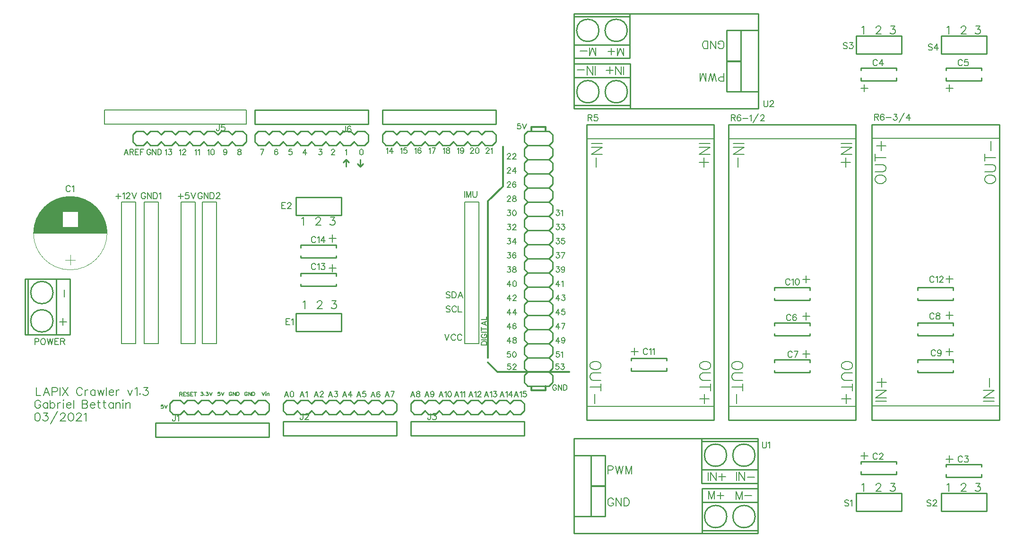
<source format=gto>
G04 Layer: TopSilkLayer*
G04 EasyEDA v6.4.17, 2021-03-24T16:23:22--3:00*
G04 5452c1f5e71c41299ba0e0f227da57fd,59636247558045d2802cba280e4ac9d9,10*
G04 Gerber Generator version 0.2*
G04 Scale: 100 percent, Rotated: No, Reflected: No *
G04 Dimensions in millimeters *
G04 leading zeros omitted , absolute positions ,4 integer and 5 decimal *
%FSLAX45Y45*%
%MOMM*%

%ADD21C,0.2032*%
%ADD22C,0.2030*%
%ADD23C,0.2540*%
%ADD24C,0.1200*%
%ADD25C,0.3048*%
%ADD26C,0.1524*%

%LPD*%
D21*
X16522700Y772668D02*
G01*
X16391636Y772668D01*
X16457168Y838200D02*
G01*
X16457168Y707389D01*
X14998700Y772668D02*
G01*
X14867636Y772668D01*
X14933168Y838200D02*
G01*
X14933168Y707389D01*
X14998700Y-5823445D02*
G01*
X14867636Y-5823445D01*
X14933168Y-5757913D02*
G01*
X14933168Y-5888723D01*
X16522700Y-5882131D02*
G01*
X16391636Y-5882131D01*
X16457168Y-5816600D02*
G01*
X16457168Y-5947410D01*
X16522700Y-3957914D02*
G01*
X16391636Y-3957914D01*
X16457168Y-3892382D02*
G01*
X16457168Y-4023192D01*
X16522700Y-3302861D02*
G01*
X16391636Y-3302861D01*
X16457168Y-3237329D02*
G01*
X16457168Y-3368139D01*
X16522700Y-2654493D02*
G01*
X16391636Y-2654493D01*
X16457168Y-2588961D02*
G01*
X16457168Y-2719771D01*
X13957300Y-2656331D02*
G01*
X13826236Y-2656331D01*
X13891768Y-2590800D02*
G01*
X13891768Y-2721610D01*
X13957300Y-3318537D02*
G01*
X13826236Y-3318537D01*
X13891768Y-3253005D02*
G01*
X13891768Y-3383815D01*
X13957300Y-3997563D02*
G01*
X13826236Y-3997563D01*
X13891768Y-3932031D02*
G01*
X13891768Y-4062841D01*
X10883900Y-3951731D02*
G01*
X10752836Y-3951731D01*
X10818368Y-3886200D02*
G01*
X10818368Y-4017010D01*
X5473700Y-2456347D02*
G01*
X5342636Y-2456347D01*
X5408168Y-2390815D02*
G01*
X5408168Y-2521625D01*
X5473700Y-1924641D02*
G01*
X5342636Y-1924641D01*
X5408168Y-1859109D02*
G01*
X5408168Y-1989919D01*
X7514843Y-2897378D02*
G01*
X7504429Y-2886963D01*
X7488936Y-2881884D01*
X7468108Y-2881884D01*
X7452613Y-2886963D01*
X7442200Y-2897378D01*
X7442200Y-2907792D01*
X7447279Y-2918205D01*
X7452613Y-2923539D01*
X7463027Y-2928620D01*
X7494270Y-2939034D01*
X7504429Y-2944113D01*
X7509763Y-2949447D01*
X7514843Y-2959862D01*
X7514843Y-2975355D01*
X7504429Y-2985770D01*
X7488936Y-2990850D01*
X7468108Y-2990850D01*
X7452613Y-2985770D01*
X7442200Y-2975355D01*
X7549134Y-2881884D02*
G01*
X7549134Y-2990850D01*
X7549134Y-2881884D02*
G01*
X7585709Y-2881884D01*
X7601204Y-2886963D01*
X7611618Y-2897378D01*
X7616697Y-2907792D01*
X7622031Y-2923539D01*
X7622031Y-2949447D01*
X7616697Y-2964942D01*
X7611618Y-2975355D01*
X7601204Y-2985770D01*
X7585709Y-2990850D01*
X7549134Y-2990850D01*
X7697724Y-2881884D02*
G01*
X7656322Y-2990850D01*
X7697724Y-2881884D02*
G01*
X7739379Y-2990850D01*
X7671815Y-2954528D02*
G01*
X7723886Y-2954528D01*
X7514843Y-3151378D02*
G01*
X7504429Y-3140963D01*
X7488936Y-3135884D01*
X7468108Y-3135884D01*
X7452613Y-3140963D01*
X7442200Y-3151378D01*
X7442200Y-3161792D01*
X7447279Y-3172205D01*
X7452613Y-3177539D01*
X7463027Y-3182620D01*
X7494270Y-3193034D01*
X7504429Y-3198113D01*
X7509763Y-3203447D01*
X7514843Y-3213862D01*
X7514843Y-3229355D01*
X7504429Y-3239770D01*
X7488936Y-3244850D01*
X7468108Y-3244850D01*
X7452613Y-3239770D01*
X7442200Y-3229355D01*
X7627111Y-3161792D02*
G01*
X7622031Y-3151378D01*
X7611618Y-3140963D01*
X7601204Y-3135884D01*
X7580375Y-3135884D01*
X7569961Y-3140963D01*
X7559547Y-3151378D01*
X7554468Y-3161792D01*
X7549134Y-3177539D01*
X7549134Y-3203447D01*
X7554468Y-3218942D01*
X7559547Y-3229355D01*
X7569961Y-3239770D01*
X7580375Y-3244850D01*
X7601204Y-3244850D01*
X7611618Y-3239770D01*
X7622031Y-3229355D01*
X7627111Y-3218942D01*
X7661402Y-3135884D02*
G01*
X7661402Y-3244850D01*
X7661402Y-3244850D02*
G01*
X7723886Y-3244850D01*
X7416800Y-3643884D02*
G01*
X7458456Y-3752850D01*
X7499858Y-3643884D02*
G01*
X7458456Y-3752850D01*
X7612125Y-3669792D02*
G01*
X7607045Y-3659378D01*
X7596631Y-3648963D01*
X7586218Y-3643884D01*
X7565390Y-3643884D01*
X7554975Y-3648963D01*
X7544561Y-3659378D01*
X7539481Y-3669792D01*
X7534147Y-3685539D01*
X7534147Y-3711447D01*
X7539481Y-3726942D01*
X7544561Y-3737355D01*
X7554975Y-3747770D01*
X7565390Y-3752850D01*
X7586218Y-3752850D01*
X7596631Y-3747770D01*
X7607045Y-3737355D01*
X7612125Y-3726942D01*
X7724393Y-3669792D02*
G01*
X7719059Y-3659378D01*
X7708900Y-3648963D01*
X7698486Y-3643884D01*
X7677658Y-3643884D01*
X7667243Y-3648963D01*
X7656829Y-3659378D01*
X7651750Y-3669792D01*
X7646415Y-3685539D01*
X7646415Y-3711447D01*
X7651750Y-3726942D01*
X7656829Y-3737355D01*
X7667243Y-3747770D01*
X7677658Y-3752850D01*
X7698486Y-3752850D01*
X7708900Y-3747770D01*
X7719059Y-3737355D01*
X7724393Y-3726942D01*
X180086Y-4859273D02*
G01*
X173228Y-4845304D01*
X159257Y-4831587D01*
X145542Y-4824729D01*
X117855Y-4824729D01*
X103886Y-4831587D01*
X90170Y-4845304D01*
X83057Y-4859273D01*
X76200Y-4880102D01*
X76200Y-4914645D01*
X83057Y-4935473D01*
X90170Y-4949189D01*
X103886Y-4963160D01*
X117855Y-4970018D01*
X145542Y-4970018D01*
X159257Y-4963160D01*
X173228Y-4949189D01*
X180086Y-4935473D01*
X180086Y-4914645D01*
X145542Y-4914645D02*
G01*
X180086Y-4914645D01*
X308863Y-4872989D02*
G01*
X308863Y-4970018D01*
X308863Y-4893818D02*
G01*
X295147Y-4880102D01*
X281178Y-4872989D01*
X260350Y-4872989D01*
X246634Y-4880102D01*
X232663Y-4893818D01*
X225805Y-4914645D01*
X225805Y-4928615D01*
X232663Y-4949189D01*
X246634Y-4963160D01*
X260350Y-4970018D01*
X281178Y-4970018D01*
X295147Y-4963160D01*
X308863Y-4949189D01*
X354584Y-4824729D02*
G01*
X354584Y-4970018D01*
X354584Y-4893818D02*
G01*
X368554Y-4880102D01*
X382270Y-4872989D01*
X403097Y-4872989D01*
X417068Y-4880102D01*
X430784Y-4893818D01*
X437895Y-4914645D01*
X437895Y-4928615D01*
X430784Y-4949189D01*
X417068Y-4963160D01*
X403097Y-4970018D01*
X382270Y-4970018D01*
X368554Y-4963160D01*
X354584Y-4949189D01*
X483615Y-4872989D02*
G01*
X483615Y-4970018D01*
X483615Y-4914645D02*
G01*
X490473Y-4893818D01*
X504189Y-4880102D01*
X518160Y-4872989D01*
X538987Y-4872989D01*
X584707Y-4824729D02*
G01*
X591565Y-4831587D01*
X598423Y-4824729D01*
X591565Y-4817618D01*
X584707Y-4824729D01*
X591565Y-4872989D02*
G01*
X591565Y-4970018D01*
X644144Y-4914645D02*
G01*
X727455Y-4914645D01*
X727455Y-4900929D01*
X720344Y-4886960D01*
X713486Y-4880102D01*
X699770Y-4872989D01*
X678942Y-4872989D01*
X664971Y-4880102D01*
X651255Y-4893818D01*
X644144Y-4914645D01*
X644144Y-4928615D01*
X651255Y-4949189D01*
X664971Y-4963160D01*
X678942Y-4970018D01*
X699770Y-4970018D01*
X713486Y-4963160D01*
X727455Y-4949189D01*
X773176Y-4824729D02*
G01*
X773176Y-4970018D01*
X925576Y-4824729D02*
G01*
X925576Y-4970018D01*
X925576Y-4824729D02*
G01*
X987805Y-4824729D01*
X1008634Y-4831587D01*
X1015492Y-4838445D01*
X1022350Y-4852415D01*
X1022350Y-4866131D01*
X1015492Y-4880102D01*
X1008634Y-4886960D01*
X987805Y-4893818D01*
X925576Y-4893818D02*
G01*
X987805Y-4893818D01*
X1008634Y-4900929D01*
X1015492Y-4907787D01*
X1022350Y-4921504D01*
X1022350Y-4942331D01*
X1015492Y-4956302D01*
X1008634Y-4963160D01*
X987805Y-4970018D01*
X925576Y-4970018D01*
X1068070Y-4914645D02*
G01*
X1151381Y-4914645D01*
X1151381Y-4900929D01*
X1144270Y-4886960D01*
X1137412Y-4880102D01*
X1123695Y-4872989D01*
X1102868Y-4872989D01*
X1088897Y-4880102D01*
X1075181Y-4893818D01*
X1068070Y-4914645D01*
X1068070Y-4928615D01*
X1075181Y-4949189D01*
X1088897Y-4963160D01*
X1102868Y-4970018D01*
X1123695Y-4970018D01*
X1137412Y-4963160D01*
X1151381Y-4949189D01*
X1217929Y-4824729D02*
G01*
X1217929Y-4942331D01*
X1224787Y-4963160D01*
X1238504Y-4970018D01*
X1252473Y-4970018D01*
X1197102Y-4872989D02*
G01*
X1245615Y-4872989D01*
X1319021Y-4824729D02*
G01*
X1319021Y-4942331D01*
X1325879Y-4963160D01*
X1339850Y-4970018D01*
X1353565Y-4970018D01*
X1298194Y-4872989D02*
G01*
X1346707Y-4872989D01*
X1482344Y-4872989D02*
G01*
X1482344Y-4970018D01*
X1482344Y-4893818D02*
G01*
X1468628Y-4880102D01*
X1454657Y-4872989D01*
X1433829Y-4872989D01*
X1420113Y-4880102D01*
X1406144Y-4893818D01*
X1399286Y-4914645D01*
X1399286Y-4928615D01*
X1406144Y-4949189D01*
X1420113Y-4963160D01*
X1433829Y-4970018D01*
X1454657Y-4970018D01*
X1468628Y-4963160D01*
X1482344Y-4949189D01*
X1528063Y-4872989D02*
G01*
X1528063Y-4970018D01*
X1528063Y-4900929D02*
G01*
X1548892Y-4880102D01*
X1562862Y-4872989D01*
X1583689Y-4872989D01*
X1597405Y-4880102D01*
X1604263Y-4900929D01*
X1604263Y-4970018D01*
X1649984Y-4824729D02*
G01*
X1657095Y-4831587D01*
X1663954Y-4824729D01*
X1657095Y-4817618D01*
X1649984Y-4824729D01*
X1657095Y-4872989D02*
G01*
X1657095Y-4970018D01*
X1709673Y-4872989D02*
G01*
X1709673Y-4970018D01*
X1709673Y-4900929D02*
G01*
X1730502Y-4880102D01*
X1744218Y-4872989D01*
X1765045Y-4872989D01*
X1779015Y-4880102D01*
X1785873Y-4900929D01*
X1785873Y-4970018D01*
X117855Y-5053329D02*
G01*
X97028Y-5060187D01*
X83057Y-5081015D01*
X76200Y-5115560D01*
X76200Y-5136387D01*
X83057Y-5170931D01*
X97028Y-5191760D01*
X117855Y-5198618D01*
X131571Y-5198618D01*
X152400Y-5191760D01*
X166370Y-5170931D01*
X173228Y-5136387D01*
X173228Y-5115560D01*
X166370Y-5081015D01*
X152400Y-5060187D01*
X131571Y-5053329D01*
X117855Y-5053329D01*
X232663Y-5053329D02*
G01*
X308863Y-5053329D01*
X267462Y-5108702D01*
X288289Y-5108702D01*
X302005Y-5115560D01*
X308863Y-5122418D01*
X315976Y-5143245D01*
X315976Y-5157215D01*
X308863Y-5177789D01*
X295147Y-5191760D01*
X274320Y-5198618D01*
X253492Y-5198618D01*
X232663Y-5191760D01*
X225805Y-5184902D01*
X218947Y-5170931D01*
X486410Y-5025389D02*
G01*
X361695Y-5247131D01*
X538987Y-5087873D02*
G01*
X538987Y-5081015D01*
X545845Y-5067045D01*
X552704Y-5060187D01*
X566673Y-5053329D01*
X594360Y-5053329D01*
X608329Y-5060187D01*
X615187Y-5067045D01*
X622045Y-5081015D01*
X622045Y-5094731D01*
X615187Y-5108702D01*
X601218Y-5129529D01*
X532129Y-5198618D01*
X628904Y-5198618D01*
X716279Y-5053329D02*
G01*
X695452Y-5060187D01*
X681736Y-5081015D01*
X674623Y-5115560D01*
X674623Y-5136387D01*
X681736Y-5170931D01*
X695452Y-5191760D01*
X716279Y-5198618D01*
X730250Y-5198618D01*
X750823Y-5191760D01*
X764794Y-5170931D01*
X771652Y-5136387D01*
X771652Y-5115560D01*
X764794Y-5081015D01*
X750823Y-5060187D01*
X730250Y-5053329D01*
X716279Y-5053329D01*
X824229Y-5087873D02*
G01*
X824229Y-5081015D01*
X831342Y-5067045D01*
X838200Y-5060187D01*
X852170Y-5053329D01*
X879855Y-5053329D01*
X893571Y-5060187D01*
X900429Y-5067045D01*
X907542Y-5081015D01*
X907542Y-5094731D01*
X900429Y-5108702D01*
X886713Y-5129529D01*
X817371Y-5198618D01*
X914400Y-5198618D01*
X960120Y-5081015D02*
G01*
X974089Y-5073904D01*
X994663Y-5053329D01*
X994663Y-5198618D01*
X101600Y-4596129D02*
G01*
X101600Y-4741418D01*
X101600Y-4741418D02*
G01*
X184657Y-4741418D01*
X285750Y-4596129D02*
G01*
X230378Y-4741418D01*
X285750Y-4596129D02*
G01*
X341376Y-4741418D01*
X251205Y-4692904D02*
G01*
X320547Y-4692904D01*
X387095Y-4596129D02*
G01*
X387095Y-4741418D01*
X387095Y-4596129D02*
G01*
X449326Y-4596129D01*
X470154Y-4602987D01*
X477012Y-4609845D01*
X483870Y-4623815D01*
X483870Y-4644389D01*
X477012Y-4658360D01*
X470154Y-4665218D01*
X449326Y-4672329D01*
X387095Y-4672329D01*
X529589Y-4596129D02*
G01*
X529589Y-4741418D01*
X575310Y-4596129D02*
G01*
X672337Y-4741418D01*
X672337Y-4596129D02*
G01*
X575310Y-4741418D01*
X928623Y-4630673D02*
G01*
X921765Y-4616704D01*
X908050Y-4602987D01*
X894079Y-4596129D01*
X866394Y-4596129D01*
X852423Y-4602987D01*
X838707Y-4616704D01*
X831850Y-4630673D01*
X824737Y-4651502D01*
X824737Y-4686045D01*
X831850Y-4706873D01*
X838707Y-4720589D01*
X852423Y-4734560D01*
X866394Y-4741418D01*
X894079Y-4741418D01*
X908050Y-4734560D01*
X921765Y-4720589D01*
X928623Y-4706873D01*
X974344Y-4644389D02*
G01*
X974344Y-4741418D01*
X974344Y-4686045D02*
G01*
X981455Y-4665218D01*
X995171Y-4651502D01*
X1009142Y-4644389D01*
X1029970Y-4644389D01*
X1158747Y-4644389D02*
G01*
X1158747Y-4741418D01*
X1158747Y-4665218D02*
G01*
X1144778Y-4651502D01*
X1131062Y-4644389D01*
X1110234Y-4644389D01*
X1096263Y-4651502D01*
X1082547Y-4665218D01*
X1075689Y-4686045D01*
X1075689Y-4700015D01*
X1082547Y-4720589D01*
X1096263Y-4734560D01*
X1110234Y-4741418D01*
X1131062Y-4741418D01*
X1144778Y-4734560D01*
X1158747Y-4720589D01*
X1204468Y-4644389D02*
G01*
X1232154Y-4741418D01*
X1259839Y-4644389D02*
G01*
X1232154Y-4741418D01*
X1259839Y-4644389D02*
G01*
X1287526Y-4741418D01*
X1315212Y-4644389D02*
G01*
X1287526Y-4741418D01*
X1360931Y-4596129D02*
G01*
X1360931Y-4741418D01*
X1406652Y-4686045D02*
G01*
X1489710Y-4686045D01*
X1489710Y-4672329D01*
X1482852Y-4658360D01*
X1475994Y-4651502D01*
X1462023Y-4644389D01*
X1441450Y-4644389D01*
X1427479Y-4651502D01*
X1413510Y-4665218D01*
X1406652Y-4686045D01*
X1406652Y-4700015D01*
X1413510Y-4720589D01*
X1427479Y-4734560D01*
X1441450Y-4741418D01*
X1462023Y-4741418D01*
X1475994Y-4734560D01*
X1489710Y-4720589D01*
X1535429Y-4644389D02*
G01*
X1535429Y-4741418D01*
X1535429Y-4686045D02*
G01*
X1542542Y-4665218D01*
X1556257Y-4651502D01*
X1570228Y-4644389D01*
X1591055Y-4644389D01*
X1743455Y-4644389D02*
G01*
X1784857Y-4741418D01*
X1826513Y-4644389D02*
G01*
X1784857Y-4741418D01*
X1872234Y-4623815D02*
G01*
X1885950Y-4616704D01*
X1906778Y-4596129D01*
X1906778Y-4741418D01*
X1959609Y-4706873D02*
G01*
X1952497Y-4713731D01*
X1959609Y-4720589D01*
X1966468Y-4713731D01*
X1959609Y-4706873D01*
X2025904Y-4596129D02*
G01*
X2102104Y-4596129D01*
X2060702Y-4651502D01*
X2081529Y-4651502D01*
X2095245Y-4658360D01*
X2102104Y-4665218D01*
X2109215Y-4686045D01*
X2109215Y-4700015D01*
X2102104Y-4720589D01*
X2088388Y-4734560D01*
X2067559Y-4741418D01*
X2046731Y-4741418D01*
X2025904Y-4734560D01*
X2019045Y-4727702D01*
X2012188Y-4713731D01*
D26*
X2059177Y-1129792D02*
G01*
X2053843Y-1119378D01*
X2043429Y-1108963D01*
X2033270Y-1103884D01*
X2012441Y-1103884D01*
X2002027Y-1108963D01*
X1991613Y-1119378D01*
X1986279Y-1129792D01*
X1981200Y-1145539D01*
X1981200Y-1171447D01*
X1986279Y-1186942D01*
X1991613Y-1197355D01*
X2002027Y-1207770D01*
X2012441Y-1212850D01*
X2033270Y-1212850D01*
X2043429Y-1207770D01*
X2053843Y-1197355D01*
X2059177Y-1186942D01*
X2059177Y-1171447D01*
X2033270Y-1171447D02*
G01*
X2059177Y-1171447D01*
X2093468Y-1103884D02*
G01*
X2093468Y-1212850D01*
X2093468Y-1103884D02*
G01*
X2166111Y-1212850D01*
X2166111Y-1103884D02*
G01*
X2166111Y-1212850D01*
X2200402Y-1103884D02*
G01*
X2200402Y-1212850D01*
X2200402Y-1103884D02*
G01*
X2236724Y-1103884D01*
X2252472Y-1108963D01*
X2262886Y-1119378D01*
X2267965Y-1129792D01*
X2273300Y-1145539D01*
X2273300Y-1171447D01*
X2267965Y-1186942D01*
X2262886Y-1197355D01*
X2252472Y-1207770D01*
X2236724Y-1212850D01*
X2200402Y-1212850D01*
X2307590Y-1124712D02*
G01*
X2317750Y-1119378D01*
X2333497Y-1103884D01*
X2333497Y-1212850D01*
X3075177Y-1129792D02*
G01*
X3069843Y-1119378D01*
X3059429Y-1108963D01*
X3049270Y-1103884D01*
X3028441Y-1103884D01*
X3018027Y-1108963D01*
X3007613Y-1119378D01*
X3002279Y-1129792D01*
X2997200Y-1145539D01*
X2997200Y-1171447D01*
X3002279Y-1186942D01*
X3007613Y-1197355D01*
X3018027Y-1207770D01*
X3028441Y-1212850D01*
X3049270Y-1212850D01*
X3059429Y-1207770D01*
X3069843Y-1197355D01*
X3075177Y-1186942D01*
X3075177Y-1171447D01*
X3049270Y-1171447D02*
G01*
X3075177Y-1171447D01*
X3109468Y-1103884D02*
G01*
X3109468Y-1212850D01*
X3109468Y-1103884D02*
G01*
X3182111Y-1212850D01*
X3182111Y-1103884D02*
G01*
X3182111Y-1212850D01*
X3216402Y-1103884D02*
G01*
X3216402Y-1212850D01*
X3216402Y-1103884D02*
G01*
X3252724Y-1103884D01*
X3268472Y-1108963D01*
X3278886Y-1119378D01*
X3283965Y-1129792D01*
X3289300Y-1145539D01*
X3289300Y-1171447D01*
X3283965Y-1186942D01*
X3278886Y-1197355D01*
X3268472Y-1207770D01*
X3252724Y-1212850D01*
X3216402Y-1212850D01*
X3328670Y-1129792D02*
G01*
X3328670Y-1124712D01*
X3333750Y-1114297D01*
X3339084Y-1108963D01*
X3349497Y-1103884D01*
X3370325Y-1103884D01*
X3380740Y-1108963D01*
X3385820Y-1114297D01*
X3390900Y-1124712D01*
X3390900Y-1135126D01*
X3385820Y-1145539D01*
X3375406Y-1161034D01*
X3323590Y-1212850D01*
X3396234Y-1212850D01*
X7772400Y-1078484D02*
G01*
X7772400Y-1187450D01*
X7806690Y-1078484D02*
G01*
X7806690Y-1187450D01*
X7806690Y-1078484D02*
G01*
X7848345Y-1187450D01*
X7889747Y-1078484D02*
G01*
X7848345Y-1187450D01*
X7889747Y-1078484D02*
G01*
X7889747Y-1187450D01*
X7924038Y-1078484D02*
G01*
X7924038Y-1156462D01*
X7929372Y-1171955D01*
X7939786Y-1182370D01*
X7955279Y-1187450D01*
X7965693Y-1187450D01*
X7981188Y-1182370D01*
X7991602Y-1171955D01*
X7996936Y-1156462D01*
X7996936Y-1078484D01*
X2688336Y-1119378D02*
G01*
X2688336Y-1212850D01*
X2641600Y-1166113D02*
G01*
X2735072Y-1166113D01*
X2831845Y-1103884D02*
G01*
X2779775Y-1103884D01*
X2774695Y-1150620D01*
X2779775Y-1145539D01*
X2795270Y-1140205D01*
X2811018Y-1140205D01*
X2826511Y-1145539D01*
X2836925Y-1155700D01*
X2842259Y-1171447D01*
X2842259Y-1181862D01*
X2836925Y-1197355D01*
X2826511Y-1207770D01*
X2811018Y-1212850D01*
X2795270Y-1212850D01*
X2779775Y-1207770D01*
X2774695Y-1202689D01*
X2769361Y-1192276D01*
X2876550Y-1103884D02*
G01*
X2917952Y-1212850D01*
X2959608Y-1103884D02*
G01*
X2917952Y-1212850D01*
X1570736Y-1119378D02*
G01*
X1570736Y-1212850D01*
X1524000Y-1166113D02*
G01*
X1617471Y-1166113D01*
X1651762Y-1124712D02*
G01*
X1662176Y-1119378D01*
X1677670Y-1103884D01*
X1677670Y-1212850D01*
X1717294Y-1129792D02*
G01*
X1717294Y-1124712D01*
X1722373Y-1114297D01*
X1727707Y-1108963D01*
X1738121Y-1103884D01*
X1758950Y-1103884D01*
X1769110Y-1108963D01*
X1774444Y-1114297D01*
X1779523Y-1124712D01*
X1779523Y-1135126D01*
X1774444Y-1145539D01*
X1764029Y-1161034D01*
X1711960Y-1212850D01*
X1784857Y-1212850D01*
X1819147Y-1103884D02*
G01*
X1860550Y-1212850D01*
X1902205Y-1103884D02*
G01*
X1860550Y-1212850D01*
X2592070Y-5091684D02*
G01*
X2592070Y-5174742D01*
X2586736Y-5190489D01*
X2581656Y-5195570D01*
X2571241Y-5200650D01*
X2560827Y-5200650D01*
X2550413Y-5195570D01*
X2545079Y-5190489D01*
X2540000Y-5174742D01*
X2540000Y-5164328D01*
X2626359Y-5112512D02*
G01*
X2636520Y-5107178D01*
X2652268Y-5091684D01*
X2652268Y-5200650D01*
X4878070Y-5066284D02*
G01*
X4878070Y-5149342D01*
X4872736Y-5165089D01*
X4867656Y-5170170D01*
X4857241Y-5175250D01*
X4846827Y-5175250D01*
X4836413Y-5170170D01*
X4831079Y-5165089D01*
X4826000Y-5149342D01*
X4826000Y-5138928D01*
X4917440Y-5092192D02*
G01*
X4917440Y-5087112D01*
X4922520Y-5076697D01*
X4927854Y-5071363D01*
X4938268Y-5066284D01*
X4959095Y-5066284D01*
X4969509Y-5071363D01*
X4974590Y-5076697D01*
X4979670Y-5087112D01*
X4979670Y-5097526D01*
X4974590Y-5107939D01*
X4964175Y-5123434D01*
X4912359Y-5175250D01*
X4985004Y-5175250D01*
X3379470Y115315D02*
G01*
X3379470Y32257D01*
X3374136Y16510D01*
X3369056Y11429D01*
X3358641Y6350D01*
X3348227Y6350D01*
X3337813Y11429D01*
X3332479Y16510D01*
X3327400Y32257D01*
X3327400Y42671D01*
X3475990Y115315D02*
G01*
X3423920Y115315D01*
X3418840Y68579D01*
X3423920Y73660D01*
X3439668Y78994D01*
X3455161Y78994D01*
X3470909Y73660D01*
X3481070Y63500D01*
X3486404Y47752D01*
X3486404Y37337D01*
X3481070Y21844D01*
X3470909Y11429D01*
X3455161Y6350D01*
X3439668Y6350D01*
X3423920Y11429D01*
X3418840Y16510D01*
X3413759Y26923D01*
X5640070Y89915D02*
G01*
X5640070Y6857D01*
X5634736Y-8889D01*
X5629656Y-13970D01*
X5619241Y-19050D01*
X5608827Y-19050D01*
X5598413Y-13970D01*
X5593079Y-8889D01*
X5588000Y6857D01*
X5588000Y17271D01*
X5736590Y74421D02*
G01*
X5731509Y84836D01*
X5715761Y89915D01*
X5705347Y89915D01*
X5689854Y84836D01*
X5679440Y69087D01*
X5674359Y43179D01*
X5674359Y17271D01*
X5679440Y-3555D01*
X5689854Y-13970D01*
X5705347Y-19050D01*
X5710681Y-19050D01*
X5726175Y-13970D01*
X5736590Y-3555D01*
X5741670Y11937D01*
X5741670Y17271D01*
X5736590Y32765D01*
X5726175Y43179D01*
X5710681Y48260D01*
X5705347Y48260D01*
X5689854Y43179D01*
X5679440Y32765D01*
X5674359Y17271D01*
X13131800Y547115D02*
G01*
X13131800Y469137D01*
X13136879Y453644D01*
X13147293Y443229D01*
X13163041Y438150D01*
X13173456Y438150D01*
X13188950Y443229D01*
X13199363Y453644D01*
X13204443Y469137D01*
X13204443Y547115D01*
X13244068Y521207D02*
G01*
X13244068Y526287D01*
X13249147Y536702D01*
X13254481Y542036D01*
X13264895Y547115D01*
X13285470Y547115D01*
X13295884Y542036D01*
X13301218Y536702D01*
X13306297Y526287D01*
X13306297Y515873D01*
X13301218Y505460D01*
X13290804Y489965D01*
X13238734Y438150D01*
X13311631Y438150D01*
D21*
X12420117Y896846D02*
G01*
X12420117Y1040102D01*
X12420117Y896846D02*
G01*
X12358903Y896846D01*
X12338329Y903704D01*
X12331471Y910562D01*
X12324867Y924024D01*
X12324867Y944598D01*
X12331471Y958314D01*
X12338329Y964918D01*
X12358903Y971776D01*
X12420117Y971776D01*
X12279655Y896846D02*
G01*
X12245619Y1040102D01*
X12211583Y896846D02*
G01*
X12245619Y1040102D01*
X12211583Y896846D02*
G01*
X12177547Y1040102D01*
X12143257Y896846D02*
G01*
X12177547Y1040102D01*
X12098299Y896846D02*
G01*
X12098299Y1040102D01*
X12098299Y896846D02*
G01*
X12043943Y1040102D01*
X11989333Y896846D02*
G01*
X12043943Y1040102D01*
X11989333Y896846D02*
G01*
X11989333Y1040102D01*
X12317849Y1510916D02*
G01*
X12324707Y1497200D01*
X12338423Y1483738D01*
X12352139Y1476880D01*
X12379317Y1476880D01*
X12393033Y1483738D01*
X12406495Y1497200D01*
X12413353Y1510916D01*
X12420211Y1531490D01*
X12420211Y1565526D01*
X12413353Y1585846D01*
X12406495Y1599562D01*
X12393033Y1613278D01*
X12379317Y1620136D01*
X12352139Y1620136D01*
X12338423Y1613278D01*
X12324707Y1599562D01*
X12317849Y1585846D01*
X12317849Y1565526D01*
X12352139Y1565526D02*
G01*
X12317849Y1565526D01*
X12272891Y1476880D02*
G01*
X12272891Y1620136D01*
X12272891Y1476880D02*
G01*
X12177387Y1620136D01*
X12177387Y1476880D02*
G01*
X12177387Y1620136D01*
X12132429Y1476880D02*
G01*
X12132429Y1620136D01*
X12132429Y1476880D02*
G01*
X12084677Y1476880D01*
X12064357Y1483738D01*
X12050641Y1497200D01*
X12043783Y1510916D01*
X12036925Y1531490D01*
X12036925Y1565526D01*
X12043783Y1585846D01*
X12050641Y1599562D01*
X12064357Y1613278D01*
X12084677Y1620136D01*
X12132429Y1620136D01*
X10117195Y1010752D02*
G01*
X10117193Y1163406D01*
X10069189Y1010752D02*
G01*
X10069189Y1163406D01*
X10069189Y1010752D02*
G01*
X9967335Y1163406D01*
X9967335Y1010752D02*
G01*
X9967335Y1163406D01*
X9919329Y1097874D02*
G01*
X9788519Y1097874D01*
X10620207Y1013526D02*
G01*
X10620207Y1156782D01*
X10575249Y1013526D02*
G01*
X10575249Y1156782D01*
X10575249Y1013526D02*
G01*
X10479745Y1156782D01*
X10479745Y1013526D02*
G01*
X10479745Y1156782D01*
X10373319Y1034100D02*
G01*
X10373319Y1156782D01*
X10434787Y1095314D02*
G01*
X10312105Y1095314D01*
X10617085Y1349738D02*
G01*
X10617085Y1492994D01*
X10617085Y1349738D02*
G01*
X10562475Y1492994D01*
X10508119Y1349738D02*
G01*
X10562475Y1492994D01*
X10508119Y1349738D02*
G01*
X10508119Y1492994D01*
X10401693Y1370312D02*
G01*
X10401693Y1492994D01*
X10463161Y1431526D02*
G01*
X10340225Y1431526D01*
X10120114Y1353134D02*
G01*
X10120114Y1496390D01*
X10120114Y1353134D02*
G01*
X10065504Y1496390D01*
X10011148Y1353134D02*
G01*
X10065504Y1496390D01*
X10011148Y1353134D02*
G01*
X10011148Y1496390D01*
X9965936Y1434922D02*
G01*
X9843254Y1434922D01*
D26*
X76200Y-3720084D02*
G01*
X76200Y-3829050D01*
X76200Y-3720084D02*
G01*
X122936Y-3720084D01*
X138429Y-3725163D01*
X143763Y-3730497D01*
X148844Y-3740912D01*
X148844Y-3756405D01*
X143763Y-3766820D01*
X138429Y-3771900D01*
X122936Y-3777234D01*
X76200Y-3777234D01*
X214376Y-3720084D02*
G01*
X203962Y-3725163D01*
X193547Y-3735578D01*
X188468Y-3745992D01*
X183134Y-3761739D01*
X183134Y-3787647D01*
X188468Y-3803142D01*
X193547Y-3813555D01*
X203962Y-3823970D01*
X214376Y-3829050D01*
X235204Y-3829050D01*
X245618Y-3823970D01*
X256031Y-3813555D01*
X261112Y-3803142D01*
X266445Y-3787647D01*
X266445Y-3761739D01*
X261112Y-3745992D01*
X256031Y-3735578D01*
X245618Y-3725163D01*
X235204Y-3720084D01*
X214376Y-3720084D01*
X300736Y-3720084D02*
G01*
X326644Y-3829050D01*
X352552Y-3720084D02*
G01*
X326644Y-3829050D01*
X352552Y-3720084D02*
G01*
X378460Y-3829050D01*
X404621Y-3720084D02*
G01*
X378460Y-3829050D01*
X438912Y-3720084D02*
G01*
X438912Y-3829050D01*
X438912Y-3720084D02*
G01*
X506476Y-3720084D01*
X438912Y-3771900D02*
G01*
X480313Y-3771900D01*
X438912Y-3829050D02*
G01*
X506476Y-3829050D01*
X540765Y-3720084D02*
G01*
X540765Y-3829050D01*
X540765Y-3720084D02*
G01*
X587502Y-3720084D01*
X602995Y-3725163D01*
X608329Y-3730497D01*
X613410Y-3740912D01*
X613410Y-3751326D01*
X608329Y-3761739D01*
X602995Y-3766820D01*
X587502Y-3771900D01*
X540765Y-3771900D01*
X577087Y-3771900D02*
G01*
X613410Y-3829050D01*
D21*
X607568Y-2844800D02*
G01*
X607568Y-2975610D01*
X647700Y-3418331D02*
G01*
X516636Y-3418331D01*
X582168Y-3352800D02*
G01*
X582168Y-3483610D01*
D26*
X5107177Y-2399792D02*
G01*
X5101843Y-2389378D01*
X5091429Y-2378963D01*
X5081270Y-2373884D01*
X5060441Y-2373884D01*
X5050027Y-2378963D01*
X5039613Y-2389378D01*
X5034279Y-2399792D01*
X5029200Y-2415539D01*
X5029200Y-2441447D01*
X5034279Y-2456942D01*
X5039613Y-2467355D01*
X5050027Y-2477770D01*
X5060441Y-2482850D01*
X5081270Y-2482850D01*
X5091429Y-2477770D01*
X5101843Y-2467355D01*
X5107177Y-2456942D01*
X5141468Y-2394712D02*
G01*
X5151881Y-2389378D01*
X5167375Y-2373884D01*
X5167375Y-2482850D01*
X5212079Y-2373884D02*
G01*
X5269229Y-2373884D01*
X5237988Y-2415539D01*
X5253736Y-2415539D01*
X5264150Y-2420620D01*
X5269229Y-2425700D01*
X5274309Y-2441447D01*
X5274309Y-2451862D01*
X5269229Y-2467355D01*
X5258815Y-2477770D01*
X5243322Y-2482850D01*
X5227574Y-2482850D01*
X5212079Y-2477770D01*
X5207000Y-2472689D01*
X5201665Y-2462276D01*
X5107177Y-1917192D02*
G01*
X5101843Y-1906778D01*
X5091429Y-1896363D01*
X5081270Y-1891284D01*
X5060441Y-1891284D01*
X5050027Y-1896363D01*
X5039613Y-1906778D01*
X5034279Y-1917192D01*
X5029200Y-1932939D01*
X5029200Y-1958847D01*
X5034279Y-1974342D01*
X5039613Y-1984755D01*
X5050027Y-1995170D01*
X5060441Y-2000250D01*
X5081270Y-2000250D01*
X5091429Y-1995170D01*
X5101843Y-1984755D01*
X5107177Y-1974342D01*
X5141468Y-1912112D02*
G01*
X5151881Y-1906778D01*
X5167375Y-1891284D01*
X5167375Y-2000250D01*
X5253736Y-1891284D02*
G01*
X5201665Y-1963928D01*
X5279643Y-1963928D01*
X5253736Y-1891284D02*
G01*
X5253736Y-2000250D01*
X4572000Y-3364484D02*
G01*
X4572000Y-3473450D01*
X4572000Y-3364484D02*
G01*
X4639563Y-3364484D01*
X4572000Y-3416300D02*
G01*
X4613656Y-3416300D01*
X4572000Y-3473450D02*
G01*
X4639563Y-3473450D01*
X4673854Y-3385312D02*
G01*
X4684268Y-3379978D01*
X4699761Y-3364484D01*
X4699761Y-3473450D01*
X4876800Y-3068828D02*
G01*
X4890770Y-3061970D01*
X4911343Y-3041142D01*
X4911343Y-3186429D01*
X5137658Y-3075686D02*
G01*
X5137658Y-3068828D01*
X5144770Y-3054857D01*
X5151627Y-3048000D01*
X5165343Y-3041142D01*
X5193029Y-3041142D01*
X5207000Y-3048000D01*
X5213858Y-3054857D01*
X5220970Y-3068828D01*
X5220970Y-3082544D01*
X5213858Y-3096513D01*
X5200141Y-3117342D01*
X5130800Y-3186429D01*
X5227827Y-3186429D01*
X5398770Y-3041142D02*
G01*
X5474970Y-3041142D01*
X5433313Y-3096513D01*
X5454141Y-3096513D01*
X5467858Y-3103371D01*
X5474970Y-3110229D01*
X5481827Y-3131057D01*
X5481827Y-3145028D01*
X5474970Y-3165855D01*
X5461000Y-3179571D01*
X5440172Y-3186429D01*
X5419343Y-3186429D01*
X5398770Y-3179571D01*
X5391658Y-3172713D01*
X5384800Y-3158744D01*
X4495800Y-1281684D02*
G01*
X4495800Y-1390650D01*
X4495800Y-1281684D02*
G01*
X4563363Y-1281684D01*
X4495800Y-1333500D02*
G01*
X4537456Y-1333500D01*
X4495800Y-1390650D02*
G01*
X4563363Y-1390650D01*
X4602734Y-1307592D02*
G01*
X4602734Y-1302512D01*
X4608068Y-1292097D01*
X4613147Y-1286763D01*
X4623561Y-1281684D01*
X4644390Y-1281684D01*
X4654804Y-1286763D01*
X4659884Y-1292097D01*
X4665218Y-1302512D01*
X4665218Y-1312926D01*
X4659884Y-1323339D01*
X4649470Y-1338834D01*
X4597654Y-1390650D01*
X4670297Y-1390650D01*
X4851400Y-1570228D02*
G01*
X4865370Y-1563370D01*
X4885943Y-1542542D01*
X4885943Y-1687829D01*
X5112258Y-1577086D02*
G01*
X5112258Y-1570228D01*
X5119370Y-1556257D01*
X5126227Y-1549400D01*
X5139943Y-1542542D01*
X5167629Y-1542542D01*
X5181600Y-1549400D01*
X5188458Y-1556257D01*
X5195570Y-1570228D01*
X5195570Y-1583944D01*
X5188458Y-1597913D01*
X5174741Y-1618742D01*
X5105400Y-1687829D01*
X5202427Y-1687829D01*
X5373370Y-1542542D02*
G01*
X5449570Y-1542542D01*
X5407913Y-1597913D01*
X5428741Y-1597913D01*
X5442458Y-1604771D01*
X5449570Y-1611629D01*
X5456427Y-1632457D01*
X5456427Y-1646428D01*
X5449570Y-1667255D01*
X5435600Y-1680971D01*
X5414772Y-1687829D01*
X5393943Y-1687829D01*
X5373370Y-1680971D01*
X5366258Y-1674113D01*
X5359400Y-1660144D01*
X14652243Y-6631178D02*
G01*
X14641829Y-6620763D01*
X14626336Y-6615684D01*
X14605508Y-6615684D01*
X14590013Y-6620763D01*
X14579600Y-6631178D01*
X14579600Y-6641592D01*
X14584679Y-6652005D01*
X14590013Y-6657339D01*
X14600427Y-6662420D01*
X14631670Y-6672834D01*
X14641829Y-6677913D01*
X14647163Y-6683247D01*
X14652243Y-6693662D01*
X14652243Y-6709155D01*
X14641829Y-6719570D01*
X14626336Y-6724650D01*
X14605508Y-6724650D01*
X14590013Y-6719570D01*
X14579600Y-6709155D01*
X14686534Y-6636512D02*
G01*
X14696947Y-6631178D01*
X14712695Y-6615684D01*
X14712695Y-6724650D01*
X14884400Y-6345428D02*
G01*
X14898370Y-6338570D01*
X14918943Y-6317742D01*
X14918943Y-6463029D01*
X15145258Y-6352286D02*
G01*
X15145258Y-6345428D01*
X15152370Y-6331457D01*
X15159227Y-6324600D01*
X15172943Y-6317742D01*
X15200629Y-6317742D01*
X15214600Y-6324600D01*
X15221458Y-6331457D01*
X15228570Y-6345428D01*
X15228570Y-6359144D01*
X15221458Y-6373113D01*
X15207741Y-6393942D01*
X15138400Y-6463029D01*
X15235427Y-6463029D01*
X15406370Y-6317742D02*
G01*
X15482570Y-6317742D01*
X15440913Y-6373113D01*
X15461741Y-6373113D01*
X15475458Y-6379971D01*
X15482570Y-6386829D01*
X15489427Y-6407657D01*
X15489427Y-6421628D01*
X15482570Y-6442455D01*
X15468600Y-6456171D01*
X15447772Y-6463029D01*
X15426943Y-6463029D01*
X15406370Y-6456171D01*
X15399258Y-6449313D01*
X15392400Y-6435344D01*
X16125443Y-6631178D02*
G01*
X16115029Y-6620763D01*
X16099536Y-6615684D01*
X16078708Y-6615684D01*
X16063213Y-6620763D01*
X16052800Y-6631178D01*
X16052800Y-6641592D01*
X16057879Y-6652005D01*
X16063213Y-6657339D01*
X16073627Y-6662420D01*
X16104870Y-6672834D01*
X16115029Y-6677913D01*
X16120363Y-6683247D01*
X16125443Y-6693662D01*
X16125443Y-6709155D01*
X16115029Y-6719570D01*
X16099536Y-6724650D01*
X16078708Y-6724650D01*
X16063213Y-6719570D01*
X16052800Y-6709155D01*
X16165068Y-6641592D02*
G01*
X16165068Y-6636512D01*
X16170147Y-6626097D01*
X16175481Y-6620763D01*
X16185895Y-6615684D01*
X16206470Y-6615684D01*
X16216884Y-6620763D01*
X16222218Y-6626097D01*
X16227297Y-6636512D01*
X16227297Y-6646926D01*
X16222218Y-6657339D01*
X16211804Y-6672834D01*
X16159734Y-6724650D01*
X16232631Y-6724650D01*
X16408400Y-6345428D02*
G01*
X16422370Y-6338570D01*
X16442943Y-6317742D01*
X16442943Y-6463029D01*
X16669258Y-6352286D02*
G01*
X16669258Y-6345428D01*
X16676370Y-6331457D01*
X16683227Y-6324600D01*
X16696943Y-6317742D01*
X16724629Y-6317742D01*
X16738600Y-6324600D01*
X16745458Y-6331457D01*
X16752570Y-6345428D01*
X16752570Y-6359144D01*
X16745458Y-6373113D01*
X16731741Y-6393942D01*
X16662400Y-6463029D01*
X16759427Y-6463029D01*
X16930370Y-6317742D02*
G01*
X17006570Y-6317742D01*
X16964913Y-6373113D01*
X16985741Y-6373113D01*
X16999458Y-6379971D01*
X17006570Y-6386829D01*
X17013427Y-6407657D01*
X17013427Y-6421628D01*
X17006570Y-6442455D01*
X16992600Y-6456171D01*
X16971772Y-6463029D01*
X16950943Y-6463029D01*
X16930370Y-6456171D01*
X16923258Y-6449313D01*
X16916400Y-6435344D01*
X14626843Y1573021D02*
G01*
X14616429Y1583436D01*
X14600936Y1588515D01*
X14580108Y1588515D01*
X14564613Y1583436D01*
X14554200Y1573021D01*
X14554200Y1562607D01*
X14559279Y1552194D01*
X14564613Y1546860D01*
X14575027Y1541779D01*
X14606270Y1531365D01*
X14616429Y1526286D01*
X14621763Y1520952D01*
X14626843Y1510537D01*
X14626843Y1495044D01*
X14616429Y1484629D01*
X14600936Y1479550D01*
X14580108Y1479550D01*
X14564613Y1484629D01*
X14554200Y1495044D01*
X14671547Y1588515D02*
G01*
X14728697Y1588515D01*
X14697709Y1546860D01*
X14713204Y1546860D01*
X14723618Y1541779D01*
X14728697Y1536700D01*
X14734031Y1520952D01*
X14734031Y1510537D01*
X14728697Y1495044D01*
X14718284Y1484629D01*
X14702790Y1479550D01*
X14687295Y1479550D01*
X14671547Y1484629D01*
X14666468Y1489710D01*
X14661134Y1500123D01*
X14884400Y1858771D02*
G01*
X14898370Y1865629D01*
X14918943Y1886457D01*
X14918943Y1741170D01*
X15145258Y1851913D02*
G01*
X15145258Y1858771D01*
X15152370Y1872742D01*
X15159227Y1879600D01*
X15172943Y1886457D01*
X15200629Y1886457D01*
X15214600Y1879600D01*
X15221458Y1872742D01*
X15228570Y1858771D01*
X15228570Y1845055D01*
X15221458Y1831086D01*
X15207741Y1810257D01*
X15138400Y1741170D01*
X15235427Y1741170D01*
X15406370Y1886457D02*
G01*
X15482570Y1886457D01*
X15440913Y1831086D01*
X15461741Y1831086D01*
X15475458Y1824228D01*
X15482570Y1817370D01*
X15489427Y1796542D01*
X15489427Y1782571D01*
X15482570Y1761744D01*
X15468600Y1748028D01*
X15447772Y1741170D01*
X15426943Y1741170D01*
X15406370Y1748028D01*
X15399258Y1754886D01*
X15392400Y1768855D01*
X16150843Y1547621D02*
G01*
X16140429Y1558036D01*
X16124936Y1563115D01*
X16104108Y1563115D01*
X16088613Y1558036D01*
X16078200Y1547621D01*
X16078200Y1537207D01*
X16083279Y1526794D01*
X16088613Y1521460D01*
X16099027Y1516379D01*
X16130270Y1505965D01*
X16140429Y1500886D01*
X16145763Y1495552D01*
X16150843Y1485137D01*
X16150843Y1469644D01*
X16140429Y1459229D01*
X16124936Y1454150D01*
X16104108Y1454150D01*
X16088613Y1459229D01*
X16078200Y1469644D01*
X16237204Y1563115D02*
G01*
X16185134Y1490471D01*
X16263111Y1490471D01*
X16237204Y1563115D02*
G01*
X16237204Y1454150D01*
X16408400Y1858771D02*
G01*
X16422370Y1865629D01*
X16442943Y1886457D01*
X16442943Y1741170D01*
X16669258Y1851913D02*
G01*
X16669258Y1858771D01*
X16676370Y1872742D01*
X16683227Y1879600D01*
X16696943Y1886457D01*
X16724629Y1886457D01*
X16738600Y1879600D01*
X16745458Y1872742D01*
X16752570Y1858771D01*
X16752570Y1845055D01*
X16745458Y1831086D01*
X16731741Y1810257D01*
X16662400Y1741170D01*
X16759427Y1741170D01*
X16930370Y1886457D02*
G01*
X17006570Y1886457D01*
X16964913Y1831086D01*
X16985741Y1831086D01*
X16999458Y1824228D01*
X17006570Y1817370D01*
X17013427Y1796542D01*
X17013427Y1782571D01*
X17006570Y1761744D01*
X16992600Y1748028D01*
X16971772Y1741170D01*
X16950943Y1741170D01*
X16930370Y1748028D01*
X16923258Y1754886D01*
X16916400Y1768855D01*
X712978Y-1002792D02*
G01*
X707644Y-992378D01*
X697229Y-981963D01*
X687070Y-976884D01*
X666242Y-976884D01*
X655828Y-981963D01*
X645413Y-992378D01*
X640079Y-1002792D01*
X635000Y-1018539D01*
X635000Y-1044447D01*
X640079Y-1059942D01*
X645413Y-1070355D01*
X655828Y-1080770D01*
X666242Y-1085850D01*
X687070Y-1085850D01*
X697229Y-1080770D01*
X707644Y-1070355D01*
X712978Y-1059942D01*
X747268Y-997712D02*
G01*
X757681Y-992378D01*
X773176Y-976884D01*
X773176Y-1085850D01*
X15165577Y-5803392D02*
G01*
X15160243Y-5792978D01*
X15149829Y-5782563D01*
X15139670Y-5777484D01*
X15118841Y-5777484D01*
X15108427Y-5782563D01*
X15098013Y-5792978D01*
X15092679Y-5803392D01*
X15087600Y-5819139D01*
X15087600Y-5845047D01*
X15092679Y-5860542D01*
X15098013Y-5870955D01*
X15108427Y-5881370D01*
X15118841Y-5886450D01*
X15139670Y-5886450D01*
X15149829Y-5881370D01*
X15160243Y-5870955D01*
X15165577Y-5860542D01*
X15204947Y-5803392D02*
G01*
X15204947Y-5798312D01*
X15210281Y-5787897D01*
X15215361Y-5782563D01*
X15225775Y-5777484D01*
X15246604Y-5777484D01*
X15257018Y-5782563D01*
X15262097Y-5787897D01*
X15267431Y-5798312D01*
X15267431Y-5808726D01*
X15262097Y-5819139D01*
X15251684Y-5834634D01*
X15199868Y-5886450D01*
X15272511Y-5886450D01*
X16689577Y-5854192D02*
G01*
X16684243Y-5843778D01*
X16673829Y-5833363D01*
X16663670Y-5828284D01*
X16642841Y-5828284D01*
X16632427Y-5833363D01*
X16622013Y-5843778D01*
X16616679Y-5854192D01*
X16611600Y-5869939D01*
X16611600Y-5895847D01*
X16616679Y-5911342D01*
X16622013Y-5921755D01*
X16632427Y-5932170D01*
X16642841Y-5937250D01*
X16663670Y-5937250D01*
X16673829Y-5932170D01*
X16684243Y-5921755D01*
X16689577Y-5911342D01*
X16734281Y-5828284D02*
G01*
X16791431Y-5828284D01*
X16760190Y-5869939D01*
X16775684Y-5869939D01*
X16786098Y-5875020D01*
X16791431Y-5880100D01*
X16796511Y-5895847D01*
X16796511Y-5906262D01*
X16791431Y-5921755D01*
X16781018Y-5932170D01*
X16765270Y-5937250D01*
X16749775Y-5937250D01*
X16734281Y-5932170D01*
X16728947Y-5927089D01*
X16723868Y-5916676D01*
X15165577Y1257807D02*
G01*
X15160243Y1268221D01*
X15149829Y1278636D01*
X15139670Y1283715D01*
X15118841Y1283715D01*
X15108427Y1278636D01*
X15098013Y1268221D01*
X15092679Y1257807D01*
X15087600Y1242060D01*
X15087600Y1216152D01*
X15092679Y1200657D01*
X15098013Y1190244D01*
X15108427Y1179829D01*
X15118841Y1174750D01*
X15139670Y1174750D01*
X15149829Y1179829D01*
X15160243Y1190244D01*
X15165577Y1200657D01*
X15251684Y1283715D02*
G01*
X15199868Y1211071D01*
X15277845Y1211071D01*
X15251684Y1283715D02*
G01*
X15251684Y1174750D01*
X16689577Y1257807D02*
G01*
X16684243Y1268221D01*
X16673829Y1278636D01*
X16663670Y1283715D01*
X16642841Y1283715D01*
X16632427Y1278636D01*
X16622013Y1268221D01*
X16616679Y1257807D01*
X16611600Y1242060D01*
X16611600Y1216152D01*
X16616679Y1200657D01*
X16622013Y1190244D01*
X16632427Y1179829D01*
X16642841Y1174750D01*
X16663670Y1174750D01*
X16673829Y1179829D01*
X16684243Y1190244D01*
X16689577Y1200657D01*
X16786098Y1283715D02*
G01*
X16734281Y1283715D01*
X16728947Y1236979D01*
X16734281Y1242060D01*
X16749775Y1247394D01*
X16765270Y1247394D01*
X16781018Y1242060D01*
X16791431Y1231900D01*
X16796511Y1216152D01*
X16796511Y1205737D01*
X16791431Y1190244D01*
X16781018Y1179829D01*
X16765270Y1174750D01*
X16749775Y1174750D01*
X16734281Y1179829D01*
X16728947Y1184910D01*
X16723868Y1195323D01*
X13616177Y-3314192D02*
G01*
X13610843Y-3303778D01*
X13600429Y-3293363D01*
X13590270Y-3288284D01*
X13569441Y-3288284D01*
X13559027Y-3293363D01*
X13548613Y-3303778D01*
X13543279Y-3314192D01*
X13538200Y-3329939D01*
X13538200Y-3355847D01*
X13543279Y-3371342D01*
X13548613Y-3381755D01*
X13559027Y-3392170D01*
X13569441Y-3397250D01*
X13590270Y-3397250D01*
X13600429Y-3392170D01*
X13610843Y-3381755D01*
X13616177Y-3371342D01*
X13712697Y-3303778D02*
G01*
X13707618Y-3293363D01*
X13691870Y-3288284D01*
X13681709Y-3288284D01*
X13665961Y-3293363D01*
X13655547Y-3309112D01*
X13650468Y-3335020D01*
X13650468Y-3360928D01*
X13655547Y-3381755D01*
X13665961Y-3392170D01*
X13681709Y-3397250D01*
X13686790Y-3397250D01*
X13702284Y-3392170D01*
X13712697Y-3381755D01*
X13718031Y-3366262D01*
X13718031Y-3360928D01*
X13712697Y-3345434D01*
X13702284Y-3335020D01*
X13686790Y-3329939D01*
X13681709Y-3329939D01*
X13665961Y-3335020D01*
X13655547Y-3345434D01*
X13650468Y-3360928D01*
X13641577Y-3974592D02*
G01*
X13636243Y-3964178D01*
X13625829Y-3953763D01*
X13615670Y-3948684D01*
X13594841Y-3948684D01*
X13584427Y-3953763D01*
X13574013Y-3964178D01*
X13568679Y-3974592D01*
X13563600Y-3990339D01*
X13563600Y-4016247D01*
X13568679Y-4031742D01*
X13574013Y-4042155D01*
X13584427Y-4052570D01*
X13594841Y-4057650D01*
X13615670Y-4057650D01*
X13625829Y-4052570D01*
X13636243Y-4042155D01*
X13641577Y-4031742D01*
X13748511Y-3948684D02*
G01*
X13696695Y-4057650D01*
X13675868Y-3948684D02*
G01*
X13748511Y-3948684D01*
X16181577Y-3288792D02*
G01*
X16176243Y-3278378D01*
X16165829Y-3267963D01*
X16155670Y-3262884D01*
X16134841Y-3262884D01*
X16124427Y-3267963D01*
X16114013Y-3278378D01*
X16108679Y-3288792D01*
X16103600Y-3304539D01*
X16103600Y-3330447D01*
X16108679Y-3345942D01*
X16114013Y-3356355D01*
X16124427Y-3366770D01*
X16134841Y-3371850D01*
X16155670Y-3371850D01*
X16165829Y-3366770D01*
X16176243Y-3356355D01*
X16181577Y-3345942D01*
X16241775Y-3262884D02*
G01*
X16226281Y-3267963D01*
X16220947Y-3278378D01*
X16220947Y-3288792D01*
X16226281Y-3299205D01*
X16236695Y-3304539D01*
X16257270Y-3309620D01*
X16273018Y-3314700D01*
X16283431Y-3325113D01*
X16288511Y-3335528D01*
X16288511Y-3351276D01*
X16283431Y-3361689D01*
X16278097Y-3366770D01*
X16262604Y-3371850D01*
X16241775Y-3371850D01*
X16226281Y-3366770D01*
X16220947Y-3361689D01*
X16215868Y-3351276D01*
X16215868Y-3335528D01*
X16220947Y-3325113D01*
X16231361Y-3314700D01*
X16247109Y-3309620D01*
X16267684Y-3304539D01*
X16278097Y-3299205D01*
X16283431Y-3288792D01*
X16283431Y-3278378D01*
X16278097Y-3267963D01*
X16262604Y-3262884D01*
X16241775Y-3262884D01*
X16206977Y-3949192D02*
G01*
X16201643Y-3938778D01*
X16191229Y-3928363D01*
X16181070Y-3923284D01*
X16160241Y-3923284D01*
X16149827Y-3928363D01*
X16139413Y-3938778D01*
X16134079Y-3949192D01*
X16129000Y-3964939D01*
X16129000Y-3990847D01*
X16134079Y-4006342D01*
X16139413Y-4016755D01*
X16149827Y-4027170D01*
X16160241Y-4032250D01*
X16181070Y-4032250D01*
X16191229Y-4027170D01*
X16201643Y-4016755D01*
X16206977Y-4006342D01*
X16308831Y-3959605D02*
G01*
X16303497Y-3975100D01*
X16293084Y-3985513D01*
X16277590Y-3990847D01*
X16272509Y-3990847D01*
X16256761Y-3985513D01*
X16246347Y-3975100D01*
X16241268Y-3959605D01*
X16241268Y-3954526D01*
X16246347Y-3938778D01*
X16256761Y-3928363D01*
X16272509Y-3923284D01*
X16277590Y-3923284D01*
X16293084Y-3928363D01*
X16303497Y-3938778D01*
X16308831Y-3959605D01*
X16308831Y-3985513D01*
X16303497Y-4011676D01*
X16293084Y-4027170D01*
X16277590Y-4032250D01*
X16267175Y-4032250D01*
X16251681Y-4027170D01*
X16246347Y-4016755D01*
X13599668Y-2673857D02*
G01*
X13594334Y-2663444D01*
X13583920Y-2653029D01*
X13573759Y-2647950D01*
X13552931Y-2647950D01*
X13542518Y-2653029D01*
X13532104Y-2663444D01*
X13526770Y-2673857D01*
X13521690Y-2689605D01*
X13521690Y-2715513D01*
X13526770Y-2731007D01*
X13532104Y-2741421D01*
X13542518Y-2751836D01*
X13552931Y-2756915D01*
X13573759Y-2756915D01*
X13583920Y-2751836D01*
X13594334Y-2741421D01*
X13599668Y-2731007D01*
X13633958Y-2668778D02*
G01*
X13644372Y-2663444D01*
X13659866Y-2647950D01*
X13659866Y-2756915D01*
X13725397Y-2647950D02*
G01*
X13709650Y-2653029D01*
X13699490Y-2668778D01*
X13694156Y-2694686D01*
X13694156Y-2710179D01*
X13699490Y-2736342D01*
X13709650Y-2751836D01*
X13725397Y-2756915D01*
X13735811Y-2756915D01*
X13751306Y-2751836D01*
X13761720Y-2736342D01*
X13766800Y-2710179D01*
X13766800Y-2694686D01*
X13761720Y-2668778D01*
X13751306Y-2653029D01*
X13735811Y-2647950D01*
X13725397Y-2647950D01*
X11050777Y-3923792D02*
G01*
X11045443Y-3913378D01*
X11035029Y-3902963D01*
X11024870Y-3897884D01*
X11004041Y-3897884D01*
X10993627Y-3902963D01*
X10983213Y-3913378D01*
X10977879Y-3923792D01*
X10972800Y-3939539D01*
X10972800Y-3965447D01*
X10977879Y-3980942D01*
X10983213Y-3991355D01*
X10993627Y-4001770D01*
X11004041Y-4006850D01*
X11024870Y-4006850D01*
X11035029Y-4001770D01*
X11045443Y-3991355D01*
X11050777Y-3980942D01*
X11085068Y-3918712D02*
G01*
X11095481Y-3913378D01*
X11110975Y-3897884D01*
X11110975Y-4006850D01*
X11145265Y-3918712D02*
G01*
X11155679Y-3913378D01*
X11171174Y-3897884D01*
X11171174Y-4006850D01*
X16181577Y-2628392D02*
G01*
X16176243Y-2617978D01*
X16165829Y-2607563D01*
X16155670Y-2602484D01*
X16134841Y-2602484D01*
X16124427Y-2607563D01*
X16114013Y-2617978D01*
X16108679Y-2628392D01*
X16103600Y-2644139D01*
X16103600Y-2670047D01*
X16108679Y-2685542D01*
X16114013Y-2695955D01*
X16124427Y-2706370D01*
X16134841Y-2711450D01*
X16155670Y-2711450D01*
X16165829Y-2706370D01*
X16176243Y-2695955D01*
X16181577Y-2685542D01*
X16215868Y-2623312D02*
G01*
X16226281Y-2617978D01*
X16241775Y-2602484D01*
X16241775Y-2711450D01*
X16281400Y-2628392D02*
G01*
X16281400Y-2623312D01*
X16286479Y-2612897D01*
X16291559Y-2607563D01*
X16301974Y-2602484D01*
X16322802Y-2602484D01*
X16333216Y-2607563D01*
X16338550Y-2612897D01*
X16343629Y-2623312D01*
X16343629Y-2633726D01*
X16338550Y-2644139D01*
X16328136Y-2659634D01*
X16276066Y-2711450D01*
X16348709Y-2711450D01*
X7164070Y-5066284D02*
G01*
X7164070Y-5149342D01*
X7158736Y-5165089D01*
X7153656Y-5170170D01*
X7143241Y-5175250D01*
X7132827Y-5175250D01*
X7122413Y-5170170D01*
X7117079Y-5165089D01*
X7112000Y-5149342D01*
X7112000Y-5138928D01*
X7208520Y-5066284D02*
G01*
X7265670Y-5066284D01*
X7234681Y-5107939D01*
X7250175Y-5107939D01*
X7260590Y-5113020D01*
X7265670Y-5118100D01*
X7271004Y-5133847D01*
X7271004Y-5144262D01*
X7265670Y-5159755D01*
X7255509Y-5170170D01*
X7239761Y-5175250D01*
X7224268Y-5175250D01*
X7208520Y-5170170D01*
X7203440Y-5165089D01*
X7198359Y-5154676D01*
X9982288Y293154D02*
G01*
X9982288Y184188D01*
X9982288Y293154D02*
G01*
X10029024Y293154D01*
X10044518Y288074D01*
X10049852Y282740D01*
X10054932Y272326D01*
X10054932Y261912D01*
X10049852Y251498D01*
X10044518Y246418D01*
X10029024Y241338D01*
X9982288Y241338D01*
X10018610Y241338D02*
G01*
X10054932Y184188D01*
X10151706Y293154D02*
G01*
X10099636Y293154D01*
X10094556Y246418D01*
X10099636Y251498D01*
X10115384Y256832D01*
X10130878Y256832D01*
X10146372Y251498D01*
X10156786Y241338D01*
X10162120Y225590D01*
X10162120Y215176D01*
X10156786Y199682D01*
X10146372Y189268D01*
X10130878Y184188D01*
X10115384Y184188D01*
X10099636Y189268D01*
X10094556Y194348D01*
X10089222Y204762D01*
D21*
X12180544Y-4185196D02*
G01*
X12171400Y-4166654D01*
X12152858Y-4148366D01*
X12134570Y-4138968D01*
X12106630Y-4129824D01*
X12060656Y-4129824D01*
X12032970Y-4138968D01*
X12014428Y-4148366D01*
X11995886Y-4166654D01*
X11986742Y-4185196D01*
X11986742Y-4222280D01*
X11995886Y-4240568D01*
X12014428Y-4259110D01*
X12032970Y-4268254D01*
X12060656Y-4277652D01*
X12106630Y-4277652D01*
X12134570Y-4268254D01*
X12152858Y-4259110D01*
X12171400Y-4240568D01*
X12180544Y-4222280D01*
X12180544Y-4185196D01*
X12180544Y-4338612D02*
G01*
X12042114Y-4338612D01*
X12014428Y-4347756D01*
X11995886Y-4366298D01*
X11986742Y-4393984D01*
X11986742Y-4412526D01*
X11995886Y-4440212D01*
X12014428Y-4458754D01*
X12042114Y-4467898D01*
X12180544Y-4467898D01*
X12180544Y-4593374D02*
G01*
X11986742Y-4593374D01*
X12180544Y-4528858D02*
G01*
X12180544Y-4658144D01*
X12152858Y-4802162D02*
G01*
X11986742Y-4802162D01*
X12069800Y-4719104D02*
G01*
X12069800Y-4885474D01*
X10215346Y-4185107D02*
G01*
X10206202Y-4166565D01*
X10187660Y-4148277D01*
X10169118Y-4138879D01*
X10141432Y-4129735D01*
X10095204Y-4129735D01*
X10067518Y-4138879D01*
X10048976Y-4148277D01*
X10030688Y-4166565D01*
X10021290Y-4185107D01*
X10021290Y-4222191D01*
X10030688Y-4240479D01*
X10048976Y-4259021D01*
X10067518Y-4268165D01*
X10095204Y-4277563D01*
X10141432Y-4277563D01*
X10169118Y-4268165D01*
X10187660Y-4259021D01*
X10206202Y-4240479D01*
X10215346Y-4222191D01*
X10215346Y-4185107D01*
X10215346Y-4338523D02*
G01*
X10076916Y-4338523D01*
X10048976Y-4347667D01*
X10030688Y-4366209D01*
X10021290Y-4393895D01*
X10021290Y-4412437D01*
X10030688Y-4440123D01*
X10048976Y-4458665D01*
X10076916Y-4467809D01*
X10215346Y-4467809D01*
X10215346Y-4593285D02*
G01*
X10021290Y-4593285D01*
X10215346Y-4528769D02*
G01*
X10215346Y-4658055D01*
X10104602Y-4719015D02*
G01*
X10104602Y-4885385D01*
X10242854Y-224370D02*
G01*
X10048798Y-224370D01*
X10242854Y-285330D02*
G01*
X10048798Y-285330D01*
X10242854Y-285330D02*
G01*
X10048798Y-414616D01*
X10242854Y-414616D02*
G01*
X10048798Y-414616D01*
X10132110Y-475576D02*
G01*
X10132110Y-641692D01*
X12169952Y-224459D02*
G01*
X11976150Y-224459D01*
X12169952Y-285419D02*
G01*
X11976150Y-285419D01*
X12169952Y-285419D02*
G01*
X11976150Y-414705D01*
X12169952Y-414705D02*
G01*
X11976150Y-414705D01*
X12142266Y-558723D02*
G01*
X11976150Y-558723D01*
X12059208Y-475665D02*
G01*
X12059208Y-641781D01*
D26*
X12547600Y293154D02*
G01*
X12547600Y184188D01*
X12547600Y293154D02*
G01*
X12594336Y293154D01*
X12609829Y288074D01*
X12615163Y282740D01*
X12620243Y272326D01*
X12620243Y261912D01*
X12615163Y251498D01*
X12609829Y246418D01*
X12594336Y241338D01*
X12547600Y241338D01*
X12583922Y241338D02*
G01*
X12620243Y184188D01*
X12717018Y277660D02*
G01*
X12711684Y288074D01*
X12696190Y293154D01*
X12685775Y293154D01*
X12670281Y288074D01*
X12659868Y272326D01*
X12654534Y246418D01*
X12654534Y220510D01*
X12659868Y199682D01*
X12670281Y189268D01*
X12685775Y184188D01*
X12691109Y184188D01*
X12706604Y189268D01*
X12717018Y199682D01*
X12722097Y215176D01*
X12722097Y220510D01*
X12717018Y236004D01*
X12706604Y246418D01*
X12691109Y251498D01*
X12685775Y251498D01*
X12670281Y246418D01*
X12659868Y236004D01*
X12654534Y220510D01*
X12756388Y230924D02*
G01*
X12849859Y230924D01*
X12884150Y272326D02*
G01*
X12894563Y277660D01*
X12910311Y293154D01*
X12910311Y184188D01*
X13038074Y313982D02*
G01*
X12944602Y147612D01*
X13077443Y267246D02*
G01*
X13077443Y272326D01*
X13082777Y282740D01*
X13087858Y288074D01*
X13098272Y293154D01*
X13119100Y293154D01*
X13129513Y288074D01*
X13134593Y282740D01*
X13139927Y272326D01*
X13139927Y261912D01*
X13134593Y251498D01*
X13124179Y236004D01*
X13072363Y184188D01*
X13145008Y184188D01*
D21*
X14720455Y-4185196D02*
G01*
X14711311Y-4166654D01*
X14692769Y-4148366D01*
X14674481Y-4138968D01*
X14646541Y-4129824D01*
X14600567Y-4129824D01*
X14572881Y-4138968D01*
X14554339Y-4148366D01*
X14535797Y-4166654D01*
X14526653Y-4185196D01*
X14526653Y-4222280D01*
X14535797Y-4240568D01*
X14554339Y-4259110D01*
X14572881Y-4268254D01*
X14600567Y-4277652D01*
X14646541Y-4277652D01*
X14674481Y-4268254D01*
X14692769Y-4259110D01*
X14711311Y-4240568D01*
X14720455Y-4222280D01*
X14720455Y-4185196D01*
X14720455Y-4338612D02*
G01*
X14582025Y-4338612D01*
X14554339Y-4347756D01*
X14535797Y-4366298D01*
X14526653Y-4393984D01*
X14526653Y-4412526D01*
X14535797Y-4440212D01*
X14554339Y-4458754D01*
X14582025Y-4467898D01*
X14720455Y-4467898D01*
X14720455Y-4593374D02*
G01*
X14526653Y-4593374D01*
X14720455Y-4528858D02*
G01*
X14720455Y-4658144D01*
X14692769Y-4802162D02*
G01*
X14526653Y-4802162D01*
X14609711Y-4719104D02*
G01*
X14609711Y-4885474D01*
X12755257Y-4185107D02*
G01*
X12746113Y-4166565D01*
X12727571Y-4148277D01*
X12709029Y-4138879D01*
X12681343Y-4129735D01*
X12635115Y-4129735D01*
X12607429Y-4138879D01*
X12588887Y-4148277D01*
X12570599Y-4166565D01*
X12561201Y-4185107D01*
X12561201Y-4222191D01*
X12570599Y-4240479D01*
X12588887Y-4259021D01*
X12607429Y-4268165D01*
X12635115Y-4277563D01*
X12681343Y-4277563D01*
X12709029Y-4268165D01*
X12727571Y-4259021D01*
X12746113Y-4240479D01*
X12755257Y-4222191D01*
X12755257Y-4185107D01*
X12755257Y-4338523D02*
G01*
X12616827Y-4338523D01*
X12588887Y-4347667D01*
X12570599Y-4366209D01*
X12561201Y-4393895D01*
X12561201Y-4412437D01*
X12570599Y-4440123D01*
X12588887Y-4458665D01*
X12616827Y-4467809D01*
X12755257Y-4467809D01*
X12755257Y-4593285D02*
G01*
X12561201Y-4593285D01*
X12755257Y-4528769D02*
G01*
X12755257Y-4658055D01*
X12644513Y-4719015D02*
G01*
X12644513Y-4885385D01*
X12782765Y-224370D02*
G01*
X12588709Y-224370D01*
X12782765Y-285330D02*
G01*
X12588709Y-285330D01*
X12782765Y-285330D02*
G01*
X12588709Y-414616D01*
X12782765Y-414616D02*
G01*
X12588709Y-414616D01*
X12672021Y-475576D02*
G01*
X12672021Y-641692D01*
X14709863Y-224459D02*
G01*
X14516061Y-224459D01*
X14709863Y-285419D02*
G01*
X14516061Y-285419D01*
X14709863Y-285419D02*
G01*
X14516061Y-414705D01*
X14709863Y-414705D02*
G01*
X14516061Y-414705D01*
X14682177Y-558723D02*
G01*
X14516061Y-558723D01*
X14599119Y-475665D02*
G01*
X14599119Y-641781D01*
D26*
X15113000Y305854D02*
G01*
X15113000Y196888D01*
X15113000Y305854D02*
G01*
X15159736Y305854D01*
X15175229Y300774D01*
X15180563Y295440D01*
X15185643Y285026D01*
X15185643Y274612D01*
X15180563Y264198D01*
X15175229Y259118D01*
X15159736Y254038D01*
X15113000Y254038D01*
X15149322Y254038D02*
G01*
X15185643Y196888D01*
X15282418Y290360D02*
G01*
X15277084Y300774D01*
X15261590Y305854D01*
X15251175Y305854D01*
X15235681Y300774D01*
X15225268Y285026D01*
X15219934Y259118D01*
X15219934Y233210D01*
X15225268Y212382D01*
X15235681Y201968D01*
X15251175Y196888D01*
X15256509Y196888D01*
X15272004Y201968D01*
X15282418Y212382D01*
X15287497Y227876D01*
X15287497Y233210D01*
X15282418Y248704D01*
X15272004Y259118D01*
X15256509Y264198D01*
X15251175Y264198D01*
X15235681Y259118D01*
X15225268Y248704D01*
X15219934Y233210D01*
X15321788Y243624D02*
G01*
X15415259Y243624D01*
X15459963Y305854D02*
G01*
X15517113Y305854D01*
X15486125Y264198D01*
X15501620Y264198D01*
X15512034Y259118D01*
X15517113Y254038D01*
X15522447Y238290D01*
X15522447Y227876D01*
X15517113Y212382D01*
X15506700Y201968D01*
X15491206Y196888D01*
X15475711Y196888D01*
X15459963Y201968D01*
X15454884Y207048D01*
X15449550Y217462D01*
X15650209Y326682D02*
G01*
X15556738Y160312D01*
X15736570Y305854D02*
G01*
X15684500Y233210D01*
X15762477Y233210D01*
X15736570Y305854D02*
G01*
X15736570Y196888D01*
D21*
X15124366Y-882103D02*
G01*
X15133510Y-900645D01*
X15152052Y-918933D01*
X15170340Y-928331D01*
X15198280Y-937475D01*
X15244254Y-937475D01*
X15271940Y-928331D01*
X15290482Y-918933D01*
X15309024Y-900645D01*
X15318168Y-882103D01*
X15318168Y-845019D01*
X15309024Y-826731D01*
X15290482Y-808189D01*
X15271940Y-799045D01*
X15244254Y-789647D01*
X15198280Y-789647D01*
X15170340Y-799045D01*
X15152052Y-808189D01*
X15133510Y-826731D01*
X15124366Y-845019D01*
X15124366Y-882103D01*
X15124366Y-728687D02*
G01*
X15262796Y-728687D01*
X15290482Y-719543D01*
X15309024Y-701001D01*
X15318168Y-673315D01*
X15318168Y-654773D01*
X15309024Y-627087D01*
X15290482Y-608545D01*
X15262796Y-599401D01*
X15124366Y-599401D01*
X15124366Y-473925D02*
G01*
X15318168Y-473925D01*
X15124366Y-538441D02*
G01*
X15124366Y-409155D01*
X15152052Y-265137D02*
G01*
X15318168Y-265137D01*
X15235110Y-348195D02*
G01*
X15235110Y-181825D01*
X17089564Y-882192D02*
G01*
X17098708Y-900734D01*
X17117250Y-919022D01*
X17135792Y-928420D01*
X17163478Y-937564D01*
X17209706Y-937564D01*
X17237392Y-928420D01*
X17255934Y-919022D01*
X17274222Y-900734D01*
X17283620Y-882192D01*
X17283620Y-845108D01*
X17274222Y-826820D01*
X17255934Y-808278D01*
X17237392Y-799134D01*
X17209706Y-789736D01*
X17163478Y-789736D01*
X17135792Y-799134D01*
X17117250Y-808278D01*
X17098708Y-826820D01*
X17089564Y-845108D01*
X17089564Y-882192D01*
X17089564Y-728776D02*
G01*
X17227994Y-728776D01*
X17255934Y-719632D01*
X17274222Y-701090D01*
X17283620Y-673404D01*
X17283620Y-654862D01*
X17274222Y-627176D01*
X17255934Y-608634D01*
X17227994Y-599490D01*
X17089564Y-599490D01*
X17089564Y-474014D02*
G01*
X17283620Y-474014D01*
X17089564Y-538530D02*
G01*
X17089564Y-409244D01*
X17200308Y-348284D02*
G01*
X17200308Y-181914D01*
X17062056Y-4842929D02*
G01*
X17256112Y-4842929D01*
X17062056Y-4781969D02*
G01*
X17256112Y-4781969D01*
X17062056Y-4781969D02*
G01*
X17256112Y-4652683D01*
X17062056Y-4652683D02*
G01*
X17256112Y-4652683D01*
X17172800Y-4591723D02*
G01*
X17172800Y-4425607D01*
X15134958Y-4842840D02*
G01*
X15328760Y-4842840D01*
X15134958Y-4781880D02*
G01*
X15328760Y-4781880D01*
X15134958Y-4781880D02*
G01*
X15328760Y-4652594D01*
X15134958Y-4652594D02*
G01*
X15328760Y-4652594D01*
X15162644Y-4508576D02*
G01*
X15328760Y-4508576D01*
X15245702Y-4591634D02*
G01*
X15245702Y-4425518D01*
D26*
X8770975Y133604D02*
G01*
X8725509Y133604D01*
X8720937Y92710D01*
X8725509Y97281D01*
X8738971Y101854D01*
X8752687Y101854D01*
X8766403Y97281D01*
X8775547Y88137D01*
X8780119Y74676D01*
X8780119Y65531D01*
X8775547Y51815D01*
X8766403Y42671D01*
X8752687Y38100D01*
X8738971Y38100D01*
X8725509Y42671D01*
X8720937Y47244D01*
X8716365Y56387D01*
X8810091Y133604D02*
G01*
X8846413Y38100D01*
X8882735Y133604D02*
G01*
X8846413Y38100D01*
X1713331Y-325628D02*
G01*
X1676501Y-422655D01*
X1713331Y-325628D02*
G01*
X1750415Y-422655D01*
X1690471Y-390144D02*
G01*
X1736445Y-390144D01*
X1780895Y-325628D02*
G01*
X1780895Y-422655D01*
X1780895Y-325628D02*
G01*
X1822551Y-325628D01*
X1836267Y-330200D01*
X1840839Y-334771D01*
X1845411Y-344170D01*
X1845411Y-353313D01*
X1840839Y-362457D01*
X1836267Y-367029D01*
X1822551Y-371855D01*
X1780895Y-371855D01*
X1813153Y-371855D02*
G01*
X1845411Y-422655D01*
X1875891Y-325628D02*
G01*
X1875891Y-422655D01*
X1875891Y-325628D02*
G01*
X1936089Y-325628D01*
X1875891Y-371855D02*
G01*
X1912975Y-371855D01*
X1875891Y-422655D02*
G01*
X1936089Y-422655D01*
X1966569Y-325628D02*
G01*
X1966569Y-422655D01*
X1966569Y-325628D02*
G01*
X2026513Y-325628D01*
X1966569Y-371855D02*
G01*
X2003399Y-371855D01*
X2152243Y-348742D02*
G01*
X2147671Y-339344D01*
X2138273Y-330200D01*
X2129129Y-325628D01*
X2110587Y-325628D01*
X2101443Y-330200D01*
X2092045Y-339344D01*
X2087473Y-348742D01*
X2082901Y-362457D01*
X2082901Y-385571D01*
X2087473Y-399542D01*
X2092045Y-408686D01*
X2101443Y-417829D01*
X2110587Y-422655D01*
X2129129Y-422655D01*
X2138273Y-417829D01*
X2147671Y-408686D01*
X2152243Y-399542D01*
X2152243Y-385571D01*
X2129129Y-385571D02*
G01*
X2152243Y-385571D01*
X2182723Y-325628D02*
G01*
X2182723Y-422655D01*
X2182723Y-325628D02*
G01*
X2247239Y-422655D01*
X2247239Y-325628D02*
G01*
X2247239Y-422655D01*
X2277719Y-325628D02*
G01*
X2277719Y-422655D01*
X2277719Y-325628D02*
G01*
X2310231Y-325628D01*
X2323947Y-330200D01*
X2333091Y-339344D01*
X2337917Y-348742D01*
X2342489Y-362457D01*
X2342489Y-385571D01*
X2337917Y-399542D01*
X2333091Y-408686D01*
X2323947Y-417829D01*
X2310231Y-422655D01*
X2277719Y-422655D01*
X4140301Y-4679187D02*
G01*
X4165701Y-4745989D01*
X4191101Y-4679187D02*
G01*
X4165701Y-4745989D01*
X4212183Y-4679187D02*
G01*
X4215485Y-4682236D01*
X4218533Y-4679187D01*
X4215485Y-4675886D01*
X4212183Y-4679187D01*
X4215485Y-4701539D02*
G01*
X4215485Y-4745989D01*
X4239615Y-4701539D02*
G01*
X4239615Y-4745989D01*
X4239615Y-4714239D02*
G01*
X4249013Y-4704587D01*
X4255363Y-4701539D01*
X4265015Y-4701539D01*
X4271365Y-4704587D01*
X4274667Y-4714239D01*
X4274667Y-4745989D01*
X3883253Y-4695189D02*
G01*
X3879951Y-4688586D01*
X3873601Y-4682236D01*
X3867251Y-4679187D01*
X3854551Y-4679187D01*
X3848201Y-4682236D01*
X3841851Y-4688586D01*
X3838803Y-4695189D01*
X3835501Y-4704587D01*
X3835501Y-4720589D01*
X3838803Y-4729987D01*
X3841851Y-4736337D01*
X3848201Y-4742687D01*
X3854551Y-4745989D01*
X3867251Y-4745989D01*
X3873601Y-4742687D01*
X3879951Y-4736337D01*
X3883253Y-4729987D01*
X3883253Y-4720589D01*
X3867251Y-4720589D02*
G01*
X3883253Y-4720589D01*
X3904335Y-4679187D02*
G01*
X3904335Y-4745989D01*
X3904335Y-4679187D02*
G01*
X3948785Y-4745989D01*
X3948785Y-4679187D02*
G01*
X3948785Y-4745989D01*
X3969867Y-4679187D02*
G01*
X3969867Y-4745989D01*
X3969867Y-4679187D02*
G01*
X3991965Y-4679187D01*
X4001617Y-4682236D01*
X4007967Y-4688586D01*
X4011015Y-4695189D01*
X4014317Y-4704587D01*
X4014317Y-4720589D01*
X4011015Y-4729987D01*
X4007967Y-4736337D01*
X4001617Y-4742687D01*
X3991965Y-4745989D01*
X3969867Y-4745989D01*
X3603853Y-4695189D02*
G01*
X3600551Y-4688586D01*
X3594201Y-4682236D01*
X3587851Y-4679187D01*
X3575151Y-4679187D01*
X3568801Y-4682236D01*
X3562451Y-4688586D01*
X3559403Y-4695189D01*
X3556101Y-4704587D01*
X3556101Y-4720589D01*
X3559403Y-4729987D01*
X3562451Y-4736337D01*
X3568801Y-4742687D01*
X3575151Y-4745989D01*
X3587851Y-4745989D01*
X3594201Y-4742687D01*
X3600551Y-4736337D01*
X3603853Y-4729987D01*
X3603853Y-4720589D01*
X3587851Y-4720589D02*
G01*
X3603853Y-4720589D01*
X3624935Y-4679187D02*
G01*
X3624935Y-4745989D01*
X3624935Y-4679187D02*
G01*
X3669385Y-4745989D01*
X3669385Y-4679187D02*
G01*
X3669385Y-4745989D01*
X3690467Y-4679187D02*
G01*
X3690467Y-4745989D01*
X3690467Y-4679187D02*
G01*
X3712565Y-4679187D01*
X3722217Y-4682236D01*
X3728567Y-4688586D01*
X3731615Y-4695189D01*
X3734917Y-4704587D01*
X3734917Y-4720589D01*
X3731615Y-4729987D01*
X3728567Y-4736337D01*
X3722217Y-4742687D01*
X3712565Y-4745989D01*
X3690467Y-4745989D01*
X3391001Y-4679187D02*
G01*
X3359251Y-4679187D01*
X3356203Y-4707889D01*
X3359251Y-4704587D01*
X3368903Y-4701539D01*
X3378301Y-4701539D01*
X3387953Y-4704587D01*
X3394303Y-4710937D01*
X3397351Y-4720589D01*
X3397351Y-4726939D01*
X3394303Y-4736337D01*
X3387953Y-4742687D01*
X3378301Y-4745989D01*
X3368903Y-4745989D01*
X3359251Y-4742687D01*
X3356203Y-4739639D01*
X3352901Y-4733289D01*
X3418433Y-4679187D02*
G01*
X3443833Y-4745989D01*
X3469233Y-4679187D02*
G01*
X3443833Y-4745989D01*
X3054451Y-4679187D02*
G01*
X3089503Y-4679187D01*
X3070453Y-4704587D01*
X3079851Y-4704587D01*
X3086201Y-4707889D01*
X3089503Y-4710937D01*
X3092551Y-4720589D01*
X3092551Y-4726939D01*
X3089503Y-4736337D01*
X3083153Y-4742687D01*
X3073501Y-4745989D01*
X3064103Y-4745989D01*
X3054451Y-4742687D01*
X3051403Y-4739639D01*
X3048101Y-4733289D01*
X3116935Y-4729987D02*
G01*
X3113633Y-4733289D01*
X3116935Y-4736337D01*
X3119983Y-4733289D01*
X3116935Y-4729987D01*
X3147415Y-4679187D02*
G01*
X3182467Y-4679187D01*
X3163163Y-4704587D01*
X3172815Y-4704587D01*
X3179165Y-4707889D01*
X3182467Y-4710937D01*
X3185515Y-4720589D01*
X3185515Y-4726939D01*
X3182467Y-4736337D01*
X3176117Y-4742687D01*
X3166465Y-4745989D01*
X3156813Y-4745989D01*
X3147415Y-4742687D01*
X3144113Y-4739639D01*
X3141065Y-4733289D01*
X3206597Y-4679187D02*
G01*
X3231997Y-4745989D01*
X3257397Y-4679187D02*
G01*
X3231997Y-4745989D01*
X2671165Y-4684521D02*
G01*
X2671165Y-4751323D01*
X2671165Y-4684521D02*
G01*
X2699867Y-4684521D01*
X2709265Y-4687570D01*
X2712567Y-4690871D01*
X2715615Y-4697221D01*
X2715615Y-4703571D01*
X2712567Y-4709921D01*
X2709265Y-4713223D01*
X2699867Y-4716271D01*
X2671165Y-4716271D01*
X2693517Y-4716271D02*
G01*
X2715615Y-4751323D01*
X2736697Y-4684521D02*
G01*
X2736697Y-4751323D01*
X2736697Y-4684521D02*
G01*
X2778099Y-4684521D01*
X2736697Y-4716271D02*
G01*
X2762097Y-4716271D01*
X2736697Y-4751323D02*
G01*
X2778099Y-4751323D01*
X2843631Y-4693920D02*
G01*
X2837281Y-4687570D01*
X2827629Y-4684521D01*
X2814929Y-4684521D01*
X2805531Y-4687570D01*
X2799181Y-4693920D01*
X2799181Y-4700523D01*
X2802229Y-4706873D01*
X2805531Y-4709921D01*
X2811881Y-4713223D01*
X2830931Y-4719573D01*
X2837281Y-4722621D01*
X2840329Y-4725923D01*
X2843631Y-4732273D01*
X2843631Y-4741671D01*
X2837281Y-4748021D01*
X2827629Y-4751323D01*
X2814929Y-4751323D01*
X2805531Y-4748021D01*
X2799181Y-4741671D01*
X2864713Y-4684521D02*
G01*
X2864713Y-4751323D01*
X2864713Y-4684521D02*
G01*
X2905861Y-4684521D01*
X2864713Y-4716271D02*
G01*
X2890113Y-4716271D01*
X2864713Y-4751323D02*
G01*
X2905861Y-4751323D01*
X2949295Y-4684521D02*
G01*
X2949295Y-4751323D01*
X2926943Y-4684521D02*
G01*
X2971647Y-4684521D01*
X9419437Y-4572762D02*
G01*
X9415119Y-4563618D01*
X9405975Y-4554728D01*
X9396831Y-4550155D01*
X9378543Y-4550155D01*
X9369653Y-4554728D01*
X9360509Y-4563618D01*
X9355937Y-4572762D01*
X9351365Y-4586478D01*
X9351365Y-4609084D01*
X9355937Y-4622800D01*
X9360509Y-4631944D01*
X9369653Y-4641087D01*
X9378543Y-4645660D01*
X9396831Y-4645660D01*
X9405975Y-4641087D01*
X9415119Y-4631944D01*
X9419437Y-4622800D01*
X9419437Y-4609084D01*
X9396831Y-4609084D02*
G01*
X9419437Y-4609084D01*
X9449663Y-4550155D02*
G01*
X9449663Y-4645660D01*
X9449663Y-4550155D02*
G01*
X9513163Y-4645660D01*
X9513163Y-4550155D02*
G01*
X9513163Y-4645660D01*
X9543135Y-4550155D02*
G01*
X9543135Y-4645660D01*
X9543135Y-4550155D02*
G01*
X9574885Y-4550155D01*
X9588601Y-4554728D01*
X9597745Y-4563618D01*
X9602317Y-4572762D01*
X9606889Y-4586478D01*
X9606889Y-4609084D01*
X9602317Y-4622800D01*
X9597745Y-4631944D01*
X9588601Y-4641087D01*
X9574885Y-4645660D01*
X9543135Y-4645660D01*
X8072729Y-3835400D02*
G01*
X8169757Y-3835400D01*
X8072729Y-3835400D02*
G01*
X8072729Y-3803142D01*
X8077301Y-3789171D01*
X8086445Y-3780028D01*
X8095843Y-3775455D01*
X8109559Y-3770629D01*
X8132673Y-3770629D01*
X8146643Y-3775455D01*
X8155787Y-3780028D01*
X8164931Y-3789171D01*
X8169757Y-3803142D01*
X8169757Y-3835400D01*
X8072729Y-3740150D02*
G01*
X8169757Y-3740150D01*
X8095843Y-3640581D02*
G01*
X8086445Y-3645154D01*
X8077301Y-3654297D01*
X8072729Y-3663695D01*
X8072729Y-3681984D01*
X8077301Y-3691381D01*
X8086445Y-3700526D01*
X8095843Y-3705097D01*
X8109559Y-3709670D01*
X8132673Y-3709670D01*
X8146643Y-3705097D01*
X8155787Y-3700526D01*
X8164931Y-3691381D01*
X8169757Y-3681984D01*
X8169757Y-3663695D01*
X8164931Y-3654297D01*
X8155787Y-3645154D01*
X8146643Y-3640581D01*
X8132673Y-3640581D01*
X8132673Y-3663695D02*
G01*
X8132673Y-3640581D01*
X8072729Y-3610102D02*
G01*
X8169757Y-3610102D01*
X8072729Y-3547110D02*
G01*
X8169757Y-3547110D01*
X8072729Y-3579621D02*
G01*
X8072729Y-3514852D01*
X8072729Y-3447542D02*
G01*
X8169757Y-3484371D01*
X8072729Y-3447542D02*
G01*
X8169757Y-3410457D01*
X8137245Y-3470655D02*
G01*
X8137245Y-3424428D01*
X8072729Y-3379978D02*
G01*
X8169757Y-3379978D01*
X8169757Y-3379978D02*
G01*
X8169757Y-3324605D01*
X8698331Y-4669028D02*
G01*
X8661501Y-4766055D01*
X8698331Y-4669028D02*
G01*
X8735415Y-4766055D01*
X8675471Y-4733544D02*
G01*
X8721445Y-4733544D01*
X8765895Y-4687570D02*
G01*
X8775039Y-4682744D01*
X8789009Y-4669028D01*
X8789009Y-4766055D01*
X8874861Y-4669028D02*
G01*
X8828633Y-4669028D01*
X8824061Y-4710429D01*
X8828633Y-4705857D01*
X8842603Y-4701286D01*
X8856319Y-4701286D01*
X8870289Y-4705857D01*
X8879433Y-4715255D01*
X8884005Y-4728971D01*
X8884005Y-4738370D01*
X8879433Y-4752086D01*
X8870289Y-4761229D01*
X8856319Y-4766055D01*
X8842603Y-4766055D01*
X8828633Y-4761229D01*
X8824061Y-4756657D01*
X8819489Y-4747513D01*
X8444331Y-4669028D02*
G01*
X8407501Y-4766055D01*
X8444331Y-4669028D02*
G01*
X8481415Y-4766055D01*
X8421471Y-4733544D02*
G01*
X8467445Y-4733544D01*
X8511895Y-4687570D02*
G01*
X8521039Y-4682744D01*
X8535009Y-4669028D01*
X8535009Y-4766055D01*
X8611717Y-4669028D02*
G01*
X8565489Y-4733544D01*
X8634831Y-4733544D01*
X8611717Y-4669028D02*
G01*
X8611717Y-4766055D01*
X8164931Y-4669028D02*
G01*
X8128101Y-4766055D01*
X8164931Y-4669028D02*
G01*
X8202015Y-4766055D01*
X8142071Y-4733544D02*
G01*
X8188045Y-4733544D01*
X8232495Y-4687570D02*
G01*
X8241639Y-4682744D01*
X8255609Y-4669028D01*
X8255609Y-4766055D01*
X8295233Y-4669028D02*
G01*
X8346033Y-4669028D01*
X8318347Y-4705857D01*
X8332317Y-4705857D01*
X8341461Y-4710429D01*
X8346033Y-4715255D01*
X8350605Y-4728971D01*
X8350605Y-4738370D01*
X8346033Y-4752086D01*
X8336889Y-4761229D01*
X8322919Y-4766055D01*
X8309203Y-4766055D01*
X8295233Y-4761229D01*
X8290661Y-4756657D01*
X8286089Y-4747513D01*
X7885531Y-4669028D02*
G01*
X7848701Y-4766055D01*
X7885531Y-4669028D02*
G01*
X7922615Y-4766055D01*
X7862671Y-4733544D02*
G01*
X7908645Y-4733544D01*
X7953095Y-4687570D02*
G01*
X7962239Y-4682744D01*
X7976209Y-4669028D01*
X7976209Y-4766055D01*
X8011261Y-4692142D02*
G01*
X8011261Y-4687570D01*
X8015833Y-4678171D01*
X8020405Y-4673600D01*
X8029803Y-4669028D01*
X8048091Y-4669028D01*
X8057489Y-4673600D01*
X8062061Y-4678171D01*
X8066633Y-4687570D01*
X8066633Y-4696713D01*
X8062061Y-4705857D01*
X8052917Y-4719828D01*
X8006689Y-4766055D01*
X8071205Y-4766055D01*
X7631531Y-4669028D02*
G01*
X7594701Y-4766055D01*
X7631531Y-4669028D02*
G01*
X7668615Y-4766055D01*
X7608671Y-4733544D02*
G01*
X7654645Y-4733544D01*
X7699095Y-4687570D02*
G01*
X7708239Y-4682744D01*
X7722209Y-4669028D01*
X7722209Y-4766055D01*
X7752689Y-4687570D02*
G01*
X7761833Y-4682744D01*
X7775803Y-4669028D01*
X7775803Y-4766055D01*
X7352131Y-4669028D02*
G01*
X7315301Y-4766055D01*
X7352131Y-4669028D02*
G01*
X7389215Y-4766055D01*
X7329271Y-4733544D02*
G01*
X7375245Y-4733544D01*
X7419695Y-4687570D02*
G01*
X7428839Y-4682744D01*
X7442809Y-4669028D01*
X7442809Y-4766055D01*
X7500975Y-4669028D02*
G01*
X7487005Y-4673600D01*
X7477861Y-4687570D01*
X7473289Y-4710429D01*
X7473289Y-4724400D01*
X7477861Y-4747513D01*
X7487005Y-4761229D01*
X7500975Y-4766055D01*
X7510119Y-4766055D01*
X7524089Y-4761229D01*
X7533233Y-4747513D01*
X7537805Y-4724400D01*
X7537805Y-4710429D01*
X7533233Y-4687570D01*
X7524089Y-4673600D01*
X7510119Y-4669028D01*
X7500975Y-4669028D01*
X7098131Y-4669028D02*
G01*
X7061301Y-4766055D01*
X7098131Y-4669028D02*
G01*
X7135215Y-4766055D01*
X7075271Y-4733544D02*
G01*
X7121245Y-4733544D01*
X7225639Y-4701286D02*
G01*
X7221067Y-4715255D01*
X7211923Y-4724400D01*
X7197953Y-4728971D01*
X7193381Y-4728971D01*
X7179411Y-4724400D01*
X7170267Y-4715255D01*
X7165695Y-4701286D01*
X7165695Y-4696713D01*
X7170267Y-4682744D01*
X7179411Y-4673600D01*
X7193381Y-4669028D01*
X7197953Y-4669028D01*
X7211923Y-4673600D01*
X7221067Y-4682744D01*
X7225639Y-4701286D01*
X7225639Y-4724400D01*
X7221067Y-4747513D01*
X7211923Y-4761229D01*
X7197953Y-4766055D01*
X7188809Y-4766055D01*
X7174839Y-4761229D01*
X7170267Y-4752086D01*
X6844131Y-4669028D02*
G01*
X6807301Y-4766055D01*
X6844131Y-4669028D02*
G01*
X6881215Y-4766055D01*
X6821271Y-4733544D02*
G01*
X6867245Y-4733544D01*
X6934809Y-4669028D02*
G01*
X6920839Y-4673600D01*
X6916267Y-4682744D01*
X6916267Y-4692142D01*
X6920839Y-4701286D01*
X6930237Y-4705857D01*
X6948525Y-4710429D01*
X6962495Y-4715255D01*
X6971639Y-4724400D01*
X6976211Y-4733544D01*
X6976211Y-4747513D01*
X6971639Y-4756657D01*
X6967067Y-4761229D01*
X6953351Y-4766055D01*
X6934809Y-4766055D01*
X6920839Y-4761229D01*
X6916267Y-4756657D01*
X6911695Y-4747513D01*
X6911695Y-4733544D01*
X6916267Y-4724400D01*
X6925411Y-4715255D01*
X6939381Y-4710429D01*
X6957923Y-4705857D01*
X6967067Y-4701286D01*
X6971639Y-4692142D01*
X6971639Y-4682744D01*
X6967067Y-4673600D01*
X6953351Y-4669028D01*
X6934809Y-4669028D01*
X6386931Y-4669028D02*
G01*
X6350101Y-4766055D01*
X6386931Y-4669028D02*
G01*
X6424015Y-4766055D01*
X6364071Y-4733544D02*
G01*
X6410045Y-4733544D01*
X6519011Y-4669028D02*
G01*
X6473037Y-4766055D01*
X6454495Y-4669028D02*
G01*
X6519011Y-4669028D01*
X6133084Y-4672584D02*
G01*
X6096000Y-4769612D01*
X6133084Y-4672584D02*
G01*
X6169913Y-4769612D01*
X6109970Y-4737354D02*
G01*
X6156197Y-4737354D01*
X6255765Y-4686554D02*
G01*
X6251193Y-4677410D01*
X6237477Y-4672584D01*
X6228079Y-4672584D01*
X6214363Y-4677410D01*
X6204965Y-4691126D01*
X6200393Y-4714239D01*
X6200393Y-4737354D01*
X6204965Y-4755895D01*
X6214363Y-4765039D01*
X6228079Y-4769612D01*
X6232906Y-4769612D01*
X6246622Y-4765039D01*
X6255765Y-4755895D01*
X6260591Y-4741926D01*
X6260591Y-4737354D01*
X6255765Y-4723384D01*
X6246622Y-4714239D01*
X6232906Y-4709668D01*
X6228079Y-4709668D01*
X6214363Y-4714239D01*
X6204965Y-4723384D01*
X6200393Y-4737354D01*
X5878931Y-4669028D02*
G01*
X5842101Y-4766055D01*
X5878931Y-4669028D02*
G01*
X5916015Y-4766055D01*
X5856071Y-4733544D02*
G01*
X5902045Y-4733544D01*
X6001867Y-4669028D02*
G01*
X5955639Y-4669028D01*
X5951067Y-4710429D01*
X5955639Y-4705857D01*
X5969609Y-4701286D01*
X5983325Y-4701286D01*
X5997295Y-4705857D01*
X6006439Y-4715255D01*
X6011011Y-4728971D01*
X6011011Y-4738370D01*
X6006439Y-4752086D01*
X5997295Y-4761229D01*
X5983325Y-4766055D01*
X5969609Y-4766055D01*
X5955639Y-4761229D01*
X5951067Y-4756657D01*
X5946495Y-4747513D01*
X5624931Y-4669028D02*
G01*
X5588101Y-4766055D01*
X5624931Y-4669028D02*
G01*
X5662015Y-4766055D01*
X5602071Y-4733544D02*
G01*
X5648045Y-4733544D01*
X5738723Y-4669028D02*
G01*
X5692495Y-4733544D01*
X5761837Y-4733544D01*
X5738723Y-4669028D02*
G01*
X5738723Y-4766055D01*
X5370931Y-4669028D02*
G01*
X5334101Y-4766055D01*
X5370931Y-4669028D02*
G01*
X5408015Y-4766055D01*
X5348071Y-4733544D02*
G01*
X5394045Y-4733544D01*
X5447639Y-4669028D02*
G01*
X5498439Y-4669028D01*
X5470753Y-4705857D01*
X5484723Y-4705857D01*
X5493867Y-4710429D01*
X5498439Y-4715255D01*
X5503011Y-4728971D01*
X5503011Y-4738370D01*
X5498439Y-4752086D01*
X5489295Y-4761229D01*
X5475325Y-4766055D01*
X5461609Y-4766055D01*
X5447639Y-4761229D01*
X5443067Y-4756657D01*
X5438495Y-4747513D01*
X5116931Y-4669028D02*
G01*
X5080101Y-4766055D01*
X5116931Y-4669028D02*
G01*
X5154015Y-4766055D01*
X5094071Y-4733544D02*
G01*
X5140045Y-4733544D01*
X5189067Y-4692142D02*
G01*
X5189067Y-4687570D01*
X5193639Y-4678171D01*
X5198211Y-4673600D01*
X5207609Y-4669028D01*
X5226151Y-4669028D01*
X5235295Y-4673600D01*
X5239867Y-4678171D01*
X5244439Y-4687570D01*
X5244439Y-4696713D01*
X5239867Y-4705857D01*
X5230723Y-4719828D01*
X5184495Y-4766055D01*
X5249011Y-4766055D01*
X4862931Y-4669028D02*
G01*
X4826101Y-4766055D01*
X4862931Y-4669028D02*
G01*
X4900015Y-4766055D01*
X4840071Y-4733544D02*
G01*
X4886045Y-4733544D01*
X4930495Y-4687570D02*
G01*
X4939639Y-4682744D01*
X4953609Y-4669028D01*
X4953609Y-4766055D01*
X4583531Y-4669028D02*
G01*
X4546701Y-4766055D01*
X4583531Y-4669028D02*
G01*
X4620615Y-4766055D01*
X4560671Y-4733544D02*
G01*
X4606645Y-4733544D01*
X4678781Y-4669028D02*
G01*
X4664811Y-4673600D01*
X4655667Y-4687570D01*
X4651095Y-4710429D01*
X4651095Y-4724400D01*
X4655667Y-4747513D01*
X4664811Y-4761229D01*
X4678781Y-4766055D01*
X4687925Y-4766055D01*
X4701895Y-4761229D01*
X4711039Y-4747513D01*
X4715611Y-4724400D01*
X4715611Y-4710429D01*
X4711039Y-4687570D01*
X4701895Y-4673600D01*
X4687925Y-4669028D01*
X4678781Y-4669028D01*
X9457537Y-4176521D02*
G01*
X9411309Y-4176521D01*
X9406737Y-4217923D01*
X9411309Y-4213352D01*
X9425279Y-4208779D01*
X9438995Y-4208779D01*
X9452965Y-4213352D01*
X9462109Y-4222750D01*
X9466935Y-4236465D01*
X9466935Y-4245863D01*
X9462109Y-4259579D01*
X9452965Y-4268723D01*
X9438995Y-4273550D01*
X9425279Y-4273550D01*
X9411309Y-4268723D01*
X9406737Y-4264152D01*
X9402165Y-4255007D01*
X9506559Y-4176521D02*
G01*
X9557359Y-4176521D01*
X9529673Y-4213352D01*
X9543389Y-4213352D01*
X9552787Y-4217923D01*
X9557359Y-4222750D01*
X9561931Y-4236465D01*
X9561931Y-4245863D01*
X9557359Y-4259579D01*
X9548215Y-4268723D01*
X9534245Y-4273550D01*
X9520275Y-4273550D01*
X9506559Y-4268723D01*
X9501987Y-4264152D01*
X9497415Y-4255007D01*
X9466173Y-3955287D02*
G01*
X9419945Y-3955287D01*
X9415373Y-3996689D01*
X9419945Y-3992118D01*
X9433915Y-3987545D01*
X9447631Y-3987545D01*
X9461601Y-3992118D01*
X9470745Y-4001515D01*
X9475571Y-4015231D01*
X9475571Y-4024629D01*
X9470745Y-4038345D01*
X9461601Y-4047489D01*
X9447631Y-4052315D01*
X9433915Y-4052315D01*
X9419945Y-4047489D01*
X9415373Y-4042918D01*
X9410801Y-4033773D01*
X9506051Y-3973829D02*
G01*
X9515195Y-3969004D01*
X9528911Y-3955287D01*
X9528911Y-4052315D01*
X9457029Y-3701287D02*
G01*
X9410801Y-3765804D01*
X9480143Y-3765804D01*
X9457029Y-3701287D02*
G01*
X9457029Y-3798315D01*
X9570567Y-3733545D02*
G01*
X9565995Y-3747515D01*
X9556851Y-3756660D01*
X9542881Y-3761231D01*
X9538309Y-3761231D01*
X9524339Y-3756660D01*
X9515195Y-3747515D01*
X9510623Y-3733545D01*
X9510623Y-3728973D01*
X9515195Y-3715004D01*
X9524339Y-3705860D01*
X9538309Y-3701287D01*
X9542881Y-3701287D01*
X9556851Y-3705860D01*
X9565995Y-3715004D01*
X9570567Y-3733545D01*
X9570567Y-3756660D01*
X9565995Y-3779773D01*
X9556851Y-3793489D01*
X9542881Y-3798315D01*
X9533737Y-3798315D01*
X9519767Y-3793489D01*
X9515195Y-3784345D01*
X9457029Y-3447287D02*
G01*
X9410801Y-3511804D01*
X9480143Y-3511804D01*
X9457029Y-3447287D02*
G01*
X9457029Y-3544315D01*
X9575139Y-3447287D02*
G01*
X9528911Y-3544315D01*
X9510623Y-3447287D02*
G01*
X9575139Y-3447287D01*
X9457029Y-3193287D02*
G01*
X9410801Y-3257804D01*
X9480143Y-3257804D01*
X9457029Y-3193287D02*
G01*
X9457029Y-3290315D01*
X9565995Y-3193287D02*
G01*
X9519767Y-3193287D01*
X9515195Y-3234689D01*
X9519767Y-3230118D01*
X9533737Y-3225545D01*
X9547453Y-3225545D01*
X9561423Y-3230118D01*
X9570567Y-3239515D01*
X9575139Y-3253231D01*
X9575139Y-3262629D01*
X9570567Y-3276345D01*
X9561423Y-3285489D01*
X9547453Y-3290315D01*
X9533737Y-3290315D01*
X9519767Y-3285489D01*
X9515195Y-3280918D01*
X9510623Y-3271773D01*
X9457029Y-2939287D02*
G01*
X9410801Y-3003804D01*
X9480143Y-3003804D01*
X9457029Y-2939287D02*
G01*
X9457029Y-3036315D01*
X9519767Y-2939287D02*
G01*
X9570567Y-2939287D01*
X9542881Y-2976118D01*
X9556851Y-2976118D01*
X9565995Y-2980689D01*
X9570567Y-2985515D01*
X9575139Y-2999231D01*
X9575139Y-3008629D01*
X9570567Y-3022345D01*
X9561423Y-3031489D01*
X9547453Y-3036315D01*
X9533737Y-3036315D01*
X9519767Y-3031489D01*
X9515195Y-3026918D01*
X9510623Y-3017773D01*
X9457029Y-2685287D02*
G01*
X9410801Y-2749804D01*
X9480143Y-2749804D01*
X9457029Y-2685287D02*
G01*
X9457029Y-2782315D01*
X9510623Y-2703829D02*
G01*
X9519767Y-2699004D01*
X9533737Y-2685287D01*
X9533737Y-2782315D01*
X9419945Y-2431287D02*
G01*
X9470745Y-2431287D01*
X9443059Y-2468118D01*
X9457029Y-2468118D01*
X9466173Y-2472689D01*
X9470745Y-2477515D01*
X9475571Y-2491231D01*
X9475571Y-2500629D01*
X9470745Y-2514345D01*
X9461601Y-2523489D01*
X9447631Y-2528315D01*
X9433915Y-2528315D01*
X9419945Y-2523489D01*
X9415373Y-2518918D01*
X9410801Y-2509773D01*
X9565995Y-2463545D02*
G01*
X9561423Y-2477515D01*
X9552025Y-2486660D01*
X9538309Y-2491231D01*
X9533737Y-2491231D01*
X9519767Y-2486660D01*
X9510623Y-2477515D01*
X9506051Y-2463545D01*
X9506051Y-2458973D01*
X9510623Y-2445004D01*
X9519767Y-2435860D01*
X9533737Y-2431287D01*
X9538309Y-2431287D01*
X9552025Y-2435860D01*
X9561423Y-2445004D01*
X9565995Y-2463545D01*
X9565995Y-2486660D01*
X9561423Y-2509773D01*
X9552025Y-2523489D01*
X9538309Y-2528315D01*
X9528911Y-2528315D01*
X9515195Y-2523489D01*
X9510623Y-2514345D01*
X9419945Y-2177287D02*
G01*
X9470745Y-2177287D01*
X9443059Y-2214118D01*
X9457029Y-2214118D01*
X9466173Y-2218689D01*
X9470745Y-2223515D01*
X9475571Y-2237231D01*
X9475571Y-2246629D01*
X9470745Y-2260345D01*
X9461601Y-2269489D01*
X9447631Y-2274315D01*
X9433915Y-2274315D01*
X9419945Y-2269489D01*
X9415373Y-2264918D01*
X9410801Y-2255773D01*
X9570567Y-2177287D02*
G01*
X9524339Y-2274315D01*
X9506051Y-2177287D02*
G01*
X9570567Y-2177287D01*
X9419945Y-1923287D02*
G01*
X9470745Y-1923287D01*
X9443059Y-1960118D01*
X9457029Y-1960118D01*
X9466173Y-1964689D01*
X9470745Y-1969515D01*
X9475571Y-1983231D01*
X9475571Y-1992629D01*
X9470745Y-2006345D01*
X9461601Y-2015489D01*
X9447631Y-2020315D01*
X9433915Y-2020315D01*
X9419945Y-2015489D01*
X9415373Y-2010918D01*
X9410801Y-2001773D01*
X9561423Y-1923287D02*
G01*
X9515195Y-1923287D01*
X9510623Y-1964689D01*
X9515195Y-1960118D01*
X9528911Y-1955545D01*
X9542881Y-1955545D01*
X9556851Y-1960118D01*
X9565995Y-1969515D01*
X9570567Y-1983231D01*
X9570567Y-1992629D01*
X9565995Y-2006345D01*
X9556851Y-2015489D01*
X9542881Y-2020315D01*
X9528911Y-2020315D01*
X9515195Y-2015489D01*
X9510623Y-2010918D01*
X9506051Y-2001773D01*
X9419945Y-1669287D02*
G01*
X9470745Y-1669287D01*
X9443059Y-1706118D01*
X9457029Y-1706118D01*
X9466173Y-1710689D01*
X9470745Y-1715515D01*
X9475571Y-1729231D01*
X9475571Y-1738629D01*
X9470745Y-1752345D01*
X9461601Y-1761489D01*
X9447631Y-1766315D01*
X9433915Y-1766315D01*
X9419945Y-1761489D01*
X9415373Y-1756918D01*
X9410801Y-1747773D01*
X9515195Y-1669287D02*
G01*
X9565995Y-1669287D01*
X9538309Y-1706118D01*
X9552025Y-1706118D01*
X9561423Y-1710689D01*
X9565995Y-1715515D01*
X9570567Y-1729231D01*
X9570567Y-1738629D01*
X9565995Y-1752345D01*
X9556851Y-1761489D01*
X9542881Y-1766315D01*
X9528911Y-1766315D01*
X9515195Y-1761489D01*
X9510623Y-1756918D01*
X9506051Y-1747773D01*
X9419945Y-1415287D02*
G01*
X9470745Y-1415287D01*
X9443059Y-1452118D01*
X9457029Y-1452118D01*
X9466173Y-1456689D01*
X9470745Y-1461515D01*
X9475571Y-1475231D01*
X9475571Y-1484629D01*
X9470745Y-1498345D01*
X9461601Y-1507489D01*
X9447631Y-1512315D01*
X9433915Y-1512315D01*
X9419945Y-1507489D01*
X9415373Y-1502918D01*
X9410801Y-1493773D01*
X9506051Y-1433829D02*
G01*
X9515195Y-1429004D01*
X9528911Y-1415287D01*
X9528911Y-1512315D01*
X8596477Y-4179062D02*
G01*
X8550249Y-4179062D01*
X8545677Y-4220463D01*
X8550249Y-4215892D01*
X8564219Y-4211320D01*
X8577935Y-4211320D01*
X8591905Y-4215892D01*
X8601049Y-4225289D01*
X8605875Y-4239005D01*
X8605875Y-4248404D01*
X8601049Y-4262120D01*
X8591905Y-4271263D01*
X8577935Y-4276089D01*
X8564219Y-4276089D01*
X8550249Y-4271263D01*
X8545677Y-4266692D01*
X8541105Y-4257547D01*
X8640927Y-4202176D02*
G01*
X8640927Y-4197604D01*
X8645499Y-4188205D01*
X8650071Y-4183634D01*
X8659215Y-4179062D01*
X8677757Y-4179062D01*
X8687155Y-4183634D01*
X8691727Y-4188205D01*
X8696299Y-4197604D01*
X8696299Y-4206747D01*
X8691727Y-4215892D01*
X8682329Y-4229862D01*
X8636355Y-4276089D01*
X8700871Y-4276089D01*
X8583269Y-3703828D02*
G01*
X8537041Y-3768344D01*
X8606383Y-3768344D01*
X8583269Y-3703828D02*
G01*
X8583269Y-3800855D01*
X8659977Y-3703828D02*
G01*
X8646007Y-3708400D01*
X8641435Y-3717544D01*
X8641435Y-3726942D01*
X8646007Y-3736086D01*
X8655151Y-3740657D01*
X8673693Y-3745229D01*
X8687663Y-3750055D01*
X8696807Y-3759200D01*
X8701379Y-3768344D01*
X8701379Y-3782313D01*
X8696807Y-3791457D01*
X8692235Y-3796029D01*
X8678265Y-3800855D01*
X8659977Y-3800855D01*
X8646007Y-3796029D01*
X8641435Y-3791457D01*
X8636863Y-3782313D01*
X8636863Y-3768344D01*
X8641435Y-3759200D01*
X8650579Y-3750055D01*
X8664549Y-3745229D01*
X8683091Y-3740657D01*
X8692235Y-3736086D01*
X8696807Y-3726942D01*
X8696807Y-3717544D01*
X8692235Y-3708400D01*
X8678265Y-3703828D01*
X8659977Y-3703828D01*
X8592413Y-3957828D02*
G01*
X8546185Y-3957828D01*
X8541613Y-3999229D01*
X8546185Y-3994657D01*
X8560155Y-3990086D01*
X8573871Y-3990086D01*
X8587841Y-3994657D01*
X8596985Y-4004055D01*
X8601811Y-4017771D01*
X8601811Y-4027170D01*
X8596985Y-4040886D01*
X8587841Y-4050029D01*
X8573871Y-4054855D01*
X8560155Y-4054855D01*
X8546185Y-4050029D01*
X8541613Y-4045457D01*
X8537041Y-4036313D01*
X8659977Y-3957828D02*
G01*
X8646007Y-3962400D01*
X8636863Y-3976370D01*
X8632291Y-3999229D01*
X8632291Y-4013200D01*
X8636863Y-4036313D01*
X8646007Y-4050029D01*
X8659977Y-4054855D01*
X8669121Y-4054855D01*
X8683091Y-4050029D01*
X8692235Y-4036313D01*
X8696807Y-4013200D01*
X8696807Y-3999229D01*
X8692235Y-3976370D01*
X8683091Y-3962400D01*
X8669121Y-3957828D01*
X8659977Y-3957828D01*
X8583269Y-3449828D02*
G01*
X8537041Y-3514344D01*
X8606383Y-3514344D01*
X8583269Y-3449828D02*
G01*
X8583269Y-3546855D01*
X8692235Y-3463544D02*
G01*
X8687663Y-3454400D01*
X8673693Y-3449828D01*
X8664549Y-3449828D01*
X8650579Y-3454400D01*
X8641435Y-3468370D01*
X8636863Y-3491229D01*
X8636863Y-3514344D01*
X8641435Y-3532886D01*
X8650579Y-3542029D01*
X8664549Y-3546855D01*
X8669121Y-3546855D01*
X8683091Y-3542029D01*
X8692235Y-3532886D01*
X8696807Y-3519170D01*
X8696807Y-3514344D01*
X8692235Y-3500628D01*
X8683091Y-3491229D01*
X8669121Y-3486657D01*
X8664549Y-3486657D01*
X8650579Y-3491229D01*
X8641435Y-3500628D01*
X8636863Y-3514344D01*
X8583269Y-3195828D02*
G01*
X8537041Y-3260344D01*
X8606383Y-3260344D01*
X8583269Y-3195828D02*
G01*
X8583269Y-3292855D01*
X8683091Y-3195828D02*
G01*
X8636863Y-3260344D01*
X8705951Y-3260344D01*
X8683091Y-3195828D02*
G01*
X8683091Y-3292855D01*
X8583269Y-2941828D02*
G01*
X8537041Y-3006344D01*
X8606383Y-3006344D01*
X8583269Y-2941828D02*
G01*
X8583269Y-3038855D01*
X8641435Y-2964942D02*
G01*
X8641435Y-2960370D01*
X8646007Y-2950971D01*
X8650579Y-2946400D01*
X8659977Y-2941828D01*
X8678265Y-2941828D01*
X8687663Y-2946400D01*
X8692235Y-2950971D01*
X8696807Y-2960370D01*
X8696807Y-2969513D01*
X8692235Y-2978657D01*
X8683091Y-2992628D01*
X8636863Y-3038855D01*
X8701379Y-3038855D01*
X8583269Y-2687828D02*
G01*
X8537041Y-2752344D01*
X8606383Y-2752344D01*
X8583269Y-2687828D02*
G01*
X8583269Y-2784855D01*
X8664549Y-2687828D02*
G01*
X8650579Y-2692400D01*
X8641435Y-2706370D01*
X8636863Y-2729229D01*
X8636863Y-2743200D01*
X8641435Y-2766313D01*
X8650579Y-2780029D01*
X8664549Y-2784855D01*
X8673693Y-2784855D01*
X8687663Y-2780029D01*
X8696807Y-2766313D01*
X8701379Y-2743200D01*
X8701379Y-2729229D01*
X8696807Y-2706370D01*
X8687663Y-2692400D01*
X8673693Y-2687828D01*
X8664549Y-2687828D01*
X8546185Y-2433828D02*
G01*
X8596985Y-2433828D01*
X8569299Y-2470657D01*
X8583269Y-2470657D01*
X8592413Y-2475229D01*
X8596985Y-2480055D01*
X8601811Y-2493771D01*
X8601811Y-2503170D01*
X8596985Y-2516886D01*
X8587841Y-2526029D01*
X8573871Y-2530855D01*
X8560155Y-2530855D01*
X8546185Y-2526029D01*
X8541613Y-2521457D01*
X8537041Y-2512313D01*
X8655151Y-2433828D02*
G01*
X8641435Y-2438400D01*
X8636863Y-2447544D01*
X8636863Y-2456942D01*
X8641435Y-2466086D01*
X8650579Y-2470657D01*
X8669121Y-2475229D01*
X8683091Y-2480055D01*
X8692235Y-2489200D01*
X8696807Y-2498344D01*
X8696807Y-2512313D01*
X8692235Y-2521457D01*
X8687663Y-2526029D01*
X8673693Y-2530855D01*
X8655151Y-2530855D01*
X8641435Y-2526029D01*
X8636863Y-2521457D01*
X8632291Y-2512313D01*
X8632291Y-2498344D01*
X8636863Y-2489200D01*
X8646007Y-2480055D01*
X8659977Y-2475229D01*
X8678265Y-2470657D01*
X8687663Y-2466086D01*
X8692235Y-2456942D01*
X8692235Y-2447544D01*
X8687663Y-2438400D01*
X8673693Y-2433828D01*
X8655151Y-2433828D01*
X8546185Y-2179828D02*
G01*
X8596985Y-2179828D01*
X8569299Y-2216657D01*
X8583269Y-2216657D01*
X8592413Y-2221229D01*
X8596985Y-2226055D01*
X8601811Y-2239771D01*
X8601811Y-2249170D01*
X8596985Y-2262886D01*
X8587841Y-2272029D01*
X8573871Y-2276855D01*
X8560155Y-2276855D01*
X8546185Y-2272029D01*
X8541613Y-2267457D01*
X8537041Y-2258313D01*
X8687663Y-2193544D02*
G01*
X8683091Y-2184400D01*
X8669121Y-2179828D01*
X8659977Y-2179828D01*
X8646007Y-2184400D01*
X8636863Y-2198370D01*
X8632291Y-2221229D01*
X8632291Y-2244344D01*
X8636863Y-2262886D01*
X8646007Y-2272029D01*
X8659977Y-2276855D01*
X8664549Y-2276855D01*
X8678265Y-2272029D01*
X8687663Y-2262886D01*
X8692235Y-2249170D01*
X8692235Y-2244344D01*
X8687663Y-2230628D01*
X8678265Y-2221229D01*
X8664549Y-2216657D01*
X8659977Y-2216657D01*
X8646007Y-2221229D01*
X8636863Y-2230628D01*
X8632291Y-2244344D01*
X8546185Y-1925828D02*
G01*
X8596985Y-1925828D01*
X8569299Y-1962657D01*
X8583269Y-1962657D01*
X8592413Y-1967229D01*
X8596985Y-1972055D01*
X8601811Y-1985771D01*
X8601811Y-1995170D01*
X8596985Y-2008886D01*
X8587841Y-2018029D01*
X8573871Y-2022855D01*
X8560155Y-2022855D01*
X8546185Y-2018029D01*
X8541613Y-2013457D01*
X8537041Y-2004313D01*
X8678265Y-1925828D02*
G01*
X8632291Y-1990344D01*
X8701379Y-1990344D01*
X8678265Y-1925828D02*
G01*
X8678265Y-2022855D01*
X8546185Y-1671828D02*
G01*
X8596985Y-1671828D01*
X8569299Y-1708657D01*
X8583269Y-1708657D01*
X8592413Y-1713229D01*
X8596985Y-1718055D01*
X8601811Y-1731771D01*
X8601811Y-1741170D01*
X8596985Y-1754886D01*
X8587841Y-1764029D01*
X8573871Y-1768855D01*
X8560155Y-1768855D01*
X8546185Y-1764029D01*
X8541613Y-1759457D01*
X8537041Y-1750313D01*
X8636863Y-1694942D02*
G01*
X8636863Y-1690370D01*
X8641435Y-1680971D01*
X8646007Y-1676400D01*
X8655151Y-1671828D01*
X8673693Y-1671828D01*
X8683091Y-1676400D01*
X8687663Y-1680971D01*
X8692235Y-1690370D01*
X8692235Y-1699513D01*
X8687663Y-1708657D01*
X8678265Y-1722628D01*
X8632291Y-1768855D01*
X8696807Y-1768855D01*
X8546185Y-1417828D02*
G01*
X8596985Y-1417828D01*
X8569299Y-1454657D01*
X8583269Y-1454657D01*
X8592413Y-1459229D01*
X8596985Y-1464055D01*
X8601811Y-1477771D01*
X8601811Y-1487170D01*
X8596985Y-1500886D01*
X8587841Y-1510029D01*
X8573871Y-1514855D01*
X8560155Y-1514855D01*
X8546185Y-1510029D01*
X8541613Y-1505457D01*
X8537041Y-1496313D01*
X8659977Y-1417828D02*
G01*
X8646007Y-1422400D01*
X8636863Y-1436370D01*
X8632291Y-1459229D01*
X8632291Y-1473200D01*
X8636863Y-1496313D01*
X8646007Y-1510029D01*
X8659977Y-1514855D01*
X8669121Y-1514855D01*
X8683091Y-1510029D01*
X8692235Y-1496313D01*
X8696807Y-1473200D01*
X8696807Y-1459229D01*
X8692235Y-1436370D01*
X8683091Y-1422400D01*
X8669121Y-1417828D01*
X8659977Y-1417828D01*
X8541613Y-1186942D02*
G01*
X8541613Y-1182370D01*
X8546185Y-1172971D01*
X8551011Y-1168400D01*
X8560155Y-1163828D01*
X8578697Y-1163828D01*
X8587841Y-1168400D01*
X8592413Y-1172971D01*
X8596985Y-1182370D01*
X8596985Y-1191513D01*
X8592413Y-1200657D01*
X8583269Y-1214628D01*
X8537041Y-1260855D01*
X8601811Y-1260855D01*
X8655151Y-1163828D02*
G01*
X8641435Y-1168400D01*
X8636863Y-1177544D01*
X8636863Y-1186942D01*
X8641435Y-1196086D01*
X8650579Y-1200657D01*
X8669121Y-1205229D01*
X8683091Y-1210055D01*
X8692235Y-1219200D01*
X8696807Y-1228344D01*
X8696807Y-1242313D01*
X8692235Y-1251457D01*
X8687663Y-1256029D01*
X8673693Y-1260855D01*
X8655151Y-1260855D01*
X8641435Y-1256029D01*
X8636863Y-1251457D01*
X8632291Y-1242313D01*
X8632291Y-1228344D01*
X8636863Y-1219200D01*
X8646007Y-1210055D01*
X8659977Y-1205229D01*
X8678265Y-1200657D01*
X8687663Y-1196086D01*
X8692235Y-1186942D01*
X8692235Y-1177544D01*
X8687663Y-1168400D01*
X8673693Y-1163828D01*
X8655151Y-1163828D01*
X8541613Y-932942D02*
G01*
X8541613Y-928370D01*
X8546185Y-918971D01*
X8551011Y-914400D01*
X8560155Y-909828D01*
X8578697Y-909828D01*
X8587841Y-914400D01*
X8592413Y-918971D01*
X8596985Y-928370D01*
X8596985Y-937513D01*
X8592413Y-946657D01*
X8583269Y-960628D01*
X8537041Y-1006855D01*
X8601811Y-1006855D01*
X8687663Y-923544D02*
G01*
X8683091Y-914400D01*
X8669121Y-909828D01*
X8659977Y-909828D01*
X8646007Y-914400D01*
X8636863Y-928370D01*
X8632291Y-951229D01*
X8632291Y-974344D01*
X8636863Y-992886D01*
X8646007Y-1002029D01*
X8659977Y-1006855D01*
X8664549Y-1006855D01*
X8678265Y-1002029D01*
X8687663Y-992886D01*
X8692235Y-979170D01*
X8692235Y-974344D01*
X8687663Y-960628D01*
X8678265Y-951229D01*
X8664549Y-946657D01*
X8659977Y-946657D01*
X8646007Y-951229D01*
X8636863Y-960628D01*
X8632291Y-974344D01*
X8541613Y-678942D02*
G01*
X8541613Y-674370D01*
X8546185Y-664971D01*
X8551011Y-660400D01*
X8560155Y-655828D01*
X8578697Y-655828D01*
X8587841Y-660400D01*
X8592413Y-664971D01*
X8596985Y-674370D01*
X8596985Y-683513D01*
X8592413Y-692657D01*
X8583269Y-706628D01*
X8537041Y-752855D01*
X8601811Y-752855D01*
X8678265Y-655828D02*
G01*
X8632291Y-720344D01*
X8701379Y-720344D01*
X8678265Y-655828D02*
G01*
X8678265Y-752855D01*
X8541613Y-424942D02*
G01*
X8541613Y-420370D01*
X8546185Y-410971D01*
X8551011Y-406400D01*
X8560155Y-401828D01*
X8578697Y-401828D01*
X8587841Y-406400D01*
X8592413Y-410971D01*
X8596985Y-420370D01*
X8596985Y-429513D01*
X8592413Y-438657D01*
X8583269Y-452628D01*
X8537041Y-498855D01*
X8601811Y-498855D01*
X8636863Y-424942D02*
G01*
X8636863Y-420370D01*
X8641435Y-410971D01*
X8646007Y-406400D01*
X8655151Y-401828D01*
X8673693Y-401828D01*
X8683091Y-406400D01*
X8687663Y-410971D01*
X8692235Y-420370D01*
X8692235Y-429513D01*
X8687663Y-438657D01*
X8678265Y-452628D01*
X8632291Y-498855D01*
X8696807Y-498855D01*
X8158073Y-323342D02*
G01*
X8158073Y-318770D01*
X8162645Y-309371D01*
X8167471Y-304800D01*
X8176615Y-300228D01*
X8195157Y-300228D01*
X8204301Y-304800D01*
X8208873Y-309371D01*
X8213445Y-318770D01*
X8213445Y-327913D01*
X8208873Y-337057D01*
X8199729Y-351028D01*
X8153501Y-397255D01*
X8218271Y-397255D01*
X8248751Y-318770D02*
G01*
X8257895Y-313944D01*
X8271611Y-300228D01*
X8271611Y-397255D01*
X7878673Y-323342D02*
G01*
X7878673Y-318770D01*
X7883245Y-309371D01*
X7888071Y-304800D01*
X7897215Y-300228D01*
X7915757Y-300228D01*
X7924901Y-304800D01*
X7929473Y-309371D01*
X7934045Y-318770D01*
X7934045Y-327913D01*
X7929473Y-337057D01*
X7920329Y-351028D01*
X7874101Y-397255D01*
X7938871Y-397255D01*
X7997037Y-300228D02*
G01*
X7983067Y-304800D01*
X7973923Y-318770D01*
X7969351Y-341629D01*
X7969351Y-355600D01*
X7973923Y-378713D01*
X7983067Y-392429D01*
X7997037Y-397255D01*
X8006181Y-397255D01*
X8020151Y-392429D01*
X8029295Y-378713D01*
X8033867Y-355600D01*
X8033867Y-341629D01*
X8029295Y-318770D01*
X8020151Y-304800D01*
X8006181Y-300228D01*
X7997037Y-300228D01*
X7645501Y-318770D02*
G01*
X7654645Y-313944D01*
X7668615Y-300228D01*
X7668615Y-397255D01*
X7759039Y-332486D02*
G01*
X7754467Y-346455D01*
X7745323Y-355600D01*
X7731353Y-360171D01*
X7726781Y-360171D01*
X7712811Y-355600D01*
X7703667Y-346455D01*
X7699095Y-332486D01*
X7699095Y-327913D01*
X7703667Y-313944D01*
X7712811Y-304800D01*
X7726781Y-300228D01*
X7731353Y-300228D01*
X7745323Y-304800D01*
X7754467Y-313944D01*
X7759039Y-332486D01*
X7759039Y-355600D01*
X7754467Y-378713D01*
X7745323Y-392429D01*
X7731353Y-397255D01*
X7722209Y-397255D01*
X7708239Y-392429D01*
X7703667Y-383286D01*
X7391501Y-318770D02*
G01*
X7400645Y-313944D01*
X7414615Y-300228D01*
X7414615Y-397255D01*
X7468209Y-300228D02*
G01*
X7454239Y-304800D01*
X7449667Y-313944D01*
X7449667Y-323342D01*
X7454239Y-332486D01*
X7463637Y-337057D01*
X7481925Y-341629D01*
X7495895Y-346455D01*
X7505039Y-355600D01*
X7509611Y-364744D01*
X7509611Y-378713D01*
X7505039Y-387857D01*
X7500467Y-392429D01*
X7486751Y-397255D01*
X7468209Y-397255D01*
X7454239Y-392429D01*
X7449667Y-387857D01*
X7445095Y-378713D01*
X7445095Y-364744D01*
X7449667Y-355600D01*
X7458811Y-346455D01*
X7472781Y-341629D01*
X7491323Y-337057D01*
X7500467Y-332486D01*
X7505039Y-323342D01*
X7505039Y-313944D01*
X7500467Y-304800D01*
X7486751Y-300228D01*
X7468209Y-300228D01*
X7137501Y-318770D02*
G01*
X7146645Y-313944D01*
X7160615Y-300228D01*
X7160615Y-397255D01*
X7255611Y-300228D02*
G01*
X7209637Y-397255D01*
X7191095Y-300228D02*
G01*
X7255611Y-300228D01*
X6883501Y-318770D02*
G01*
X6892645Y-313944D01*
X6906615Y-300228D01*
X6906615Y-397255D01*
X6992467Y-313944D02*
G01*
X6987895Y-304800D01*
X6973925Y-300228D01*
X6964781Y-300228D01*
X6950811Y-304800D01*
X6941667Y-318770D01*
X6937095Y-341629D01*
X6937095Y-364744D01*
X6941667Y-383286D01*
X6950811Y-392429D01*
X6964781Y-397255D01*
X6969353Y-397255D01*
X6983323Y-392429D01*
X6992467Y-383286D01*
X6997039Y-369570D01*
X6997039Y-364744D01*
X6992467Y-351028D01*
X6983323Y-341629D01*
X6969353Y-337057D01*
X6964781Y-337057D01*
X6950811Y-341629D01*
X6941667Y-351028D01*
X6937095Y-364744D01*
X6629501Y-318770D02*
G01*
X6638645Y-313944D01*
X6652615Y-300228D01*
X6652615Y-397255D01*
X6738467Y-300228D02*
G01*
X6692239Y-300228D01*
X6687667Y-341629D01*
X6692239Y-337057D01*
X6706209Y-332486D01*
X6719925Y-332486D01*
X6733895Y-337057D01*
X6743039Y-346455D01*
X6747611Y-360171D01*
X6747611Y-369570D01*
X6743039Y-383286D01*
X6733895Y-392429D01*
X6719925Y-397255D01*
X6706209Y-397255D01*
X6692239Y-392429D01*
X6687667Y-387857D01*
X6683095Y-378713D01*
X6375501Y-318770D02*
G01*
X6384645Y-313944D01*
X6398615Y-300228D01*
X6398615Y-397255D01*
X6475323Y-300228D02*
G01*
X6429095Y-364744D01*
X6498437Y-364744D01*
X6475323Y-300228D02*
G01*
X6475323Y-397255D01*
X2413101Y-344170D02*
G01*
X2422245Y-339344D01*
X2436215Y-325628D01*
X2436215Y-422655D01*
X2475839Y-325628D02*
G01*
X2526639Y-325628D01*
X2498953Y-362457D01*
X2512923Y-362457D01*
X2522067Y-367029D01*
X2526639Y-371855D01*
X2531211Y-385571D01*
X2531211Y-394970D01*
X2526639Y-408686D01*
X2517495Y-417829D01*
X2503525Y-422655D01*
X2489809Y-422655D01*
X2475839Y-417829D01*
X2471267Y-413257D01*
X2466695Y-404113D01*
X2667101Y-344170D02*
G01*
X2676245Y-339344D01*
X2690215Y-325628D01*
X2690215Y-422655D01*
X2725267Y-348742D02*
G01*
X2725267Y-344170D01*
X2729839Y-334771D01*
X2734411Y-330200D01*
X2743809Y-325628D01*
X2762351Y-325628D01*
X2771495Y-330200D01*
X2776067Y-334771D01*
X2780639Y-344170D01*
X2780639Y-353313D01*
X2776067Y-362457D01*
X2766923Y-376428D01*
X2720695Y-422655D01*
X2785211Y-422655D01*
X2946501Y-344170D02*
G01*
X2955645Y-339344D01*
X2969615Y-325628D01*
X2969615Y-422655D01*
X3000095Y-344170D02*
G01*
X3009239Y-339344D01*
X3023209Y-325628D01*
X3023209Y-422655D01*
X3175101Y-344170D02*
G01*
X3184245Y-339344D01*
X3198215Y-325628D01*
X3198215Y-422655D01*
X3256381Y-325628D02*
G01*
X3242411Y-330200D01*
X3233267Y-344170D01*
X3228695Y-367029D01*
X3228695Y-381000D01*
X3233267Y-404113D01*
X3242411Y-417829D01*
X3256381Y-422655D01*
X3265525Y-422655D01*
X3279495Y-417829D01*
X3288639Y-404113D01*
X3293211Y-381000D01*
X3293211Y-367029D01*
X3288639Y-344170D01*
X3279495Y-330200D01*
X3265525Y-325628D01*
X3256381Y-325628D01*
X3514445Y-357886D02*
G01*
X3509873Y-371855D01*
X3500729Y-381000D01*
X3486759Y-385571D01*
X3482187Y-385571D01*
X3468471Y-381000D01*
X3459073Y-371855D01*
X3454501Y-357886D01*
X3454501Y-353313D01*
X3459073Y-339344D01*
X3468471Y-330200D01*
X3482187Y-325628D01*
X3486759Y-325628D01*
X3500729Y-330200D01*
X3509873Y-339344D01*
X3514445Y-357886D01*
X3514445Y-381000D01*
X3509873Y-404113D01*
X3500729Y-417829D01*
X3486759Y-422655D01*
X3477615Y-422655D01*
X3463645Y-417829D01*
X3459073Y-408686D01*
X3731615Y-325628D02*
G01*
X3717645Y-330200D01*
X3713073Y-339344D01*
X3713073Y-348742D01*
X3717645Y-357886D01*
X3727043Y-362457D01*
X3745331Y-367029D01*
X3759301Y-371855D01*
X3768445Y-381000D01*
X3773271Y-390144D01*
X3773271Y-404113D01*
X3768445Y-413257D01*
X3763873Y-417829D01*
X3750157Y-422655D01*
X3731615Y-422655D01*
X3717645Y-417829D01*
X3713073Y-413257D01*
X3708501Y-404113D01*
X3708501Y-390144D01*
X3713073Y-381000D01*
X3722471Y-371855D01*
X3736187Y-367029D01*
X3754729Y-362457D01*
X3763873Y-357886D01*
X3768445Y-348742D01*
X3768445Y-339344D01*
X3763873Y-330200D01*
X3750157Y-325628D01*
X3731615Y-325628D01*
X4179671Y-325628D02*
G01*
X4133443Y-422655D01*
X4114901Y-325628D02*
G01*
X4179671Y-325628D01*
X4424273Y-339344D02*
G01*
X4419701Y-330200D01*
X4405731Y-325628D01*
X4396587Y-325628D01*
X4382871Y-330200D01*
X4373473Y-344170D01*
X4368901Y-367029D01*
X4368901Y-390144D01*
X4373473Y-408686D01*
X4382871Y-417829D01*
X4396587Y-422655D01*
X4401159Y-422655D01*
X4415129Y-417829D01*
X4424273Y-408686D01*
X4428845Y-394970D01*
X4428845Y-390144D01*
X4424273Y-376428D01*
X4415129Y-367029D01*
X4401159Y-362457D01*
X4396587Y-362457D01*
X4382871Y-367029D01*
X4373473Y-376428D01*
X4368901Y-390144D01*
X4678273Y-325628D02*
G01*
X4632045Y-325628D01*
X4627473Y-367029D01*
X4632045Y-362457D01*
X4646015Y-357886D01*
X4659731Y-357886D01*
X4673701Y-362457D01*
X4682845Y-371855D01*
X4687671Y-385571D01*
X4687671Y-394970D01*
X4682845Y-408686D01*
X4673701Y-417829D01*
X4659731Y-422655D01*
X4646015Y-422655D01*
X4632045Y-417829D01*
X4627473Y-413257D01*
X4622901Y-404113D01*
X4923129Y-325628D02*
G01*
X4876901Y-390144D01*
X4946243Y-390144D01*
X4923129Y-325628D02*
G01*
X4923129Y-422655D01*
X5165445Y-325628D02*
G01*
X5216245Y-325628D01*
X5188559Y-362457D01*
X5202529Y-362457D01*
X5211673Y-367029D01*
X5216245Y-371855D01*
X5221071Y-385571D01*
X5221071Y-394970D01*
X5216245Y-408686D01*
X5207101Y-417829D01*
X5193131Y-422655D01*
X5179415Y-422655D01*
X5165445Y-417829D01*
X5160873Y-413257D01*
X5156301Y-404113D01*
X5389473Y-348742D02*
G01*
X5389473Y-344170D01*
X5394045Y-334771D01*
X5398871Y-330200D01*
X5408015Y-325628D01*
X5426557Y-325628D01*
X5435701Y-330200D01*
X5440273Y-334771D01*
X5444845Y-344170D01*
X5444845Y-353313D01*
X5440273Y-362457D01*
X5431129Y-376428D01*
X5384901Y-422655D01*
X5449671Y-422655D01*
X5638901Y-344170D02*
G01*
X5648045Y-339344D01*
X5662015Y-325628D01*
X5662015Y-422655D01*
X5920587Y-325628D02*
G01*
X5906871Y-330200D01*
X5897473Y-344170D01*
X5892901Y-367029D01*
X5892901Y-381000D01*
X5897473Y-404113D01*
X5906871Y-417829D01*
X5920587Y-422655D01*
X5929731Y-422655D01*
X5943701Y-417829D01*
X5952845Y-404113D01*
X5957671Y-381000D01*
X5957671Y-367029D01*
X5952845Y-344170D01*
X5943701Y-330200D01*
X5929731Y-325628D01*
X5920587Y-325628D01*
X2375154Y-4907787D02*
G01*
X2343150Y-4907787D01*
X2340102Y-4936489D01*
X2343150Y-4933187D01*
X2352802Y-4930139D01*
X2362454Y-4930139D01*
X2371852Y-4933187D01*
X2378202Y-4939537D01*
X2381504Y-4949189D01*
X2381504Y-4955539D01*
X2378202Y-4964937D01*
X2371852Y-4971287D01*
X2362454Y-4974589D01*
X2352802Y-4974589D01*
X2343150Y-4971287D01*
X2340102Y-4968239D01*
X2336800Y-4961889D01*
X2402331Y-4907787D02*
G01*
X2427986Y-4974589D01*
X2453386Y-4907787D02*
G01*
X2427986Y-4974589D01*
X13106400Y-5574284D02*
G01*
X13106400Y-5652262D01*
X13111479Y-5667755D01*
X13121893Y-5678170D01*
X13137641Y-5683250D01*
X13148056Y-5683250D01*
X13163550Y-5678170D01*
X13173963Y-5667755D01*
X13179043Y-5652262D01*
X13179043Y-5574284D01*
X13213334Y-5595112D02*
G01*
X13223747Y-5589778D01*
X13239495Y-5574284D01*
X13239495Y-5683250D01*
D21*
X10338282Y-6002246D02*
G01*
X10338282Y-6145502D01*
X10338282Y-6002246D02*
G01*
X10399496Y-6002246D01*
X10420070Y-6009104D01*
X10426928Y-6015962D01*
X10433532Y-6029424D01*
X10433532Y-6049998D01*
X10426928Y-6063714D01*
X10420070Y-6070318D01*
X10399496Y-6077176D01*
X10338282Y-6077176D01*
X10478744Y-6002246D02*
G01*
X10512780Y-6145502D01*
X10546816Y-6002246D02*
G01*
X10512780Y-6145502D01*
X10546816Y-6002246D02*
G01*
X10580852Y-6145502D01*
X10615142Y-6002246D02*
G01*
X10580852Y-6145502D01*
X10660100Y-6002246D02*
G01*
X10660100Y-6145502D01*
X10660100Y-6002246D02*
G01*
X10714456Y-6145502D01*
X10769066Y-6002246D02*
G01*
X10714456Y-6145502D01*
X10769066Y-6002246D02*
G01*
X10769066Y-6145502D01*
X10440550Y-6616316D02*
G01*
X10433692Y-6602600D01*
X10419976Y-6589138D01*
X10406260Y-6582280D01*
X10379082Y-6582280D01*
X10365366Y-6589138D01*
X10351904Y-6602600D01*
X10345046Y-6616316D01*
X10338188Y-6636890D01*
X10338188Y-6670926D01*
X10345046Y-6691246D01*
X10351904Y-6704962D01*
X10365366Y-6718678D01*
X10379082Y-6725536D01*
X10406260Y-6725536D01*
X10419976Y-6718678D01*
X10433692Y-6704962D01*
X10440550Y-6691246D01*
X10440550Y-6670926D01*
X10406260Y-6670926D02*
G01*
X10440550Y-6670926D01*
X10485508Y-6582280D02*
G01*
X10485508Y-6725536D01*
X10485508Y-6582280D02*
G01*
X10581012Y-6725536D01*
X10581012Y-6582280D02*
G01*
X10581012Y-6725536D01*
X10625970Y-6582280D02*
G01*
X10625970Y-6725536D01*
X10625970Y-6582280D02*
G01*
X10673722Y-6582280D01*
X10694042Y-6589138D01*
X10707758Y-6602600D01*
X10714616Y-6616316D01*
X10721474Y-6636890D01*
X10721474Y-6670926D01*
X10714616Y-6691246D01*
X10707758Y-6704962D01*
X10694042Y-6718678D01*
X10673722Y-6725536D01*
X10625970Y-6725536D01*
X12641204Y-6116152D02*
G01*
X12641206Y-6268806D01*
X12689210Y-6116152D02*
G01*
X12689210Y-6268806D01*
X12689210Y-6116152D02*
G01*
X12791064Y-6268806D01*
X12791064Y-6116152D02*
G01*
X12791064Y-6268806D01*
X12839070Y-6203274D02*
G01*
X12969880Y-6203274D01*
X12138192Y-6118926D02*
G01*
X12138192Y-6262182D01*
X12183150Y-6118926D02*
G01*
X12183150Y-6262182D01*
X12183150Y-6118926D02*
G01*
X12278654Y-6262182D01*
X12278654Y-6118926D02*
G01*
X12278654Y-6262182D01*
X12385080Y-6139500D02*
G01*
X12385080Y-6262182D01*
X12323612Y-6200714D02*
G01*
X12446294Y-6200714D01*
X12141314Y-6455138D02*
G01*
X12141314Y-6598394D01*
X12141314Y-6455138D02*
G01*
X12195924Y-6598394D01*
X12250280Y-6455138D02*
G01*
X12195924Y-6598394D01*
X12250280Y-6455138D02*
G01*
X12250280Y-6598394D01*
X12356706Y-6475712D02*
G01*
X12356706Y-6598394D01*
X12295238Y-6536926D02*
G01*
X12418174Y-6536926D01*
X12638285Y-6458534D02*
G01*
X12638285Y-6601790D01*
X12638285Y-6458534D02*
G01*
X12692895Y-6601790D01*
X12747251Y-6458534D02*
G01*
X12692895Y-6601790D01*
X12747251Y-6458534D02*
G01*
X12747251Y-6601790D01*
X12792463Y-6540322D02*
G01*
X12915145Y-6540322D01*
X2032000Y-3619500D02*
G01*
X2032000Y-3810000D01*
X2286000Y-3810000D01*
X2286000Y-1270000D01*
X2032000Y-1270000D01*
D22*
X2032000Y-1270000D02*
G01*
X2032000Y-3619500D01*
D21*
X3073400Y-3619500D02*
G01*
X3073400Y-3810000D01*
X3327400Y-3810000D01*
X3327400Y-1270000D01*
X3073400Y-1270000D01*
D22*
X3073400Y-1270000D02*
G01*
X3073400Y-3619500D01*
D21*
X7772400Y-3619500D02*
G01*
X7772400Y-3810000D01*
X8026400Y-3810000D01*
X8026400Y-1270000D01*
X7772400Y-1270000D01*
D22*
X7772400Y-1270000D02*
G01*
X7772400Y-3619500D01*
D21*
X2692400Y-3619500D02*
G01*
X2692400Y-3810000D01*
X2946400Y-3810000D01*
X2946400Y-1270000D01*
X2692400Y-1270000D01*
D22*
X2692400Y-1270000D02*
G01*
X2692400Y-3619500D01*
D21*
X1625600Y-3619500D02*
G01*
X1625600Y-3810000D01*
X1879600Y-3810000D01*
X1879600Y-1270000D01*
X1625600Y-1270000D01*
D22*
X1625600Y-1270000D02*
G01*
X1625600Y-3619500D01*
D23*
X4267200Y-5486400D02*
G01*
X2235200Y-5486400D01*
X2235200Y-5486400D02*
G01*
X2235200Y-5232400D01*
X4267200Y-5486400D02*
G01*
X4267200Y-5232400D01*
X3225800Y-5232400D01*
X2235200Y-5232400D01*
X6553200Y-5461000D02*
G01*
X4521200Y-5461000D01*
X4521200Y-5461000D02*
G01*
X4521200Y-5207000D01*
X6553200Y-5461000D02*
G01*
X6553200Y-5207000D01*
X5511800Y-5207000D01*
X4521200Y-5207000D01*
D21*
X1511300Y381000D02*
G01*
X1320800Y381000D01*
X1320800Y127000D01*
X3860800Y127000D01*
X3860800Y381000D01*
D22*
X3860800Y381000D02*
G01*
X1511300Y381000D01*
D23*
X4013200Y381000D02*
G01*
X6045200Y381000D01*
X6045200Y381000D02*
G01*
X6045200Y127000D01*
X4013200Y381000D02*
G01*
X4013200Y127000D01*
X5054600Y127000D01*
X6045200Y127000D01*
X6299200Y381000D02*
G01*
X8331200Y381000D01*
X8331200Y381000D02*
G01*
X8331200Y127000D01*
X6299200Y381000D02*
G01*
X6299200Y127000D01*
X7340600Y127000D01*
X8331200Y127000D01*
X9742195Y968192D02*
G01*
X10730202Y968192D01*
X9736203Y461208D02*
G01*
X10736193Y461208D01*
X9736203Y1208194D02*
G01*
X10736193Y1208194D01*
X9736203Y408200D02*
G01*
X10736193Y408200D01*
X10736193Y1208194D02*
G01*
X10736193Y408200D01*
X9736203Y1208194D02*
G01*
X9736203Y408200D01*
X10728205Y1548208D02*
G01*
X9740196Y1548208D01*
X10734194Y2055190D02*
G01*
X9734194Y2055190D01*
X10734194Y1308204D02*
G01*
X9734194Y1308204D01*
X10734194Y2108200D02*
G01*
X9734194Y2108200D01*
X9734194Y1308204D02*
G01*
X9734194Y2108200D01*
X10734194Y1308204D02*
G01*
X10734194Y2108200D01*
X13030200Y2008123D02*
G01*
X13030200Y2008123D01*
X13030200Y2008123D01*
X13030200Y408178D01*
X9730231Y408178D01*
X9730231Y2108200D01*
X13030200Y2108200D01*
X13030200Y2008123D01*
X12720193Y708202D02*
G01*
X12466193Y708202D01*
X12466193Y1808200D01*
X12720193Y1808200D01*
X12720193Y708202D01*
X13030200Y708202D02*
G01*
X12718186Y708202D01*
X12718186Y1808200D01*
X13030200Y1808200D01*
X13030200Y708202D01*
X12720193Y1253185D02*
G01*
X12480188Y1253185D01*
X12480188Y1263192D01*
X12720193Y1263192D01*
X12720193Y1253185D01*
X703198Y-2649601D02*
G01*
X-96799Y-2649601D01*
X703198Y-3649598D02*
G01*
X-96799Y-3649598D01*
X-96799Y-2649601D02*
G01*
X-96799Y-3649598D01*
X703198Y-2649601D02*
G01*
X703198Y-3649598D01*
X-43789Y-2649601D02*
G01*
X-43789Y-3649598D01*
X463194Y-2655595D02*
G01*
X463194Y-3643604D01*
X4838700Y-2603500D02*
G01*
X4838700Y-2552700D01*
X5473700Y-2552700D01*
X5473700Y-2603500D01*
X5473700Y-2743200D02*
G01*
X5473700Y-2781300D01*
X4838700Y-2781300D01*
X4838700Y-2743200D01*
X4838700Y-2095500D02*
G01*
X4838700Y-2044700D01*
X5473700Y-2044700D01*
X5473700Y-2095500D01*
X5473700Y-2235200D02*
G01*
X5473700Y-2273300D01*
X4838700Y-2273300D01*
X4838700Y-2235200D01*
X4749800Y-3589020D02*
G01*
X5562600Y-3589020D01*
X4749800Y-3268979D02*
G01*
X5562600Y-3268979D01*
X4749800Y-3268979D02*
G01*
X4749800Y-3589020D01*
X5562600Y-3268979D02*
G01*
X5562600Y-3589020D01*
X4749800Y-1506220D02*
G01*
X5562600Y-1506220D01*
X4749800Y-1186179D02*
G01*
X5562600Y-1186179D01*
X4749800Y-1186179D02*
G01*
X4749800Y-1506220D01*
X5562600Y-1186179D02*
G01*
X5562600Y-1506220D01*
X14782800Y-6814820D02*
G01*
X15595600Y-6814820D01*
X14782800Y-6494779D02*
G01*
X15595600Y-6494779D01*
X14782800Y-6494779D02*
G01*
X14782800Y-6814820D01*
X15595600Y-6494779D02*
G01*
X15595600Y-6814820D01*
X16306800Y-6814820D02*
G01*
X17119600Y-6814820D01*
X16306800Y-6494779D02*
G01*
X17119600Y-6494779D01*
X16306800Y-6494779D02*
G01*
X16306800Y-6814820D01*
X17119600Y-6494779D02*
G01*
X17119600Y-6814820D01*
X14782800Y1389379D02*
G01*
X15595600Y1389379D01*
X14782800Y1709420D02*
G01*
X15595600Y1709420D01*
X14782800Y1709420D02*
G01*
X14782800Y1389379D01*
X15595600Y1709420D02*
G01*
X15595600Y1389379D01*
X16306800Y1389379D02*
G01*
X17119600Y1389379D01*
X16306800Y1709420D02*
G01*
X17119600Y1709420D01*
X16306800Y1709420D02*
G01*
X16306800Y1389379D01*
X17119600Y1709420D02*
G01*
X17119600Y1389379D01*
D24*
X56134Y-1828863D02*
G01*
X1366265Y-1828863D01*
X56134Y-1824799D02*
G01*
X1366265Y-1824799D01*
X56134Y-1820735D02*
G01*
X1366265Y-1820735D01*
X56387Y-1816925D02*
G01*
X1366012Y-1816925D01*
X56387Y-1812861D02*
G01*
X1366012Y-1812861D01*
X56387Y-1808797D02*
G01*
X1366012Y-1808797D01*
X56642Y-1804733D02*
G01*
X1365757Y-1804733D01*
X56642Y-1800923D02*
G01*
X1365757Y-1800923D01*
X56895Y-1796859D02*
G01*
X1365504Y-1796859D01*
X57150Y-1792795D02*
G01*
X1365250Y-1792795D01*
X57404Y-1788731D02*
G01*
X1364995Y-1788731D01*
X57657Y-1784921D02*
G01*
X1364742Y-1784921D01*
X57912Y-1780857D02*
G01*
X1364487Y-1780857D01*
X58165Y-1776793D02*
G01*
X1364234Y-1776793D01*
X58420Y-1772729D02*
G01*
X1363979Y-1772729D01*
X58928Y-1768919D02*
G01*
X1363471Y-1768919D01*
X59181Y-1764855D02*
G01*
X1363218Y-1764855D01*
X59689Y-1760791D02*
G01*
X1362710Y-1760791D01*
X60197Y-1756727D02*
G01*
X1362202Y-1756727D01*
X60452Y-1752663D02*
G01*
X1361947Y-1752663D01*
X60960Y-1748599D02*
G01*
X1361439Y-1748599D01*
X61468Y-1744789D02*
G01*
X1360931Y-1744789D01*
X61976Y-1740725D02*
G01*
X1360423Y-1740725D01*
X62484Y-1736661D02*
G01*
X1359915Y-1736661D01*
X63245Y-1732597D02*
G01*
X1359154Y-1732597D01*
X63754Y-1728787D02*
G01*
X1358645Y-1728787D01*
X64515Y-1724723D02*
G01*
X1357884Y-1724723D01*
X65023Y-1720659D02*
G01*
X1357376Y-1720659D01*
X65786Y-1716595D02*
G01*
X573278Y-1716595D01*
X849121Y-1716595D02*
G01*
X1356613Y-1716595D01*
X66294Y-1712785D02*
G01*
X573278Y-1712785D01*
X849121Y-1712785D02*
G01*
X1356105Y-1712785D01*
X67310Y-1708721D02*
G01*
X573278Y-1708721D01*
X849121Y-1708721D02*
G01*
X1355089Y-1708721D01*
X67818Y-1704657D02*
G01*
X573278Y-1704657D01*
X849121Y-1704657D02*
G01*
X1354581Y-1704657D01*
X68579Y-1700593D02*
G01*
X573278Y-1700593D01*
X849121Y-1700593D02*
G01*
X1353820Y-1700593D01*
X69595Y-1696783D02*
G01*
X573278Y-1696783D01*
X849121Y-1696783D02*
G01*
X1352804Y-1696783D01*
X70357Y-1692719D02*
G01*
X573278Y-1692719D01*
X849121Y-1692719D02*
G01*
X1352042Y-1692719D01*
X71120Y-1688655D02*
G01*
X573278Y-1688655D01*
X849121Y-1688655D02*
G01*
X1351279Y-1688655D01*
X72136Y-1684591D02*
G01*
X573278Y-1684591D01*
X849121Y-1684591D02*
G01*
X1350263Y-1684591D01*
X72897Y-1680781D02*
G01*
X573278Y-1680781D01*
X849121Y-1680781D02*
G01*
X1349502Y-1680781D01*
X73913Y-1676717D02*
G01*
X573278Y-1676717D01*
X849121Y-1676717D02*
G01*
X1348486Y-1676717D01*
X74929Y-1672653D02*
G01*
X573278Y-1672653D01*
X849121Y-1672653D02*
G01*
X1347470Y-1672653D01*
X75945Y-1668589D02*
G01*
X573278Y-1668589D01*
X849121Y-1668589D02*
G01*
X1346454Y-1668589D01*
X76962Y-1664779D02*
G01*
X573278Y-1664779D01*
X849121Y-1664779D02*
G01*
X1345437Y-1664779D01*
X77978Y-1660715D02*
G01*
X573278Y-1660715D01*
X849121Y-1660715D02*
G01*
X1344421Y-1660715D01*
X78994Y-1656651D02*
G01*
X573278Y-1656651D01*
X849121Y-1656651D02*
G01*
X1343405Y-1656651D01*
X80010Y-1652587D02*
G01*
X573278Y-1652587D01*
X849121Y-1652587D02*
G01*
X1342389Y-1652587D01*
X81279Y-1648777D02*
G01*
X573278Y-1648777D01*
X849121Y-1648777D02*
G01*
X1341120Y-1648777D01*
X82295Y-1644713D02*
G01*
X573278Y-1644713D01*
X849121Y-1644713D02*
G01*
X1340104Y-1644713D01*
X83565Y-1640649D02*
G01*
X573278Y-1640649D01*
X849121Y-1640649D02*
G01*
X1338834Y-1640649D01*
X84581Y-1636585D02*
G01*
X573278Y-1636585D01*
X849121Y-1636585D02*
G01*
X1337818Y-1636585D01*
X86105Y-1632775D02*
G01*
X573278Y-1632775D01*
X849121Y-1632775D02*
G01*
X1336294Y-1632775D01*
X87121Y-1628711D02*
G01*
X573278Y-1628711D01*
X849121Y-1628711D02*
G01*
X1335278Y-1628711D01*
X88392Y-1624647D02*
G01*
X573278Y-1624647D01*
X849121Y-1624647D02*
G01*
X1334007Y-1624647D01*
X89915Y-1620583D02*
G01*
X573278Y-1620583D01*
X849121Y-1620583D02*
G01*
X1332484Y-1620583D01*
X91186Y-1616773D02*
G01*
X573278Y-1616773D01*
X849121Y-1616773D02*
G01*
X1331213Y-1616773D01*
X92710Y-1612709D02*
G01*
X573278Y-1612709D01*
X849121Y-1612709D02*
G01*
X1329689Y-1612709D01*
X93979Y-1608645D02*
G01*
X573278Y-1608645D01*
X849121Y-1608645D02*
G01*
X1328420Y-1608645D01*
X95504Y-1604581D02*
G01*
X573278Y-1604581D01*
X849121Y-1604581D02*
G01*
X1326895Y-1604581D01*
X96773Y-1600771D02*
G01*
X573278Y-1600771D01*
X849121Y-1600771D02*
G01*
X1325626Y-1600771D01*
X98297Y-1596707D02*
G01*
X573278Y-1596707D01*
X849121Y-1596707D02*
G01*
X1324102Y-1596707D01*
X99821Y-1592643D02*
G01*
X573278Y-1592643D01*
X849121Y-1592643D02*
G01*
X1322578Y-1592643D01*
X101345Y-1588579D02*
G01*
X573278Y-1588579D01*
X849121Y-1588579D02*
G01*
X1321054Y-1588579D01*
X103123Y-1584769D02*
G01*
X573278Y-1584769D01*
X849121Y-1584769D02*
G01*
X1319276Y-1584769D01*
X104647Y-1580705D02*
G01*
X573278Y-1580705D01*
X849121Y-1580705D02*
G01*
X1317752Y-1580705D01*
X106171Y-1576641D02*
G01*
X573278Y-1576641D01*
X849121Y-1576641D02*
G01*
X1316228Y-1576641D01*
X107950Y-1572577D02*
G01*
X573278Y-1572577D01*
X849121Y-1572577D02*
G01*
X1314450Y-1572577D01*
X109728Y-1568767D02*
G01*
X573278Y-1568767D01*
X849121Y-1568767D02*
G01*
X1312926Y-1568767D01*
X111252Y-1564703D02*
G01*
X573278Y-1564703D01*
X849121Y-1564703D02*
G01*
X1311147Y-1564703D01*
X113029Y-1560639D02*
G01*
X573278Y-1560639D01*
X849121Y-1560639D02*
G01*
X1309370Y-1560639D01*
X114807Y-1556575D02*
G01*
X573278Y-1556575D01*
X849121Y-1556575D02*
G01*
X1307592Y-1556575D01*
X116586Y-1552765D02*
G01*
X573278Y-1552765D01*
X849121Y-1552765D02*
G01*
X1305813Y-1552765D01*
X118618Y-1548701D02*
G01*
X573278Y-1548701D01*
X849121Y-1548701D02*
G01*
X1303781Y-1548701D01*
X120395Y-1544637D02*
G01*
X573278Y-1544637D01*
X849121Y-1544637D02*
G01*
X1302004Y-1544637D01*
X122428Y-1540573D02*
G01*
X573278Y-1540573D01*
X849121Y-1540573D02*
G01*
X1299971Y-1540573D01*
X124460Y-1536763D02*
G01*
X573278Y-1536763D01*
X849121Y-1536763D02*
G01*
X1297939Y-1536763D01*
X126492Y-1532699D02*
G01*
X573278Y-1532699D01*
X849121Y-1532699D02*
G01*
X1295907Y-1532699D01*
X128523Y-1528635D02*
G01*
X573278Y-1528635D01*
X849121Y-1528635D02*
G01*
X1293876Y-1528635D01*
X130555Y-1524825D02*
G01*
X573278Y-1524825D01*
X849121Y-1524825D02*
G01*
X1291844Y-1524825D01*
X132587Y-1520761D02*
G01*
X573278Y-1520761D01*
X849121Y-1520761D02*
G01*
X1289812Y-1520761D01*
X134620Y-1516697D02*
G01*
X573278Y-1516697D01*
X849121Y-1516697D02*
G01*
X1287779Y-1516697D01*
X136905Y-1512633D02*
G01*
X573278Y-1512633D01*
X849121Y-1512633D02*
G01*
X1285494Y-1512633D01*
X139192Y-1508823D02*
G01*
X573278Y-1508823D01*
X849121Y-1508823D02*
G01*
X1283207Y-1508823D01*
X141223Y-1504759D02*
G01*
X573278Y-1504759D01*
X849121Y-1504759D02*
G01*
X1281176Y-1504759D01*
X143510Y-1500695D02*
G01*
X573278Y-1500695D01*
X849121Y-1500695D02*
G01*
X1278889Y-1500695D01*
X145795Y-1496631D02*
G01*
X573278Y-1496631D01*
X849121Y-1496631D02*
G01*
X1276604Y-1496631D01*
X148081Y-1492821D02*
G01*
X573278Y-1492821D01*
X849121Y-1492821D02*
G01*
X1274318Y-1492821D01*
X150621Y-1488757D02*
G01*
X573278Y-1488757D01*
X849121Y-1488757D02*
G01*
X1271778Y-1488757D01*
X153162Y-1484693D02*
G01*
X573278Y-1484693D01*
X849121Y-1484693D02*
G01*
X1269237Y-1484693D01*
X155447Y-1480629D02*
G01*
X573278Y-1480629D01*
X849121Y-1480629D02*
G01*
X1266952Y-1480629D01*
X157987Y-1476819D02*
G01*
X573278Y-1476819D01*
X849121Y-1476819D02*
G01*
X1264412Y-1476819D01*
X160528Y-1472755D02*
G01*
X573278Y-1472755D01*
X849121Y-1472755D02*
G01*
X1261871Y-1472755D01*
X163321Y-1468691D02*
G01*
X573278Y-1468691D01*
X849121Y-1468691D02*
G01*
X1259078Y-1468691D01*
X165862Y-1464627D02*
G01*
X573278Y-1464627D01*
X849121Y-1464627D02*
G01*
X1256537Y-1464627D01*
X168402Y-1460817D02*
G01*
X573278Y-1460817D01*
X849121Y-1460817D02*
G01*
X1253997Y-1460817D01*
X171195Y-1456753D02*
G01*
X573278Y-1456753D01*
X849121Y-1456753D02*
G01*
X1251204Y-1456753D01*
X173989Y-1452689D02*
G01*
X573278Y-1452689D01*
X849121Y-1452689D02*
G01*
X1248410Y-1452689D01*
X176784Y-1448625D02*
G01*
X573278Y-1448625D01*
X849121Y-1448625D02*
G01*
X1245615Y-1448625D01*
X179578Y-1444815D02*
G01*
X573278Y-1444815D01*
X849121Y-1444815D02*
G01*
X1242821Y-1444815D01*
X182626Y-1440751D02*
G01*
X1239773Y-1440751D01*
X185420Y-1436687D02*
G01*
X1236979Y-1436687D01*
X188468Y-1432623D02*
G01*
X1233931Y-1432623D01*
X191515Y-1428813D02*
G01*
X1230884Y-1428813D01*
X194563Y-1424749D02*
G01*
X1227836Y-1424749D01*
X197612Y-1420685D02*
G01*
X1224787Y-1420685D01*
X200913Y-1416621D02*
G01*
X1221486Y-1416621D01*
X203962Y-1412811D02*
G01*
X1218437Y-1412811D01*
X207263Y-1408747D02*
G01*
X1215136Y-1408747D01*
X210820Y-1404683D02*
G01*
X1211579Y-1404683D01*
X214121Y-1400619D02*
G01*
X1208278Y-1400619D01*
X217423Y-1396809D02*
G01*
X1204976Y-1396809D01*
X220979Y-1392745D02*
G01*
X1201420Y-1392745D01*
X224536Y-1388681D02*
G01*
X1197863Y-1388681D01*
X228092Y-1384617D02*
G01*
X1194307Y-1384617D01*
X231902Y-1380807D02*
G01*
X1190497Y-1380807D01*
X235712Y-1376743D02*
G01*
X1186687Y-1376743D01*
X239521Y-1372679D02*
G01*
X1182878Y-1372679D01*
X243331Y-1368615D02*
G01*
X1179068Y-1368615D01*
X247142Y-1364805D02*
G01*
X1175257Y-1364805D01*
X251205Y-1360741D02*
G01*
X1171194Y-1360741D01*
X255270Y-1356677D02*
G01*
X1167129Y-1356677D01*
X259334Y-1352613D02*
G01*
X1163065Y-1352613D01*
X263652Y-1348803D02*
G01*
X1158747Y-1348803D01*
X267970Y-1344739D02*
G01*
X1154429Y-1344739D01*
X272287Y-1340675D02*
G01*
X1150112Y-1340675D01*
X276605Y-1336611D02*
G01*
X1145794Y-1336611D01*
X281178Y-1332801D02*
G01*
X1141221Y-1332801D01*
X286004Y-1328737D02*
G01*
X1136395Y-1328737D01*
X290576Y-1324673D02*
G01*
X1131823Y-1324673D01*
X295402Y-1320609D02*
G01*
X1126997Y-1320609D01*
X300228Y-1316799D02*
G01*
X1122171Y-1316799D01*
X305307Y-1312735D02*
G01*
X1117092Y-1312735D01*
X310387Y-1308671D02*
G01*
X1112012Y-1308671D01*
X315468Y-1304607D02*
G01*
X1106931Y-1304607D01*
X320802Y-1300797D02*
G01*
X1101597Y-1300797D01*
X326136Y-1296733D02*
G01*
X1096263Y-1296733D01*
X331723Y-1292669D02*
G01*
X1090676Y-1292669D01*
X337312Y-1288605D02*
G01*
X1085087Y-1288605D01*
X343154Y-1284795D02*
G01*
X1079245Y-1284795D01*
X348995Y-1280731D02*
G01*
X1073404Y-1280731D01*
X355092Y-1276667D02*
G01*
X1067307Y-1276667D01*
X361442Y-1272603D02*
G01*
X1060957Y-1272603D01*
X367792Y-1268793D02*
G01*
X1054607Y-1268793D01*
X374395Y-1264729D02*
G01*
X1048004Y-1264729D01*
X381000Y-1260665D02*
G01*
X1041400Y-1260665D01*
X387857Y-1256601D02*
G01*
X1034542Y-1256601D01*
X394970Y-1252791D02*
G01*
X1027429Y-1252791D01*
X402336Y-1248727D02*
G01*
X1020063Y-1248727D01*
X409702Y-1244663D02*
G01*
X1012697Y-1244663D01*
X417576Y-1240599D02*
G01*
X1004823Y-1240599D01*
X425704Y-1236789D02*
G01*
X996695Y-1236789D01*
X434086Y-1232725D02*
G01*
X988313Y-1232725D01*
X442721Y-1228661D02*
G01*
X979678Y-1228661D01*
X451612Y-1224597D02*
G01*
X970787Y-1224597D01*
X461010Y-1220787D02*
G01*
X961389Y-1220787D01*
X470662Y-1216723D02*
G01*
X951737Y-1216723D01*
X481076Y-1212659D02*
G01*
X941323Y-1212659D01*
X491744Y-1208595D02*
G01*
X930655Y-1208595D01*
X503173Y-1204785D02*
G01*
X919226Y-1204785D01*
X515365Y-1200721D02*
G01*
X907034Y-1200721D01*
X528320Y-1196657D02*
G01*
X894079Y-1196657D01*
X542544Y-1192593D02*
G01*
X879855Y-1192593D01*
X558037Y-1188783D02*
G01*
X864362Y-1188783D01*
X575310Y-1184719D02*
G01*
X847089Y-1184719D01*
X595121Y-1180655D02*
G01*
X827278Y-1180655D01*
X619505Y-1176591D02*
G01*
X802894Y-1176591D01*
X652271Y-1172781D02*
G01*
X770128Y-1172781D01*
X711200Y-2398839D02*
G01*
X711200Y-2218753D01*
X621284Y-2308923D02*
G01*
X801115Y-2308923D01*
D23*
X15506700Y-6108700D02*
G01*
X15506700Y-6159500D01*
X14871700Y-6159500D01*
X14871700Y-6108700D01*
X14871700Y-5969000D02*
G01*
X14871700Y-5930900D01*
X15506700Y-5930900D01*
X15506700Y-5969000D01*
X17030700Y-6159500D02*
G01*
X17030700Y-6210300D01*
X16395700Y-6210300D01*
X16395700Y-6159500D01*
X16395700Y-6019800D02*
G01*
X16395700Y-5981700D01*
X17030700Y-5981700D01*
X17030700Y-6019800D01*
X15506700Y952500D02*
G01*
X15506700Y901700D01*
X14871700Y901700D01*
X14871700Y952500D01*
X14871700Y1092200D02*
G01*
X14871700Y1130300D01*
X15506700Y1130300D01*
X15506700Y1092200D01*
X17030700Y952500D02*
G01*
X17030700Y901700D01*
X16395700Y901700D01*
X16395700Y952500D01*
X16395700Y1092200D02*
G01*
X16395700Y1130300D01*
X17030700Y1130300D01*
X17030700Y1092200D01*
X13322300Y-3492500D02*
G01*
X13322300Y-3441700D01*
X13957300Y-3441700D01*
X13957300Y-3492500D01*
X13957300Y-3632200D02*
G01*
X13957300Y-3670300D01*
X13322300Y-3670300D01*
X13322300Y-3632200D01*
X13322300Y-4152900D02*
G01*
X13322300Y-4102100D01*
X13957300Y-4102100D01*
X13957300Y-4152900D01*
X13957300Y-4292600D02*
G01*
X13957300Y-4330700D01*
X13322300Y-4330700D01*
X13322300Y-4292600D01*
X15887700Y-3492500D02*
G01*
X15887700Y-3441700D01*
X16522700Y-3441700D01*
X16522700Y-3492500D01*
X16522700Y-3632200D02*
G01*
X16522700Y-3670300D01*
X15887700Y-3670300D01*
X15887700Y-3632200D01*
X15887700Y-4152900D02*
G01*
X15887700Y-4102100D01*
X16522700Y-4102100D01*
X16522700Y-4152900D01*
X16522700Y-4292600D02*
G01*
X16522700Y-4330700D01*
X15887700Y-4330700D01*
X15887700Y-4292600D01*
X13322300Y-2857500D02*
G01*
X13322300Y-2806700D01*
X13957300Y-2806700D01*
X13957300Y-2857500D01*
X13957300Y-2997200D02*
G01*
X13957300Y-3035300D01*
X13322300Y-3035300D01*
X13322300Y-2997200D01*
X11391900Y-4254500D02*
G01*
X11391900Y-4305300D01*
X10756900Y-4305300D01*
X10756900Y-4254500D01*
X10756900Y-4114800D02*
G01*
X10756900Y-4076700D01*
X11391900Y-4076700D01*
X11391900Y-4114800D01*
X15887700Y-2857500D02*
G01*
X15887700Y-2806700D01*
X16522700Y-2806700D01*
X16522700Y-2857500D01*
X16522700Y-2997200D02*
G01*
X16522700Y-3035300D01*
X15887700Y-3035300D01*
X15887700Y-2997200D01*
X8839200Y-5461000D02*
G01*
X6807200Y-5461000D01*
X6807200Y-5461000D02*
G01*
X6807200Y-5207000D01*
X8839200Y-5461000D02*
G01*
X8839200Y-5207000D01*
X7797800Y-5207000D01*
X6807200Y-5207000D01*
D21*
X12052300Y-5181602D02*
G01*
X12242800Y-5181602D01*
X12242800Y-4940302D01*
X9956800Y-4940302D01*
X9956800Y-5181602D01*
D22*
X9956800Y-5181602D02*
G01*
X12052300Y-5181602D01*
X9956800Y-139702D02*
G01*
X12052300Y-139702D01*
D21*
X12052300Y-139702D02*
G01*
X12242800Y-139702D01*
X12242800Y114297D01*
X9956800Y114297D01*
X9956800Y-139702D01*
D23*
X12242406Y114287D02*
G01*
X12242406Y-5185702D01*
X9956787Y-5185702D01*
X9956787Y114287D01*
X12242406Y114287D01*
D21*
X14592211Y-5181602D02*
G01*
X14782711Y-5181602D01*
X14782711Y-4940302D01*
X12496711Y-4940302D01*
X12496711Y-5181602D01*
D22*
X12496711Y-5181602D02*
G01*
X14592211Y-5181602D01*
X12496711Y-139702D02*
G01*
X14592211Y-139702D01*
D21*
X14592211Y-139702D02*
G01*
X14782711Y-139702D01*
X14782711Y114297D01*
X12496711Y114297D01*
X12496711Y-139702D01*
D23*
X14782317Y114287D02*
G01*
X14782317Y-5185702D01*
X12496698Y-5185702D01*
X12496698Y114287D01*
X14782317Y114287D01*
D21*
X15252611Y114302D02*
G01*
X15062111Y114302D01*
X15062111Y-126997D01*
X17348111Y-126997D01*
X17348111Y114302D01*
D22*
X17348111Y114302D02*
G01*
X15252611Y114302D01*
X17348111Y-4927597D02*
G01*
X15252611Y-4927597D01*
D21*
X15252611Y-4927597D02*
G01*
X15062111Y-4927597D01*
X15062111Y-5181597D01*
X17348111Y-5181597D01*
X17348111Y-4927597D01*
D23*
X15062504Y-5181587D02*
G01*
X15062504Y118402D01*
X17348123Y118402D01*
X17348123Y-5181587D01*
X15062504Y-5181587D01*
X2489301Y-4889500D02*
G01*
X2489301Y-5016500D01*
X2552801Y-5080000D02*
G01*
X2489301Y-5016500D01*
X2552801Y-4826000D02*
G01*
X2489301Y-4889500D01*
X2679801Y-4826000D02*
G01*
X2743301Y-4889500D01*
X2679801Y-4826000D02*
G01*
X2552801Y-4826000D01*
X2679801Y-5080000D02*
G01*
X2552801Y-5080000D01*
X2933801Y-5080000D02*
G01*
X2806801Y-5080000D01*
X2679801Y-5080000D02*
G01*
X2743301Y-5016500D01*
X2806801Y-4826000D02*
G01*
X2933801Y-4826000D01*
X2997301Y-4889500D02*
G01*
X3060801Y-4826000D01*
X2933801Y-4826000D02*
G01*
X2997301Y-4889500D01*
D25*
X8194144Y-1252220D02*
G01*
X8458301Y-990600D01*
X8458301Y-990600D02*
G01*
X8458301Y-284479D01*
D23*
X4267301Y-4889500D02*
G01*
X4267301Y-5016500D01*
X2743301Y-5016500D02*
G01*
X2806801Y-5080000D01*
X2806801Y-4826000D02*
G01*
X2743301Y-4889500D01*
X3060801Y-5080000D02*
G01*
X2997301Y-5016500D01*
X3187801Y-5080000D02*
G01*
X3060801Y-5080000D01*
X3251301Y-5016500D02*
G01*
X3187801Y-5080000D01*
X3187801Y-4826000D02*
G01*
X3251301Y-4889500D01*
X3060801Y-4826000D02*
G01*
X3187801Y-4826000D01*
X2997301Y-5016500D02*
G01*
X2933801Y-5080000D01*
X3695801Y-5080000D02*
G01*
X3568801Y-5080000D01*
X3505301Y-5016500D02*
G01*
X3568801Y-5080000D01*
X3568801Y-4826000D02*
G01*
X3505301Y-4889500D01*
X3314801Y-5080000D02*
G01*
X3251301Y-5016500D01*
X3441801Y-5080000D02*
G01*
X3314801Y-5080000D01*
X3505301Y-5016500D02*
G01*
X3441801Y-5080000D01*
X3441801Y-4826000D02*
G01*
X3505301Y-4889500D01*
X3314801Y-4826000D02*
G01*
X3441801Y-4826000D01*
X3251301Y-4889500D02*
G01*
X3314801Y-4826000D01*
X3822801Y-5080000D02*
G01*
X3759301Y-5016500D01*
X3949801Y-5080000D02*
G01*
X3822801Y-5080000D01*
X4013301Y-5016500D02*
G01*
X3949801Y-5080000D01*
X3949801Y-4826000D02*
G01*
X4013301Y-4889500D01*
X3822801Y-4826000D02*
G01*
X3949801Y-4826000D01*
X3759301Y-4889500D02*
G01*
X3822801Y-4826000D01*
X3759301Y-5016500D02*
G01*
X3695801Y-5080000D01*
X3695801Y-4826000D02*
G01*
X3759301Y-4889500D01*
X3568801Y-4826000D02*
G01*
X3695801Y-4826000D01*
X4076801Y-5080000D02*
G01*
X4013301Y-5016500D01*
X4203801Y-5080000D02*
G01*
X4076801Y-5080000D01*
X4267301Y-5016500D02*
G01*
X4203801Y-5080000D01*
X4203801Y-4826000D02*
G01*
X4267301Y-4889500D01*
X4076801Y-4826000D02*
G01*
X4203801Y-4826000D01*
X4013301Y-4889500D02*
G01*
X4076801Y-4826000D01*
X5905601Y-635000D02*
G01*
X5854801Y-584200D01*
X5956401Y-584200D02*
G01*
X5905601Y-635000D01*
X5905601Y-508000D02*
G01*
X5905601Y-635000D01*
X5651601Y-508000D02*
G01*
X5702401Y-558800D01*
X5600801Y-558800D02*
G01*
X5651601Y-508000D01*
X5651601Y-635000D02*
G01*
X5651601Y-508000D01*
D25*
X8361786Y-4320542D02*
G01*
X9649559Y-4320542D01*
X8191601Y-4150357D02*
G01*
X8361786Y-4320542D01*
X9220301Y-4653279D02*
G01*
X9220301Y-4577079D01*
X8966301Y-4653279D02*
G01*
X9220301Y-4653279D01*
X8966301Y-4579620D02*
G01*
X8966301Y-4653279D01*
X9220301Y71120D02*
G01*
X9220301Y5079D01*
X8966301Y71120D02*
G01*
X9220301Y71120D01*
X8966301Y7620D02*
G01*
X8966301Y71120D01*
X8194144Y-1252220D02*
G01*
X8194144Y-4064000D01*
D23*
X9283801Y-254000D02*
G01*
X8902801Y-254000D01*
X8902801Y0D02*
G01*
X9283801Y0D01*
X9347301Y-63500D02*
G01*
X9347301Y-190500D01*
X8839301Y-190500D02*
G01*
X8902801Y-254000D01*
X8902801Y0D02*
G01*
X8839301Y-63500D01*
X8839301Y-63500D02*
G01*
X8839301Y-190500D01*
X9347301Y-190500D02*
G01*
X9283801Y-254000D01*
X9283801Y0D02*
G01*
X9347301Y-63500D01*
X9283801Y-4572000D02*
G01*
X8902801Y-4572000D01*
X8902801Y-4318000D02*
G01*
X9283801Y-4318000D01*
X9347301Y-4381500D02*
G01*
X9347301Y-4508500D01*
X8839301Y-4508500D02*
G01*
X8902801Y-4572000D01*
X8902801Y-4318000D02*
G01*
X8839301Y-4381500D01*
X8839301Y-4381500D02*
G01*
X8839301Y-4508500D01*
X9347301Y-4508500D02*
G01*
X9283801Y-4572000D01*
X9283801Y-4318000D02*
G01*
X9347301Y-4381500D01*
X9347301Y-4254500D02*
G01*
X9347301Y-4127500D01*
X9347301Y-4000500D02*
G01*
X9347301Y-3873500D01*
X9347301Y-3746500D02*
G01*
X9347301Y-3619500D01*
X9347301Y-3492500D02*
G01*
X9347301Y-3365500D01*
X9347301Y-3238500D02*
G01*
X9347301Y-3111500D01*
X9347301Y-2984500D02*
G01*
X9347301Y-2857500D01*
X9347301Y-2730500D02*
G01*
X9347301Y-2603500D01*
X9347301Y-2476500D02*
G01*
X9347301Y-2349500D01*
X8902801Y-2286000D02*
G01*
X9283801Y-2286000D01*
X8902801Y-2540000D02*
G01*
X9283801Y-2540000D01*
X8902801Y-2794000D02*
G01*
X9283801Y-2794000D01*
X8902801Y-3048000D02*
G01*
X9283801Y-3048000D01*
X8902801Y-3302000D02*
G01*
X9283801Y-3302000D01*
X8902801Y-3556000D02*
G01*
X9283801Y-3556000D01*
X8902801Y-3810000D02*
G01*
X9283801Y-3810000D01*
X8902801Y-4064000D02*
G01*
X9283801Y-4064000D01*
X9283801Y-2794000D02*
G01*
X9347301Y-2730500D01*
X9283801Y-2540000D02*
G01*
X9347301Y-2603500D01*
X9283801Y-2540000D02*
G01*
X9347301Y-2476500D01*
X9283801Y-2286000D02*
G01*
X9347301Y-2349500D01*
X8839301Y-2349500D02*
G01*
X8902801Y-2286000D01*
X8839301Y-2476500D02*
G01*
X8839301Y-2349500D01*
X8902801Y-2540000D02*
G01*
X8839301Y-2476500D01*
X8839301Y-2603500D02*
G01*
X8902801Y-2540000D01*
X8839301Y-2730500D02*
G01*
X8839301Y-2603500D01*
X8902801Y-2794000D02*
G01*
X8839301Y-2730500D01*
X8839301Y-2857500D02*
G01*
X8902801Y-2794000D01*
X8839301Y-2984500D02*
G01*
X8839301Y-2857500D01*
X8902801Y-3048000D02*
G01*
X8839301Y-2984500D01*
X8839301Y-3111500D02*
G01*
X8902801Y-3048000D01*
X8839301Y-3238500D02*
G01*
X8839301Y-3111500D01*
X8902801Y-3302000D02*
G01*
X8839301Y-3238500D01*
X8839301Y-3365500D02*
G01*
X8902801Y-3302000D01*
X8839301Y-3492500D02*
G01*
X8839301Y-3365500D01*
X8902801Y-3556000D02*
G01*
X8839301Y-3492500D01*
X8839301Y-3619500D02*
G01*
X8902801Y-3556000D01*
X8839301Y-3746500D02*
G01*
X8839301Y-3619500D01*
X8902801Y-3810000D02*
G01*
X8839301Y-3746500D01*
X8839301Y-3873500D02*
G01*
X8902801Y-3810000D01*
X8839301Y-4000500D02*
G01*
X8839301Y-3873500D01*
X8902801Y-4064000D02*
G01*
X8839301Y-4000500D01*
X8839301Y-4127500D02*
G01*
X8902801Y-4064000D01*
X8839301Y-4254500D02*
G01*
X8839301Y-4127500D01*
X8902801Y-4318000D02*
G01*
X8839301Y-4254500D01*
X9347301Y-2857500D02*
G01*
X9283801Y-2794000D01*
X9283801Y-3048000D02*
G01*
X9347301Y-2984500D01*
X9347301Y-3111500D02*
G01*
X9283801Y-3048000D01*
X9283801Y-3302000D02*
G01*
X9347301Y-3238500D01*
X9347301Y-3365500D02*
G01*
X9283801Y-3302000D01*
X9283801Y-3556000D02*
G01*
X9347301Y-3492500D01*
X9347301Y-3619500D02*
G01*
X9283801Y-3556000D01*
X9283801Y-3810000D02*
G01*
X9347301Y-3746500D01*
X9347301Y-3873500D02*
G01*
X9283801Y-3810000D01*
X9283801Y-4064000D02*
G01*
X9347301Y-4000500D01*
X9347301Y-4127500D02*
G01*
X9283801Y-4064000D01*
X9283801Y-4318000D02*
G01*
X9347301Y-4254500D01*
X9347301Y-2222500D02*
G01*
X9347301Y-2095500D01*
X9347301Y-1968500D02*
G01*
X9347301Y-1841500D01*
X9347301Y-1714500D02*
G01*
X9347301Y-1587500D01*
X9347301Y-1460500D02*
G01*
X9347301Y-1333500D01*
X9347301Y-1206500D02*
G01*
X9347301Y-1079500D01*
X9347301Y-952500D02*
G01*
X9347301Y-825500D01*
X9347301Y-698500D02*
G01*
X9347301Y-571500D01*
X9347301Y-444500D02*
G01*
X9347301Y-317500D01*
X8902801Y-508000D02*
G01*
X9283801Y-508000D01*
X8902801Y-762000D02*
G01*
X9283801Y-762000D01*
X8902801Y-1016000D02*
G01*
X9283801Y-1016000D01*
X8902801Y-1270000D02*
G01*
X9283801Y-1270000D01*
X8902801Y-1524000D02*
G01*
X9283801Y-1524000D01*
X8902801Y-1778000D02*
G01*
X9283801Y-1778000D01*
X8902801Y-2032000D02*
G01*
X9283801Y-2032000D01*
X9283801Y-762000D02*
G01*
X9347301Y-698500D01*
X9283801Y-508000D02*
G01*
X9347301Y-571500D01*
X9283801Y-508000D02*
G01*
X9347301Y-444500D01*
X9283801Y-254000D02*
G01*
X9347301Y-317500D01*
X8839301Y-317500D02*
G01*
X8902801Y-254000D01*
X8839301Y-444500D02*
G01*
X8839301Y-317500D01*
X8902801Y-508000D02*
G01*
X8839301Y-444500D01*
X8839301Y-571500D02*
G01*
X8902801Y-508000D01*
X8839301Y-698500D02*
G01*
X8839301Y-571500D01*
X8902801Y-762000D02*
G01*
X8839301Y-698500D01*
X8839301Y-825500D02*
G01*
X8902801Y-762000D01*
X8839301Y-952500D02*
G01*
X8839301Y-825500D01*
X8902801Y-1016000D02*
G01*
X8839301Y-952500D01*
X8839301Y-1079500D02*
G01*
X8902801Y-1016000D01*
X8839301Y-1206500D02*
G01*
X8839301Y-1079500D01*
X8902801Y-1270000D02*
G01*
X8839301Y-1206500D01*
X8839301Y-1333500D02*
G01*
X8902801Y-1270000D01*
X8839301Y-1460500D02*
G01*
X8839301Y-1333500D01*
X8902801Y-1524000D02*
G01*
X8839301Y-1460500D01*
X8839301Y-1587500D02*
G01*
X8902801Y-1524000D01*
X8839301Y-1714500D02*
G01*
X8839301Y-1587500D01*
X8902801Y-1778000D02*
G01*
X8839301Y-1714500D01*
X8839301Y-1841500D02*
G01*
X8902801Y-1778000D01*
X8839301Y-1968500D02*
G01*
X8839301Y-1841500D01*
X8902801Y-2032000D02*
G01*
X8839301Y-1968500D01*
X8839301Y-2095500D02*
G01*
X8902801Y-2032000D01*
X8839301Y-2222500D02*
G01*
X8839301Y-2095500D01*
X8902801Y-2286000D02*
G01*
X8839301Y-2222500D01*
X9347301Y-825500D02*
G01*
X9283801Y-762000D01*
X9283801Y-1016000D02*
G01*
X9347301Y-952500D01*
X9347301Y-1079500D02*
G01*
X9283801Y-1016000D01*
X9283801Y-1270000D02*
G01*
X9347301Y-1206500D01*
X9347301Y-1333500D02*
G01*
X9283801Y-1270000D01*
X9283801Y-1524000D02*
G01*
X9347301Y-1460500D01*
X9347301Y-1587500D02*
G01*
X9283801Y-1524000D01*
X9283801Y-1778000D02*
G01*
X9347301Y-1714500D01*
X9347301Y-1841500D02*
G01*
X9283801Y-1778000D01*
X9283801Y-2032000D02*
G01*
X9347301Y-1968500D01*
X9347301Y-2095500D02*
G01*
X9283801Y-2032000D01*
X9283801Y-2286000D02*
G01*
X9347301Y-2222500D01*
X3797401Y-254000D02*
G01*
X3670401Y-254000D01*
X3606901Y-190500D02*
G01*
X3670401Y-254000D01*
X3670401Y0D02*
G01*
X3606901Y-63500D01*
X3860901Y-190500D02*
G01*
X3797401Y-254000D01*
X3860901Y-63500D02*
G01*
X3860901Y-190500D01*
X3797401Y0D02*
G01*
X3860901Y-63500D01*
X3670401Y0D02*
G01*
X3797401Y0D01*
X2019401Y-254000D02*
G01*
X1892401Y-254000D01*
X1828901Y-190500D02*
G01*
X1892401Y-254000D01*
X1892401Y0D02*
G01*
X1828901Y-63500D01*
X1828901Y-63500D02*
G01*
X1828901Y-190500D01*
X2146401Y-254000D02*
G01*
X2082901Y-190500D01*
X2273401Y-254000D02*
G01*
X2146401Y-254000D01*
X2336901Y-190500D02*
G01*
X2273401Y-254000D01*
X2273401Y0D02*
G01*
X2336901Y-63500D01*
X2146401Y0D02*
G01*
X2273401Y0D01*
X2082901Y-63500D02*
G01*
X2146401Y0D01*
X2082901Y-190500D02*
G01*
X2019401Y-254000D01*
X2019401Y0D02*
G01*
X2082901Y-63500D01*
X1892401Y0D02*
G01*
X2019401Y0D01*
X2781401Y-254000D02*
G01*
X2654401Y-254000D01*
X2590901Y-190500D02*
G01*
X2654401Y-254000D01*
X2654401Y0D02*
G01*
X2590901Y-63500D01*
X2400401Y-254000D02*
G01*
X2336901Y-190500D01*
X2527401Y-254000D02*
G01*
X2400401Y-254000D01*
X2590901Y-190500D02*
G01*
X2527401Y-254000D01*
X2527401Y0D02*
G01*
X2590901Y-63500D01*
X2400401Y0D02*
G01*
X2527401Y0D01*
X2336901Y-63500D02*
G01*
X2400401Y0D01*
X2908401Y-254000D02*
G01*
X2844901Y-190500D01*
X3035401Y-254000D02*
G01*
X2908401Y-254000D01*
X3098901Y-190500D02*
G01*
X3035401Y-254000D01*
X3035401Y0D02*
G01*
X3098901Y-63500D01*
X2908401Y0D02*
G01*
X3035401Y0D01*
X2844901Y-63500D02*
G01*
X2908401Y0D01*
X2844901Y-190500D02*
G01*
X2781401Y-254000D01*
X2781401Y0D02*
G01*
X2844901Y-63500D01*
X2654401Y0D02*
G01*
X2781401Y0D01*
X3543401Y-254000D02*
G01*
X3416401Y-254000D01*
X3352901Y-190500D02*
G01*
X3416401Y-254000D01*
X3416401Y0D02*
G01*
X3352901Y-63500D01*
X3162401Y-254000D02*
G01*
X3098901Y-190500D01*
X3289401Y-254000D02*
G01*
X3162401Y-254000D01*
X3352901Y-190500D02*
G01*
X3289401Y-254000D01*
X3289401Y0D02*
G01*
X3352901Y-63500D01*
X3162401Y0D02*
G01*
X3289401Y0D01*
X3098901Y-63500D02*
G01*
X3162401Y0D01*
X3606901Y-190500D02*
G01*
X3543401Y-254000D01*
X3543401Y0D02*
G01*
X3606901Y-63500D01*
X3416401Y0D02*
G01*
X3543401Y0D01*
X5981801Y-254000D02*
G01*
X5854801Y-254000D01*
X5791301Y-190500D02*
G01*
X5854801Y-254000D01*
X5854801Y0D02*
G01*
X5791301Y-63500D01*
X6045301Y-190500D02*
G01*
X5981801Y-254000D01*
X6045301Y-63500D02*
G01*
X6045301Y-190500D01*
X5981801Y0D02*
G01*
X6045301Y-63500D01*
X5854801Y0D02*
G01*
X5981801Y0D01*
X4203801Y-254000D02*
G01*
X4076801Y-254000D01*
X4013301Y-190500D02*
G01*
X4076801Y-254000D01*
X4076801Y0D02*
G01*
X4013301Y-63500D01*
X4013301Y-63500D02*
G01*
X4013301Y-190500D01*
X4330801Y-254000D02*
G01*
X4267301Y-190500D01*
X4457801Y-254000D02*
G01*
X4330801Y-254000D01*
X4521301Y-190500D02*
G01*
X4457801Y-254000D01*
X4457801Y0D02*
G01*
X4521301Y-63500D01*
X4330801Y0D02*
G01*
X4457801Y0D01*
X4267301Y-63500D02*
G01*
X4330801Y0D01*
X4267301Y-190500D02*
G01*
X4203801Y-254000D01*
X4203801Y0D02*
G01*
X4267301Y-63500D01*
X4076801Y0D02*
G01*
X4203801Y0D01*
X4965801Y-254000D02*
G01*
X4838801Y-254000D01*
X4775301Y-190500D02*
G01*
X4838801Y-254000D01*
X4838801Y0D02*
G01*
X4775301Y-63500D01*
X4584801Y-254000D02*
G01*
X4521301Y-190500D01*
X4711801Y-254000D02*
G01*
X4584801Y-254000D01*
X4775301Y-190500D02*
G01*
X4711801Y-254000D01*
X4711801Y0D02*
G01*
X4775301Y-63500D01*
X4584801Y0D02*
G01*
X4711801Y0D01*
X4521301Y-63500D02*
G01*
X4584801Y0D01*
X5092801Y-254000D02*
G01*
X5029301Y-190500D01*
X5219801Y-254000D02*
G01*
X5092801Y-254000D01*
X5283301Y-190500D02*
G01*
X5219801Y-254000D01*
X5219801Y0D02*
G01*
X5283301Y-63500D01*
X5092801Y0D02*
G01*
X5219801Y0D01*
X5029301Y-63500D02*
G01*
X5092801Y0D01*
X5029301Y-190500D02*
G01*
X4965801Y-254000D01*
X4965801Y0D02*
G01*
X5029301Y-63500D01*
X4838801Y0D02*
G01*
X4965801Y0D01*
X5727801Y-254000D02*
G01*
X5600801Y-254000D01*
X5537301Y-190500D02*
G01*
X5600801Y-254000D01*
X5600801Y0D02*
G01*
X5537301Y-63500D01*
X5346801Y-254000D02*
G01*
X5283301Y-190500D01*
X5473801Y-254000D02*
G01*
X5346801Y-254000D01*
X5537301Y-190500D02*
G01*
X5473801Y-254000D01*
X5473801Y0D02*
G01*
X5537301Y-63500D01*
X5346801Y0D02*
G01*
X5473801Y0D01*
X5283301Y-63500D02*
G01*
X5346801Y0D01*
X5791301Y-190500D02*
G01*
X5727801Y-254000D01*
X5727801Y0D02*
G01*
X5791301Y-63500D01*
X5600801Y0D02*
G01*
X5727801Y0D01*
X6489801Y-5080000D02*
G01*
X6362801Y-5080000D01*
X6299301Y-5016500D02*
G01*
X6362801Y-5080000D01*
X6362801Y-4826000D02*
G01*
X6299301Y-4889500D01*
X6553301Y-5016500D02*
G01*
X6489801Y-5080000D01*
X6553301Y-4889500D02*
G01*
X6553301Y-5016500D01*
X6489801Y-4826000D02*
G01*
X6553301Y-4889500D01*
X6362801Y-4826000D02*
G01*
X6489801Y-4826000D01*
X4711801Y-5080000D02*
G01*
X4584801Y-5080000D01*
X4521301Y-5016500D02*
G01*
X4584801Y-5080000D01*
X4584801Y-4826000D02*
G01*
X4521301Y-4889500D01*
X4521301Y-4889500D02*
G01*
X4521301Y-5016500D01*
X4838801Y-5080000D02*
G01*
X4775301Y-5016500D01*
X4965801Y-5080000D02*
G01*
X4838801Y-5080000D01*
X5029301Y-5016500D02*
G01*
X4965801Y-5080000D01*
X4965801Y-4826000D02*
G01*
X5029301Y-4889500D01*
X4838801Y-4826000D02*
G01*
X4965801Y-4826000D01*
X4775301Y-4889500D02*
G01*
X4838801Y-4826000D01*
X4775301Y-5016500D02*
G01*
X4711801Y-5080000D01*
X4711801Y-4826000D02*
G01*
X4775301Y-4889500D01*
X4584801Y-4826000D02*
G01*
X4711801Y-4826000D01*
X5473801Y-5080000D02*
G01*
X5346801Y-5080000D01*
X5283301Y-5016500D02*
G01*
X5346801Y-5080000D01*
X5346801Y-4826000D02*
G01*
X5283301Y-4889500D01*
X5092801Y-5080000D02*
G01*
X5029301Y-5016500D01*
X5219801Y-5080000D02*
G01*
X5092801Y-5080000D01*
X5283301Y-5016500D02*
G01*
X5219801Y-5080000D01*
X5219801Y-4826000D02*
G01*
X5283301Y-4889500D01*
X5092801Y-4826000D02*
G01*
X5219801Y-4826000D01*
X5029301Y-4889500D02*
G01*
X5092801Y-4826000D01*
X5600801Y-5080000D02*
G01*
X5537301Y-5016500D01*
X5727801Y-5080000D02*
G01*
X5600801Y-5080000D01*
X5791301Y-5016500D02*
G01*
X5727801Y-5080000D01*
X5727801Y-4826000D02*
G01*
X5791301Y-4889500D01*
X5600801Y-4826000D02*
G01*
X5727801Y-4826000D01*
X5537301Y-4889500D02*
G01*
X5600801Y-4826000D01*
X5537301Y-5016500D02*
G01*
X5473801Y-5080000D01*
X5473801Y-4826000D02*
G01*
X5537301Y-4889500D01*
X5346801Y-4826000D02*
G01*
X5473801Y-4826000D01*
X6235801Y-5080000D02*
G01*
X6108801Y-5080000D01*
X6045301Y-5016500D02*
G01*
X6108801Y-5080000D01*
X6108801Y-4826000D02*
G01*
X6045301Y-4889500D01*
X5854801Y-5080000D02*
G01*
X5791301Y-5016500D01*
X5981801Y-5080000D02*
G01*
X5854801Y-5080000D01*
X6045301Y-5016500D02*
G01*
X5981801Y-5080000D01*
X5981801Y-4826000D02*
G01*
X6045301Y-4889500D01*
X5854801Y-4826000D02*
G01*
X5981801Y-4826000D01*
X5791301Y-4889500D02*
G01*
X5854801Y-4826000D01*
X6299301Y-5016500D02*
G01*
X6235801Y-5080000D01*
X6235801Y-4826000D02*
G01*
X6299301Y-4889500D01*
X6108801Y-4826000D02*
G01*
X6235801Y-4826000D01*
X8267801Y-254000D02*
G01*
X8140801Y-254000D01*
X8077301Y-190500D02*
G01*
X8140801Y-254000D01*
X8140801Y0D02*
G01*
X8077301Y-63500D01*
X8331301Y-190500D02*
G01*
X8267801Y-254000D01*
X8331301Y-63500D02*
G01*
X8331301Y-190500D01*
X8267801Y0D02*
G01*
X8331301Y-63500D01*
X8140801Y0D02*
G01*
X8267801Y0D01*
X6489801Y-254000D02*
G01*
X6362801Y-254000D01*
X6299301Y-190500D02*
G01*
X6362801Y-254000D01*
X6362801Y0D02*
G01*
X6299301Y-63500D01*
X6299301Y-63500D02*
G01*
X6299301Y-190500D01*
X6616801Y-254000D02*
G01*
X6553301Y-190500D01*
X6743801Y-254000D02*
G01*
X6616801Y-254000D01*
X6807301Y-190500D02*
G01*
X6743801Y-254000D01*
X6743801Y0D02*
G01*
X6807301Y-63500D01*
X6616801Y0D02*
G01*
X6743801Y0D01*
X6553301Y-63500D02*
G01*
X6616801Y0D01*
X6553301Y-190500D02*
G01*
X6489801Y-254000D01*
X6489801Y0D02*
G01*
X6553301Y-63500D01*
X6362801Y0D02*
G01*
X6489801Y0D01*
X7251801Y-254000D02*
G01*
X7124801Y-254000D01*
X7061301Y-190500D02*
G01*
X7124801Y-254000D01*
X7124801Y0D02*
G01*
X7061301Y-63500D01*
X6870801Y-254000D02*
G01*
X6807301Y-190500D01*
X6997801Y-254000D02*
G01*
X6870801Y-254000D01*
X7061301Y-190500D02*
G01*
X6997801Y-254000D01*
X6997801Y0D02*
G01*
X7061301Y-63500D01*
X6870801Y0D02*
G01*
X6997801Y0D01*
X6807301Y-63500D02*
G01*
X6870801Y0D01*
X7378801Y-254000D02*
G01*
X7315301Y-190500D01*
X7505801Y-254000D02*
G01*
X7378801Y-254000D01*
X7569301Y-190500D02*
G01*
X7505801Y-254000D01*
X7505801Y0D02*
G01*
X7569301Y-63500D01*
X7378801Y0D02*
G01*
X7505801Y0D01*
X7315301Y-63500D02*
G01*
X7378801Y0D01*
X7315301Y-190500D02*
G01*
X7251801Y-254000D01*
X7251801Y0D02*
G01*
X7315301Y-63500D01*
X7124801Y0D02*
G01*
X7251801Y0D01*
X8013801Y-254000D02*
G01*
X7886801Y-254000D01*
X7823301Y-190500D02*
G01*
X7886801Y-254000D01*
X7886801Y0D02*
G01*
X7823301Y-63500D01*
X7632801Y-254000D02*
G01*
X7569301Y-190500D01*
X7759801Y-254000D02*
G01*
X7632801Y-254000D01*
X7823301Y-190500D02*
G01*
X7759801Y-254000D01*
X7759801Y0D02*
G01*
X7823301Y-63500D01*
X7632801Y0D02*
G01*
X7759801Y0D01*
X7569301Y-63500D02*
G01*
X7632801Y0D01*
X8077301Y-190500D02*
G01*
X8013801Y-254000D01*
X8013801Y0D02*
G01*
X8077301Y-63500D01*
X7886801Y0D02*
G01*
X8013801Y0D01*
X8775801Y-5080000D02*
G01*
X8648801Y-5080000D01*
X8585301Y-5016500D02*
G01*
X8648801Y-5080000D01*
X8648801Y-4826000D02*
G01*
X8585301Y-4889500D01*
X8839301Y-5016500D02*
G01*
X8775801Y-5080000D01*
X8839301Y-4889500D02*
G01*
X8839301Y-5016500D01*
X8775801Y-4826000D02*
G01*
X8839301Y-4889500D01*
X8648801Y-4826000D02*
G01*
X8775801Y-4826000D01*
X6997801Y-5080000D02*
G01*
X6870801Y-5080000D01*
X6807301Y-5016500D02*
G01*
X6870801Y-5080000D01*
X6870801Y-4826000D02*
G01*
X6807301Y-4889500D01*
X6807301Y-4889500D02*
G01*
X6807301Y-5016500D01*
X7124801Y-5080000D02*
G01*
X7061301Y-5016500D01*
X7251801Y-5080000D02*
G01*
X7124801Y-5080000D01*
X7315301Y-5016500D02*
G01*
X7251801Y-5080000D01*
X7251801Y-4826000D02*
G01*
X7315301Y-4889500D01*
X7124801Y-4826000D02*
G01*
X7251801Y-4826000D01*
X7061301Y-4889500D02*
G01*
X7124801Y-4826000D01*
X7061301Y-5016500D02*
G01*
X6997801Y-5080000D01*
X6997801Y-4826000D02*
G01*
X7061301Y-4889500D01*
X6870801Y-4826000D02*
G01*
X6997801Y-4826000D01*
X7759801Y-5080000D02*
G01*
X7632801Y-5080000D01*
X7569301Y-5016500D02*
G01*
X7632801Y-5080000D01*
X7632801Y-4826000D02*
G01*
X7569301Y-4889500D01*
X7378801Y-5080000D02*
G01*
X7315301Y-5016500D01*
X7505801Y-5080000D02*
G01*
X7378801Y-5080000D01*
X7569301Y-5016500D02*
G01*
X7505801Y-5080000D01*
X7505801Y-4826000D02*
G01*
X7569301Y-4889500D01*
X7378801Y-4826000D02*
G01*
X7505801Y-4826000D01*
X7315301Y-4889500D02*
G01*
X7378801Y-4826000D01*
X7886801Y-5080000D02*
G01*
X7823301Y-5016500D01*
X8013801Y-5080000D02*
G01*
X7886801Y-5080000D01*
X8077301Y-5016500D02*
G01*
X8013801Y-5080000D01*
X8013801Y-4826000D02*
G01*
X8077301Y-4889500D01*
X7886801Y-4826000D02*
G01*
X8013801Y-4826000D01*
X7823301Y-4889500D02*
G01*
X7886801Y-4826000D01*
X7823301Y-5016500D02*
G01*
X7759801Y-5080000D01*
X7759801Y-4826000D02*
G01*
X7823301Y-4889500D01*
X7632801Y-4826000D02*
G01*
X7759801Y-4826000D01*
X8521801Y-5080000D02*
G01*
X8394801Y-5080000D01*
X8331301Y-5016500D02*
G01*
X8394801Y-5080000D01*
X8394801Y-4826000D02*
G01*
X8331301Y-4889500D01*
X8140801Y-5080000D02*
G01*
X8077301Y-5016500D01*
X8267801Y-5080000D02*
G01*
X8140801Y-5080000D01*
X8331301Y-5016500D02*
G01*
X8267801Y-5080000D01*
X8267801Y-4826000D02*
G01*
X8331301Y-4889500D01*
X8140801Y-4826000D02*
G01*
X8267801Y-4826000D01*
X8077301Y-4889500D02*
G01*
X8140801Y-4826000D01*
X8585301Y-5016500D02*
G01*
X8521801Y-5080000D01*
X8521801Y-4826000D02*
G01*
X8585301Y-4889500D01*
X8394801Y-4826000D02*
G01*
X8521801Y-4826000D01*
X13016204Y-6073592D02*
G01*
X12028197Y-6073592D01*
X13022196Y-5566608D02*
G01*
X12022206Y-5566608D01*
X13022196Y-6313594D02*
G01*
X12022206Y-6313594D01*
X13022196Y-5513600D02*
G01*
X12022206Y-5513600D01*
X12022206Y-6313594D02*
G01*
X12022206Y-5513600D01*
X13022196Y-6313594D02*
G01*
X13022196Y-5513600D01*
X12030194Y-6653608D02*
G01*
X13018203Y-6653608D01*
X12024205Y-7160590D02*
G01*
X13024205Y-7160590D01*
X12024205Y-6413604D02*
G01*
X13024205Y-6413604D01*
X12024205Y-7213600D02*
G01*
X13024205Y-7213600D01*
X13024205Y-6413604D02*
G01*
X13024205Y-7213600D01*
X12024205Y-6413604D02*
G01*
X12024205Y-7213600D01*
X9728200Y-7113523D02*
G01*
X9728200Y-7113523D01*
X9728200Y-7113523D01*
X9728200Y-5513578D01*
X13028168Y-5513578D01*
X13028168Y-7213600D01*
X9728200Y-7213600D01*
X9728200Y-7113523D01*
X10038206Y-5813602D02*
G01*
X10292206Y-5813602D01*
X10292206Y-6913600D01*
X10038206Y-6913600D01*
X10038206Y-5813602D01*
X9728200Y-5813602D02*
G01*
X10040213Y-5813602D01*
X10040213Y-6913600D01*
X9728200Y-6913600D01*
X9728200Y-5813602D01*
X10038206Y-6358585D02*
G01*
X10278211Y-6358585D01*
X10278211Y-6368592D01*
X10038206Y-6368592D01*
X10038206Y-6358585D01*
D24*
G75*
G01*
X711200Y-1169802D02*
G03*
X712810Y-1169802I805J-658998D01*
D23*
G75*
G01
X10182098Y708203D02*
G03X10182098Y708203I-199898J0D01*
G75*
G01
X10690098Y708203D02*
G03X10690098Y708203I-199898J0D01*
G75*
G01
X10688091Y1808201D02*
G03X10688091Y1808201I-199898J0D01*
G75*
G01
X10180091Y1808201D02*
G03X10180091Y1808201I-199898J0D01*
G75*
G01
X403098Y-2895600D02*
G03X403098Y-2895600I-199898J0D01*
G75*
G01
X403098Y-3403600D02*
G03X403098Y-3403600I-199898J0D01*
G75*
G01
X12976098Y-5813603D02*
G03X12976098Y-5813603I-199898J0D01*
G75*
G01
X12468098Y-5813603D02*
G03X12468098Y-5813603I-199898J0D01*
G75*
G01
X12470105Y-6913601D02*
G03X12470105Y-6913601I-199898J0D01*
G75*
G01
X12978105Y-6913601D02*
G03X12978105Y-6913601I-199898J0D01*
M02*

</source>
